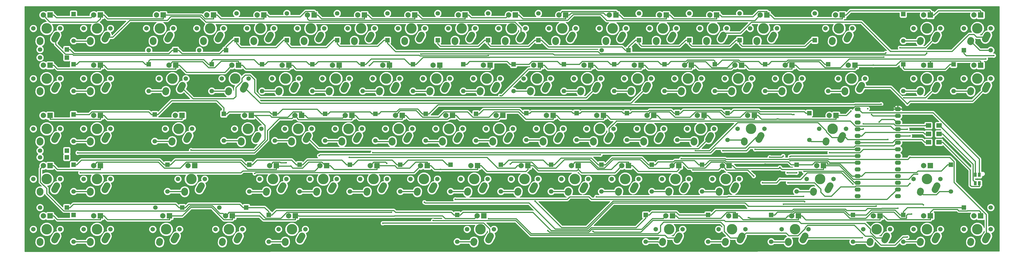
<source format=gtl>
G04 #@! TF.FileFunction,Copper,L1,Top,Signal*
%FSLAX46Y46*%
G04 Gerber Fmt 4.6, Leading zero omitted, Abs format (unit mm)*
G04 Created by KiCad (PCBNEW 4.0.2-stable) date Sunday, June 05, 2016 'PMt' 07:18:38 PM*
%MOMM*%
G01*
G04 APERTURE LIST*
%ADD10C,0.150000*%
%ADD11C,0.300000*%
%ADD12C,1.699260*%
%ADD13R,1.699260X1.699260*%
%ADD14C,5.300000*%
%ADD15O,2.300000X1.600000*%
%ADD16C,3.987810*%
%ADD17C,1.701810*%
%ADD18C,2.500000*%
%ADD19R,2.000000X2.000000*%
%ADD20C,2.000000*%
%ADD21R,2.000000X1.700000*%
%ADD22R,1.000000X1.600000*%
%ADD23C,0.609600*%
%ADD24C,0.381000*%
%ADD25C,0.254000*%
G04 APERTURE END LIST*
D10*
D11*
X118618000Y-64770000D03*
X157734000Y-47625000D03*
X74930000Y-77216000D03*
X128016000Y-75438000D03*
X144018000Y-75184000D03*
X159512000Y-75438000D03*
X390525000Y-85725000D03*
X74930000Y-85725000D03*
X74930000Y-66675000D03*
X74930000Y-104775000D03*
X172085000Y-85725000D03*
X191135000Y-85725000D03*
X210185000Y-85725000D03*
X229235000Y-85725000D03*
X248285000Y-85090000D03*
X267335000Y-85725000D03*
X286385000Y-85725000D03*
X145484791Y-104140000D03*
X361950000Y-28575000D03*
X362585000Y-47625000D03*
X358775000Y-47625000D03*
X334010000Y-47625000D03*
X309880000Y-47625000D03*
X279400000Y-28575000D03*
X260350000Y-28575000D03*
X107950000Y-28575000D03*
X127000000Y-28575000D03*
X146050000Y-28575000D03*
X165735000Y-28575000D03*
X184785000Y-28575000D03*
X222885000Y-28575000D03*
X203835000Y-28575000D03*
X252730000Y-47625000D03*
X271780000Y-47750000D03*
X295275000Y-66675000D03*
X276860000Y-66675000D03*
X257810000Y-66675000D03*
X238760000Y-66675000D03*
X219710000Y-66675000D03*
X200660000Y-66675000D03*
X181610000Y-66675000D03*
X162560000Y-66675000D03*
X139065000Y-47625000D03*
X48260000Y-66675000D03*
X48260000Y-85725000D03*
X48260000Y-104775000D03*
X121920000Y-104775000D03*
X105410000Y-66040000D03*
X143510000Y-66675000D03*
X153035000Y-85725000D03*
X133985000Y-85725000D03*
X114935000Y-85725000D03*
X100330000Y-47625000D03*
X76835000Y-47625000D03*
X48260000Y-47625000D03*
X217500000Y-50250000D03*
X212750000Y-47500000D03*
X331000000Y-47500000D03*
X379500000Y-47500000D03*
X283500000Y-107250000D03*
X238000000Y-109500000D03*
X212250000Y-106750000D03*
X184854791Y-104775000D03*
X218500000Y-96500000D03*
X226000000Y-95000000D03*
X384500000Y-84500000D03*
X394500000Y-75500000D03*
X394970000Y-93000000D03*
X394500000Y-25250000D03*
X369250000Y-74250000D03*
X369250000Y-63000000D03*
X369250000Y-59000000D03*
X376000000Y-74250000D03*
X377750000Y-59000000D03*
X394500000Y-59000000D03*
X266750000Y-36750000D03*
X291250000Y-36750000D03*
X351000000Y-36000000D03*
X298250000Y-28750000D03*
X318500000Y-28750000D03*
X238000000Y-109500000D03*
X290830000Y-47750000D03*
X303000000Y-84750000D03*
X326000000Y-89250000D03*
X292000000Y-96250000D03*
X307750000Y-109500000D03*
X336000000Y-109500000D03*
X318250000Y-76750000D03*
D12*
X95885000Y-36830000D03*
D13*
X106045000Y-36830000D03*
D12*
X395605000Y-96520000D03*
D13*
X385445000Y-96520000D03*
D14*
X95250000Y-102393750D03*
D15*
X360426000Y-59182000D03*
X360426000Y-61722000D03*
X360426000Y-64262000D03*
X360426000Y-66802000D03*
X360426000Y-69342000D03*
X360426000Y-71882000D03*
X360426000Y-74422000D03*
X360426000Y-76962000D03*
X360426000Y-79502000D03*
X360426000Y-82042000D03*
X360426000Y-84582000D03*
X360426000Y-87122000D03*
X360426000Y-89662000D03*
X360426000Y-92202000D03*
X345186000Y-92202000D03*
X345186000Y-89662000D03*
X345186000Y-87122000D03*
X345186000Y-84582000D03*
X345186000Y-82042000D03*
X345186000Y-79502000D03*
X345186000Y-76962000D03*
X345186000Y-74422000D03*
X345186000Y-71882000D03*
X345186000Y-69342000D03*
X345186000Y-66802000D03*
X345186000Y-64262000D03*
X345186000Y-61722000D03*
X345186000Y-59182000D03*
D16*
X330993750Y-85725000D03*
D17*
X336073750Y-85725000D03*
X325913750Y-85725000D03*
D18*
X333993297Y-89724954D02*
X334804203Y-88265046D01*
X328454026Y-90804328D02*
X328493474Y-90225672D01*
D19*
X332263750Y-80645000D03*
D20*
X329723750Y-80645000D03*
D16*
X390525000Y-104775000D03*
D17*
X395605000Y-104775000D03*
X385445000Y-104775000D03*
D18*
X393524547Y-108774954D02*
X394335453Y-107315046D01*
X387985276Y-109854328D02*
X388024724Y-109275672D01*
D19*
X391795000Y-99695000D03*
D20*
X389255000Y-99695000D03*
D16*
X371475000Y-104775000D03*
D17*
X376555000Y-104775000D03*
X366395000Y-104775000D03*
D18*
X374474547Y-108774954D02*
X375285453Y-107315046D01*
X368935276Y-109854328D02*
X368974724Y-109275672D01*
D19*
X372745000Y-99695000D03*
D20*
X370205000Y-99695000D03*
D16*
X352425000Y-104775000D03*
D17*
X357505000Y-104775000D03*
X347345000Y-104775000D03*
D18*
X355424547Y-108774954D02*
X356235453Y-107315046D01*
X349885276Y-109854328D02*
X349924724Y-109275672D01*
D19*
X353695000Y-99695000D03*
D20*
X351155000Y-99695000D03*
D16*
X321468750Y-104775000D03*
D17*
X326548750Y-104775000D03*
X316388750Y-104775000D03*
D18*
X324468297Y-108774954D02*
X325279203Y-107315046D01*
X318929026Y-109854328D02*
X318968474Y-109275672D01*
D19*
X322738750Y-99695000D03*
D20*
X320198750Y-99695000D03*
D16*
X297656250Y-104775000D03*
D17*
X302736250Y-104775000D03*
X292576250Y-104775000D03*
D18*
X300655797Y-108774954D02*
X301466703Y-107315046D01*
X295116526Y-109854328D02*
X295155974Y-109275672D01*
D19*
X298926250Y-99695000D03*
D20*
X296386250Y-99695000D03*
D16*
X273843750Y-104775000D03*
D17*
X278923750Y-104775000D03*
X268763750Y-104775000D03*
D18*
X276843297Y-108774954D02*
X277654203Y-107315046D01*
X271304026Y-109854328D02*
X271343474Y-109275672D01*
D19*
X275113750Y-99695000D03*
D20*
X272573750Y-99695000D03*
D16*
X202406250Y-104775000D03*
D17*
X207486250Y-104775000D03*
X197326250Y-104775000D03*
D18*
X205405797Y-108774954D02*
X206216703Y-107315046D01*
X199866526Y-109854328D02*
X199905974Y-109275672D01*
D19*
X203676250Y-99695000D03*
D20*
X201136250Y-99695000D03*
D16*
X130968750Y-104775000D03*
D17*
X136048750Y-104775000D03*
X125888750Y-104775000D03*
D18*
X133968297Y-108774954D02*
X134779203Y-107315046D01*
X128429026Y-109854328D02*
X128468474Y-109275672D01*
D19*
X132238750Y-99695000D03*
D20*
X129698750Y-99695000D03*
D16*
X107156250Y-104775000D03*
D17*
X112236250Y-104775000D03*
X102076250Y-104775000D03*
D18*
X110155797Y-108774954D02*
X110966703Y-107315046D01*
X104616526Y-109854328D02*
X104655974Y-109275672D01*
D19*
X108426250Y-99695000D03*
D20*
X105886250Y-99695000D03*
D16*
X83343750Y-104775000D03*
D17*
X88423750Y-104775000D03*
X78263750Y-104775000D03*
D18*
X86343297Y-108774954D02*
X87154203Y-107315046D01*
X80804026Y-109854328D02*
X80843474Y-109275672D01*
D19*
X84613750Y-99695000D03*
D20*
X82073750Y-99695000D03*
D16*
X57150000Y-104775000D03*
D17*
X62230000Y-104775000D03*
X52070000Y-104775000D03*
D18*
X60149547Y-108774954D02*
X60960453Y-107315046D01*
X54610276Y-109854328D02*
X54649724Y-109275672D01*
D19*
X58420000Y-99695000D03*
D20*
X55880000Y-99695000D03*
D16*
X38100000Y-104775000D03*
D17*
X43180000Y-104775000D03*
X33020000Y-104775000D03*
D18*
X41099547Y-108774954D02*
X41910453Y-107315046D01*
X35560276Y-109854328D02*
X35599724Y-109275672D01*
D19*
X39370000Y-99695000D03*
D20*
X36830000Y-99695000D03*
D16*
X371475000Y-85725000D03*
D17*
X376555000Y-85725000D03*
X366395000Y-85725000D03*
D18*
X374474547Y-89724954D02*
X375285453Y-88265046D01*
X368935276Y-90804328D02*
X368974724Y-90225672D01*
D19*
X372745000Y-80645000D03*
D20*
X370205000Y-80645000D03*
D16*
X295275000Y-85725000D03*
D17*
X300355000Y-85725000D03*
X290195000Y-85725000D03*
D18*
X298274547Y-89724954D02*
X299085453Y-88265046D01*
X292735276Y-90804328D02*
X292774724Y-90225672D01*
D19*
X296545000Y-80645000D03*
D20*
X294005000Y-80645000D03*
D16*
X276225000Y-85725000D03*
D17*
X281305000Y-85725000D03*
X271145000Y-85725000D03*
D18*
X279224547Y-89724954D02*
X280035453Y-88265046D01*
X273685276Y-90804328D02*
X273724724Y-90225672D01*
D19*
X277495000Y-80645000D03*
D20*
X274955000Y-80645000D03*
D16*
X257175000Y-85725000D03*
D17*
X262255000Y-85725000D03*
X252095000Y-85725000D03*
D18*
X260174547Y-89724954D02*
X260985453Y-88265046D01*
X254635276Y-90804328D02*
X254674724Y-90225672D01*
D19*
X258445000Y-80645000D03*
D20*
X255905000Y-80645000D03*
D16*
X238125000Y-85725000D03*
D17*
X243205000Y-85725000D03*
X233045000Y-85725000D03*
D18*
X241124547Y-89724954D02*
X241935453Y-88265046D01*
X235585276Y-90804328D02*
X235624724Y-90225672D01*
D19*
X239395000Y-80645000D03*
D20*
X236855000Y-80645000D03*
D16*
X219075000Y-85725000D03*
D17*
X224155000Y-85725000D03*
X213995000Y-85725000D03*
D18*
X222074547Y-89724954D02*
X222885453Y-88265046D01*
X216535276Y-90804328D02*
X216574724Y-90225672D01*
D19*
X220345000Y-80645000D03*
D20*
X217805000Y-80645000D03*
D16*
X200025000Y-85725000D03*
D17*
X205105000Y-85725000D03*
X194945000Y-85725000D03*
D18*
X203024547Y-89724954D02*
X203835453Y-88265046D01*
X197485276Y-90804328D02*
X197524724Y-90225672D01*
D19*
X201295000Y-80645000D03*
D20*
X198755000Y-80645000D03*
D16*
X180975000Y-85725000D03*
D17*
X186055000Y-85725000D03*
X175895000Y-85725000D03*
D18*
X183974547Y-89724954D02*
X184785453Y-88265046D01*
X178435276Y-90804328D02*
X178474724Y-90225672D01*
D19*
X182245000Y-80645000D03*
D20*
X179705000Y-80645000D03*
D16*
X161925000Y-85725000D03*
D17*
X167005000Y-85725000D03*
X156845000Y-85725000D03*
D18*
X164924547Y-89724954D02*
X165735453Y-88265046D01*
X159385276Y-90804328D02*
X159424724Y-90225672D01*
D19*
X163195000Y-80645000D03*
D20*
X160655000Y-80645000D03*
D16*
X142875000Y-85725000D03*
D17*
X147955000Y-85725000D03*
X137795000Y-85725000D03*
D18*
X145874547Y-89724954D02*
X146685453Y-88265046D01*
X140335276Y-90804328D02*
X140374724Y-90225672D01*
D19*
X144145000Y-80645000D03*
D20*
X141605000Y-80645000D03*
D16*
X123825000Y-85725000D03*
D17*
X128905000Y-85725000D03*
X118745000Y-85725000D03*
D18*
X126824547Y-89724954D02*
X127635453Y-88265046D01*
X121285276Y-90804328D02*
X121324724Y-90225672D01*
D19*
X125095000Y-80645000D03*
D20*
X122555000Y-80645000D03*
D16*
X92868750Y-85725000D03*
D17*
X97948750Y-85725000D03*
X87788750Y-85725000D03*
D18*
X95868297Y-89724954D02*
X96679203Y-88265046D01*
X90329026Y-90804328D02*
X90368474Y-90225672D01*
D19*
X94138750Y-80645000D03*
D20*
X91598750Y-80645000D03*
D16*
X57150000Y-85725000D03*
D17*
X62230000Y-85725000D03*
X52070000Y-85725000D03*
D18*
X60149547Y-89724954D02*
X60960453Y-88265046D01*
X54610276Y-90804328D02*
X54649724Y-90225672D01*
D19*
X58420000Y-80645000D03*
D20*
X55880000Y-80645000D03*
D16*
X38100000Y-85725000D03*
D17*
X43180000Y-85725000D03*
X33020000Y-85725000D03*
D18*
X41099547Y-89724954D02*
X41910453Y-88265046D01*
X35560276Y-90804328D02*
X35599724Y-90225672D01*
D19*
X39370000Y-80645000D03*
D20*
X36830000Y-80645000D03*
D16*
X335756250Y-66675000D03*
D17*
X340836250Y-66675000D03*
X330676250Y-66675000D03*
D18*
X338755797Y-70674954D02*
X339566703Y-69215046D01*
X333216526Y-71754328D02*
X333255974Y-71175672D01*
D19*
X337026250Y-61595000D03*
D20*
X334486250Y-61595000D03*
D16*
X304800000Y-66675000D03*
D17*
X309880000Y-66675000D03*
X299720000Y-66675000D03*
D18*
X307799547Y-70674954D02*
X308610453Y-69215046D01*
X302260276Y-71754328D02*
X302299724Y-71175672D01*
D19*
X306070000Y-61595000D03*
D20*
X303530000Y-61595000D03*
D16*
X285750000Y-66675000D03*
D17*
X290830000Y-66675000D03*
X280670000Y-66675000D03*
D18*
X288749547Y-70674954D02*
X289560453Y-69215046D01*
X283210276Y-71754328D02*
X283249724Y-71175672D01*
D19*
X287020000Y-61595000D03*
D20*
X284480000Y-61595000D03*
D16*
X266700000Y-66675000D03*
D17*
X271780000Y-66675000D03*
X261620000Y-66675000D03*
D18*
X269699547Y-70674954D02*
X270510453Y-69215046D01*
X264160276Y-71754328D02*
X264199724Y-71175672D01*
D19*
X267970000Y-61595000D03*
D20*
X265430000Y-61595000D03*
D16*
X247650000Y-66675000D03*
D17*
X252730000Y-66675000D03*
X242570000Y-66675000D03*
D18*
X250649547Y-70674954D02*
X251460453Y-69215046D01*
X245110276Y-71754328D02*
X245149724Y-71175672D01*
D19*
X248920000Y-61595000D03*
D20*
X246380000Y-61595000D03*
D16*
X228600000Y-66675000D03*
D17*
X233680000Y-66675000D03*
X223520000Y-66675000D03*
D18*
X231599547Y-70674954D02*
X232410453Y-69215046D01*
X226060276Y-71754328D02*
X226099724Y-71175672D01*
D19*
X229870000Y-61595000D03*
D20*
X227330000Y-61595000D03*
D16*
X209550000Y-66675000D03*
D17*
X214630000Y-66675000D03*
X204470000Y-66675000D03*
D18*
X212549547Y-70674954D02*
X213360453Y-69215046D01*
X207010276Y-71754328D02*
X207049724Y-71175672D01*
D19*
X210820000Y-61595000D03*
D20*
X208280000Y-61595000D03*
D16*
X190500000Y-66675000D03*
D17*
X195580000Y-66675000D03*
X185420000Y-66675000D03*
D18*
X193499547Y-70674954D02*
X194310453Y-69215046D01*
X187960276Y-71754328D02*
X187999724Y-71175672D01*
D19*
X191770000Y-61595000D03*
D20*
X189230000Y-61595000D03*
D16*
X171450000Y-66675000D03*
D17*
X176530000Y-66675000D03*
X166370000Y-66675000D03*
D18*
X174449547Y-70674954D02*
X175260453Y-69215046D01*
X168910276Y-71754328D02*
X168949724Y-71175672D01*
D19*
X172720000Y-61595000D03*
D20*
X170180000Y-61595000D03*
D16*
X152400000Y-66675000D03*
D17*
X157480000Y-66675000D03*
X147320000Y-66675000D03*
D18*
X155399547Y-70674954D02*
X156210453Y-69215046D01*
X149860276Y-71754328D02*
X149899724Y-71175672D01*
D19*
X153670000Y-61595000D03*
D20*
X151130000Y-61595000D03*
D16*
X133350000Y-66675000D03*
D17*
X138430000Y-66675000D03*
X128270000Y-66675000D03*
D18*
X136349547Y-70674954D02*
X137160453Y-69215046D01*
X130810276Y-71754328D02*
X130849724Y-71175672D01*
D19*
X134620000Y-61595000D03*
D20*
X132080000Y-61595000D03*
D16*
X114300000Y-66675000D03*
D17*
X119380000Y-66675000D03*
X109220000Y-66675000D03*
D18*
X117299547Y-70674954D02*
X118110453Y-69215046D01*
X111760276Y-71754328D02*
X111799724Y-71175672D01*
D19*
X115570000Y-61595000D03*
D20*
X113030000Y-61595000D03*
D16*
X88106250Y-66675000D03*
D17*
X93186250Y-66675000D03*
X83026250Y-66675000D03*
D18*
X91105797Y-70674954D02*
X91916703Y-69215046D01*
X85566526Y-71754328D02*
X85605974Y-71175672D01*
D19*
X89376250Y-61595000D03*
D20*
X86836250Y-61595000D03*
D16*
X57150000Y-66675000D03*
D17*
X62230000Y-66675000D03*
X52070000Y-66675000D03*
D18*
X60149547Y-70674954D02*
X60960453Y-69215046D01*
X54610276Y-71754328D02*
X54649724Y-71175672D01*
D19*
X58420000Y-61595000D03*
D20*
X55880000Y-61595000D03*
D16*
X38100000Y-66675000D03*
D17*
X43180000Y-66675000D03*
X33020000Y-66675000D03*
D18*
X41099547Y-70674954D02*
X41910453Y-69215046D01*
X35560276Y-71754328D02*
X35599724Y-71175672D01*
D19*
X39370000Y-61595000D03*
D20*
X36830000Y-61595000D03*
D16*
X390525000Y-47625000D03*
D17*
X395605000Y-47625000D03*
X385445000Y-47625000D03*
D18*
X393524547Y-51624954D02*
X394335453Y-50165046D01*
X387985276Y-52704328D02*
X388024724Y-52125672D01*
D19*
X391795000Y-42545000D03*
D20*
X389255000Y-42545000D03*
D16*
X371475000Y-47625000D03*
D17*
X376555000Y-47625000D03*
X366395000Y-47625000D03*
D18*
X374474547Y-51624954D02*
X375285453Y-50165046D01*
X368935276Y-52704328D02*
X368974724Y-52125672D01*
D19*
X372745000Y-42545000D03*
D20*
X370205000Y-42545000D03*
D16*
X342900000Y-47625000D03*
D17*
X347980000Y-47625000D03*
X337820000Y-47625000D03*
D18*
X345899547Y-51624954D02*
X346710453Y-50165046D01*
X340360276Y-52704328D02*
X340399724Y-52125672D01*
D19*
X344170000Y-42545000D03*
D20*
X341630000Y-42545000D03*
D16*
X319087500Y-47625000D03*
D17*
X324167500Y-47625000D03*
X314007500Y-47625000D03*
D18*
X322087047Y-51624954D02*
X322897953Y-50165046D01*
X316547776Y-52704328D02*
X316587224Y-52125672D01*
D19*
X320357500Y-42545000D03*
D20*
X317817500Y-42545000D03*
D16*
X300037500Y-47625000D03*
D17*
X305117500Y-47625000D03*
X294957500Y-47625000D03*
D18*
X303037047Y-51624954D02*
X303847953Y-50165046D01*
X297497776Y-52704328D02*
X297537224Y-52125672D01*
D19*
X301307500Y-42545000D03*
D20*
X298767500Y-42545000D03*
D16*
X280987500Y-47625000D03*
D17*
X286067500Y-47625000D03*
X275907500Y-47625000D03*
D18*
X283987047Y-51624954D02*
X284797953Y-50165046D01*
X278447776Y-52704328D02*
X278487224Y-52125672D01*
D19*
X282257500Y-42545000D03*
D20*
X279717500Y-42545000D03*
D16*
X261937500Y-47625000D03*
D17*
X267017500Y-47625000D03*
X256857500Y-47625000D03*
D18*
X264937047Y-51624954D02*
X265747953Y-50165046D01*
X259397776Y-52704328D02*
X259437224Y-52125672D01*
D19*
X263207500Y-42545000D03*
D20*
X260667500Y-42545000D03*
D16*
X242887500Y-47625000D03*
D17*
X247967500Y-47625000D03*
X237807500Y-47625000D03*
D18*
X245887047Y-51624954D02*
X246697953Y-50165046D01*
X240347776Y-52704328D02*
X240387224Y-52125672D01*
D19*
X244157500Y-42545000D03*
D20*
X241617500Y-42545000D03*
D16*
X223837500Y-47625000D03*
D17*
X228917500Y-47625000D03*
X218757500Y-47625000D03*
D18*
X226837047Y-51624954D02*
X227647953Y-50165046D01*
X221297776Y-52704328D02*
X221337224Y-52125672D01*
D19*
X225107500Y-42545000D03*
D20*
X222567500Y-42545000D03*
D16*
X204787500Y-47625000D03*
D17*
X209867500Y-47625000D03*
X199707500Y-47625000D03*
D18*
X207787047Y-51624954D02*
X208597953Y-50165046D01*
X202247776Y-52704328D02*
X202287224Y-52125672D01*
D19*
X206057500Y-42545000D03*
D20*
X203517500Y-42545000D03*
D16*
X185737500Y-47625000D03*
D17*
X190817500Y-47625000D03*
X180657500Y-47625000D03*
D18*
X188737047Y-51624954D02*
X189547953Y-50165046D01*
X183197776Y-52704328D02*
X183237224Y-52125672D01*
D19*
X187007500Y-42545000D03*
D20*
X184467500Y-42545000D03*
D16*
X166687500Y-47625000D03*
D17*
X171767500Y-47625000D03*
X161607500Y-47625000D03*
D18*
X169687047Y-51624954D02*
X170497953Y-50165046D01*
X164147776Y-52704328D02*
X164187224Y-52125672D01*
D19*
X167957500Y-42545000D03*
D20*
X165417500Y-42545000D03*
D16*
X147637500Y-47625000D03*
D17*
X152717500Y-47625000D03*
X142557500Y-47625000D03*
D18*
X150637047Y-51624954D02*
X151447953Y-50165046D01*
X145097776Y-52704328D02*
X145137224Y-52125672D01*
D19*
X148907500Y-42545000D03*
D20*
X146367500Y-42545000D03*
D16*
X128587500Y-47625000D03*
D17*
X133667500Y-47625000D03*
X123507500Y-47625000D03*
D18*
X131587047Y-51624954D02*
X132397953Y-50165046D01*
X126047776Y-52704328D02*
X126087224Y-52125672D01*
D19*
X129857500Y-42545000D03*
D20*
X127317500Y-42545000D03*
D16*
X109537500Y-47625000D03*
D17*
X114617500Y-47625000D03*
X104457500Y-47625000D03*
D18*
X112537047Y-51624954D02*
X113347953Y-50165046D01*
X106997776Y-52704328D02*
X107037224Y-52125672D01*
D19*
X110807500Y-42545000D03*
D20*
X108267500Y-42545000D03*
D16*
X85725000Y-47625000D03*
D17*
X90805000Y-47625000D03*
X80645000Y-47625000D03*
D18*
X88724547Y-51624954D02*
X89535453Y-50165046D01*
X83185276Y-52704328D02*
X83224724Y-52125672D01*
D19*
X86995000Y-42545000D03*
D20*
X84455000Y-42545000D03*
D16*
X57150000Y-47625000D03*
D17*
X62230000Y-47625000D03*
X52070000Y-47625000D03*
D18*
X60149547Y-51624954D02*
X60960453Y-50165046D01*
X54610276Y-52704328D02*
X54649724Y-52125672D01*
D19*
X58420000Y-42545000D03*
D20*
X55880000Y-42545000D03*
D16*
X38100000Y-47625000D03*
D17*
X43180000Y-47625000D03*
X33020000Y-47625000D03*
D18*
X41099547Y-51624954D02*
X41910453Y-50165046D01*
X35560276Y-52704328D02*
X35599724Y-52125672D01*
D19*
X39370000Y-42545000D03*
D20*
X36830000Y-42545000D03*
D16*
X390525000Y-28575000D03*
D17*
X395605000Y-28575000D03*
X385445000Y-28575000D03*
D18*
X393524547Y-32574954D02*
X394335453Y-31115046D01*
X387985276Y-33654328D02*
X388024724Y-33075672D01*
D19*
X391795000Y-23495000D03*
D20*
X389255000Y-23495000D03*
D16*
X371475000Y-28575000D03*
D17*
X376555000Y-28575000D03*
X366395000Y-28575000D03*
D18*
X374474547Y-32574954D02*
X375285453Y-31115046D01*
X368935276Y-33654328D02*
X368974724Y-33075672D01*
D19*
X372745000Y-23495000D03*
D20*
X370205000Y-23495000D03*
D16*
X338137500Y-28575000D03*
D17*
X343217500Y-28575000D03*
X333057500Y-28575000D03*
D18*
X341137047Y-32574954D02*
X341947953Y-31115046D01*
X335597776Y-33654328D02*
X335637224Y-33075672D01*
D19*
X339407500Y-23495000D03*
D20*
X336867500Y-23495000D03*
D16*
X309562500Y-28575000D03*
D17*
X314642500Y-28575000D03*
X304482500Y-28575000D03*
D18*
X312562047Y-32574954D02*
X313372953Y-31115046D01*
X307022776Y-33654328D02*
X307062224Y-33075672D01*
D19*
X310832500Y-23495000D03*
D20*
X308292500Y-23495000D03*
D16*
X290512500Y-28575000D03*
D17*
X295592500Y-28575000D03*
X285432500Y-28575000D03*
D18*
X293512047Y-32574954D02*
X294322953Y-31115046D01*
X287972776Y-33654328D02*
X288012224Y-33075672D01*
D19*
X291782500Y-23495000D03*
D20*
X289242500Y-23495000D03*
D16*
X271462500Y-28575000D03*
D17*
X276542500Y-28575000D03*
X266382500Y-28575000D03*
D18*
X274462047Y-32574954D02*
X275272953Y-31115046D01*
X268922776Y-33654328D02*
X268962224Y-33075672D01*
D19*
X272732500Y-23495000D03*
D20*
X270192500Y-23495000D03*
D16*
X252412500Y-28575000D03*
D17*
X257492500Y-28575000D03*
X247332500Y-28575000D03*
D18*
X255412047Y-32574954D02*
X256222953Y-31115046D01*
X249872776Y-33654328D02*
X249912224Y-33075672D01*
D19*
X253682500Y-23495000D03*
D20*
X251142500Y-23495000D03*
D16*
X233362500Y-28575000D03*
D17*
X238442500Y-28575000D03*
X228282500Y-28575000D03*
D18*
X236362047Y-32574954D02*
X237172953Y-31115046D01*
X230822776Y-33654328D02*
X230862224Y-33075672D01*
D19*
X234632500Y-23495000D03*
D20*
X232092500Y-23495000D03*
D16*
X214312500Y-28575000D03*
D17*
X219392500Y-28575000D03*
X209232500Y-28575000D03*
D18*
X217312047Y-32574954D02*
X218122953Y-31115046D01*
X211772776Y-33654328D02*
X211812224Y-33075672D01*
D19*
X215582500Y-23495000D03*
D20*
X213042500Y-23495000D03*
D16*
X195262500Y-28575000D03*
D17*
X200342500Y-28575000D03*
X190182500Y-28575000D03*
D18*
X198262047Y-32574954D02*
X199072953Y-31115046D01*
X192722776Y-33654328D02*
X192762224Y-33075672D01*
D19*
X196532500Y-23495000D03*
D20*
X193992500Y-23495000D03*
D16*
X176212500Y-28575000D03*
D17*
X181292500Y-28575000D03*
X171132500Y-28575000D03*
D18*
X179212047Y-32574954D02*
X180022953Y-31115046D01*
X173672776Y-33654328D02*
X173712224Y-33075672D01*
D19*
X177482500Y-23495000D03*
D20*
X174942500Y-23495000D03*
D16*
X157162500Y-28575000D03*
D17*
X162242500Y-28575000D03*
X152082500Y-28575000D03*
D18*
X160162047Y-32574954D02*
X160972953Y-31115046D01*
X154622776Y-33654328D02*
X154662224Y-33075672D01*
D19*
X158432500Y-23495000D03*
D20*
X155892500Y-23495000D03*
D16*
X138112500Y-28575000D03*
D17*
X143192500Y-28575000D03*
X133032500Y-28575000D03*
D18*
X141112047Y-32574954D02*
X141922953Y-31115046D01*
X135572776Y-33654328D02*
X135612224Y-33075672D01*
D19*
X139382500Y-23495000D03*
D20*
X136842500Y-23495000D03*
D16*
X119062500Y-28575000D03*
D17*
X124142500Y-28575000D03*
X113982500Y-28575000D03*
D18*
X122062047Y-32574954D02*
X122872953Y-31115046D01*
X116522776Y-33654328D02*
X116562224Y-33075672D01*
D19*
X120332500Y-23495000D03*
D20*
X117792500Y-23495000D03*
D16*
X100012500Y-28575000D03*
D17*
X105092500Y-28575000D03*
X94932500Y-28575000D03*
D18*
X103012047Y-32574954D02*
X103822953Y-31115046D01*
X97472776Y-33654328D02*
X97512224Y-33075672D01*
D19*
X101282500Y-23495000D03*
D20*
X98742500Y-23495000D03*
D16*
X80962500Y-28575000D03*
D17*
X86042500Y-28575000D03*
X75882500Y-28575000D03*
D18*
X83962047Y-32574954D02*
X84772953Y-31115046D01*
X78422776Y-33654328D02*
X78462224Y-33075672D01*
D19*
X82232500Y-23495000D03*
D20*
X79692500Y-23495000D03*
D16*
X57150000Y-28575000D03*
D17*
X62230000Y-28575000D03*
X52070000Y-28575000D03*
D18*
X60149547Y-32574954D02*
X60960453Y-31115046D01*
X54610276Y-33654328D02*
X54649724Y-33075672D01*
D19*
X58420000Y-23495000D03*
D20*
X55880000Y-23495000D03*
D16*
X38100000Y-28575000D03*
D17*
X43180000Y-28575000D03*
X33020000Y-28575000D03*
D18*
X41099547Y-32574954D02*
X41910453Y-31115046D01*
X35560276Y-33654328D02*
X35599724Y-33075672D01*
D19*
X39370000Y-23495000D03*
D20*
X36830000Y-23495000D03*
D12*
X35559480Y-36578540D03*
D13*
X45719480Y-36578540D03*
D12*
X48262540Y-33274520D03*
D13*
X48262540Y-23114520D03*
D12*
X76707480Y-36832540D03*
D13*
X86867480Y-36832540D03*
D12*
X109982000Y-22860000D03*
D13*
X109982000Y-33020000D03*
D12*
X129032000Y-22860000D03*
D13*
X129032000Y-33020000D03*
D12*
X148082000Y-22860000D03*
D13*
X148082000Y-33020000D03*
D12*
X167132000Y-22860000D03*
D13*
X167132000Y-33020000D03*
D12*
X186182000Y-22860000D03*
D13*
X186182000Y-33020000D03*
D12*
X205232000Y-22860000D03*
D13*
X205232000Y-33020000D03*
D12*
X224282000Y-22860000D03*
D13*
X224282000Y-33020000D03*
D12*
X248285000Y-36830000D03*
D13*
X258445000Y-36830000D03*
D12*
X262382000Y-22860000D03*
D13*
X262382000Y-33020000D03*
D12*
X281432000Y-22860000D03*
D13*
X281432000Y-33020000D03*
D12*
X300482000Y-22860000D03*
D13*
X300482000Y-33020000D03*
D12*
X328930000Y-22860000D03*
D13*
X328930000Y-33020000D03*
D12*
X362460540Y-33274520D03*
D13*
X362460540Y-23114520D03*
D12*
X395605000Y-36830000D03*
D13*
X385445000Y-36830000D03*
D12*
X35559480Y-39626540D03*
D13*
X45719480Y-39626540D03*
D12*
X48262540Y-52324520D03*
D13*
X48262540Y-42164520D03*
D12*
X76710540Y-52324520D03*
D13*
X76710540Y-42164520D03*
D12*
X100586540Y-52324520D03*
D13*
X100586540Y-42164520D03*
D12*
X119636540Y-52324520D03*
D13*
X119636540Y-42164520D03*
D12*
X138686540Y-52324520D03*
D13*
X138686540Y-42164520D03*
D12*
X157736540Y-52324520D03*
D13*
X157736540Y-42164520D03*
D12*
X176786540Y-52324520D03*
D13*
X176786540Y-42164520D03*
D12*
X195836540Y-52324520D03*
D13*
X195836540Y-42164520D03*
D12*
X214886540Y-52324520D03*
D13*
X214886540Y-42164520D03*
D12*
X233936540Y-52324520D03*
D13*
X233936540Y-42164520D03*
D12*
X252986540Y-52324520D03*
D13*
X252986540Y-42164520D03*
D12*
X272036540Y-52324520D03*
D13*
X272036540Y-42164520D03*
D12*
X291086540Y-52324520D03*
D13*
X291086540Y-42164520D03*
D12*
X310136540Y-52324520D03*
D13*
X310136540Y-42164520D03*
D12*
X334012540Y-52324520D03*
D13*
X334012540Y-42164520D03*
D12*
X362460540Y-52324520D03*
D13*
X362460540Y-42164520D03*
D12*
X381510540Y-52324520D03*
D13*
X381510540Y-42164520D03*
D12*
X35559480Y-74932540D03*
D13*
X45719480Y-74932540D03*
D12*
X48262540Y-71374520D03*
D13*
X48262540Y-61214520D03*
D12*
X78996540Y-71374520D03*
D13*
X78996540Y-61214520D03*
D12*
X105158540Y-71120520D03*
D13*
X105158540Y-60960520D03*
D12*
X124462540Y-71120520D03*
D13*
X124462540Y-60960520D03*
D12*
X143512540Y-71120520D03*
D13*
X143512540Y-60960520D03*
D12*
X162562540Y-71120520D03*
D13*
X162562540Y-60960520D03*
D12*
X181612540Y-71120520D03*
D13*
X181612540Y-60960520D03*
D12*
X200662540Y-71120520D03*
D13*
X200662540Y-60960520D03*
D12*
X219712540Y-70866520D03*
D13*
X219712540Y-60706520D03*
D12*
X238762540Y-70866520D03*
D13*
X238762540Y-60706520D03*
D12*
X257812540Y-70866520D03*
D13*
X257812540Y-60706520D03*
D12*
X276862540Y-70866520D03*
D13*
X276862540Y-60706520D03*
D12*
X295912540Y-70866520D03*
D13*
X295912540Y-60706520D03*
D12*
X326900540Y-70866520D03*
D13*
X326900540Y-60706520D03*
D12*
X35559480Y-77472540D03*
D13*
X45719480Y-77472540D03*
D12*
X48262540Y-90424520D03*
D13*
X48262540Y-80264520D03*
D12*
X83822540Y-90424520D03*
D13*
X83822540Y-80264520D03*
D12*
X114810540Y-90424520D03*
D13*
X114810540Y-80264520D03*
D12*
X133860540Y-90424520D03*
D13*
X133860540Y-80264520D03*
D12*
X152910540Y-90424520D03*
D13*
X152910540Y-80264520D03*
D12*
X171960540Y-90424520D03*
D13*
X171960540Y-80264520D03*
D12*
X191010540Y-90424520D03*
D13*
X191010540Y-80264520D03*
D12*
X210060540Y-90424520D03*
D13*
X210060540Y-80264520D03*
D12*
X229110540Y-90424520D03*
D13*
X229110540Y-80264520D03*
D12*
X248160540Y-90424520D03*
D13*
X248160540Y-80264520D03*
D12*
X267210540Y-90424520D03*
D13*
X267210540Y-80264520D03*
D12*
X286260540Y-90424520D03*
D13*
X286260540Y-80264520D03*
D12*
X322074540Y-90424520D03*
D13*
X322074540Y-80264520D03*
D12*
X380494540Y-90424520D03*
D13*
X380494540Y-80264520D03*
D12*
X35559480Y-96522540D03*
D13*
X45719480Y-96522540D03*
D12*
X48262540Y-109474520D03*
D13*
X48262540Y-99314520D03*
D12*
X79247480Y-96522540D03*
D13*
X89407480Y-96522540D03*
D12*
X103505000Y-96520000D03*
D13*
X113665000Y-96520000D03*
D12*
X122176540Y-109474520D03*
D13*
X122176540Y-99314520D03*
D12*
X193550540Y-109474520D03*
D13*
X193550540Y-99314520D03*
D12*
X264924540Y-109474520D03*
D13*
X264924540Y-99314520D03*
D12*
X288546540Y-109474520D03*
D13*
X288546540Y-99314520D03*
D12*
X312422540Y-109474520D03*
D13*
X312422540Y-99314520D03*
D12*
X343410540Y-109474520D03*
D13*
X343410540Y-99314520D03*
D12*
X362460540Y-109474520D03*
D13*
X362460540Y-99314520D03*
D14*
X381000000Y-30162500D03*
X381000000Y-103187500D03*
X242824000Y-30162500D03*
X237998000Y-98425000D03*
X90424000Y-30162500D03*
X101142800Y-65087500D03*
D21*
X376015000Y-71755000D03*
X372015000Y-71755000D03*
X376015000Y-68580000D03*
X372015000Y-68580000D03*
X376015000Y-65405000D03*
X372015000Y-65405000D03*
D22*
X391275000Y-84125000D03*
X389775000Y-84125000D03*
X391275000Y-87325000D03*
X389775000Y-87325000D03*
D11*
X246750000Y-97250000D03*
X252250000Y-97250000D03*
X48260000Y-28575000D03*
X73660000Y-28575000D03*
D23*
X349000000Y-59000000D03*
X355854000Y-37846000D03*
X396748000Y-38862000D03*
X355100272Y-39433490D03*
X354076000Y-57289780D03*
X324866000Y-82804000D03*
X192786000Y-93395710D03*
X360426000Y-96774000D03*
X80823750Y-109565000D03*
X294132000Y-74922000D03*
X361188000Y-35877500D03*
X184404000Y-101473000D03*
X362697922Y-54878078D03*
X356616000Y-70688290D03*
X283718000Y-74930000D03*
X364998000Y-69342000D03*
X364998000Y-77470000D03*
X278430066Y-77967698D03*
X205450692Y-100774490D03*
X363982000Y-57150000D03*
X360426000Y-79502000D03*
X363982000Y-107696000D03*
X363982000Y-66802000D03*
X165354000Y-102489000D03*
X357632000Y-37274490D03*
X161552000Y-75692000D03*
X334518000Y-75679210D03*
X350456490Y-61226800D03*
X325120000Y-94297490D03*
X223075284Y-94094289D03*
X205433919Y-38874721D03*
X346964000Y-107950000D03*
X245000000Y-105500000D03*
X353314000Y-64071490D03*
X315734711Y-81283898D03*
X367908719Y-83860133D03*
X213614000Y-80010000D03*
X364998000Y-87376000D03*
X318770000Y-87122000D03*
X179768500Y-38290510D03*
X371348000Y-37973000D03*
X187198000Y-82038701D03*
X130556000Y-80772000D03*
X318516000Y-83312000D03*
X322072000Y-83312000D03*
X227867209Y-105250000D03*
X305816000Y-84582000D03*
X282829000Y-82206361D03*
X128778000Y-79502000D03*
X92750000Y-74716000D03*
X393700000Y-40132000D03*
X152654000Y-77470000D03*
X352250282Y-95897711D03*
X181102000Y-94488000D03*
X303784000Y-96012000D03*
X351155000Y-42545000D03*
X116840000Y-83566000D03*
X246253000Y-92456000D03*
X324739000Y-92329000D03*
X296418000Y-92329000D03*
X247777000Y-76454000D03*
X141224000Y-76835000D03*
X50800000Y-83312000D03*
X314896510Y-62923267D03*
X342677578Y-59880510D03*
X168656000Y-98298000D03*
X49784000Y-75750000D03*
X317120000Y-95250000D03*
X370078000Y-95504000D03*
X209804000Y-54102000D03*
X321056000Y-61214000D03*
X303784000Y-100330000D03*
X365633000Y-98996490D03*
X166878000Y-79756000D03*
X160274000Y-42672000D03*
X311880000Y-77431000D03*
X316992000Y-76962000D03*
X312500000Y-91250000D03*
X320294000Y-58928000D03*
X306070000Y-89428000D03*
X318770000Y-88392000D03*
X319278000Y-80772000D03*
X310134000Y-80010000D03*
X319532000Y-78740000D03*
X319532000Y-77216000D03*
X306324000Y-74422000D03*
X315734721Y-85852000D03*
X343408000Y-87630000D03*
X309118000Y-87122000D03*
X347345000Y-64770000D03*
X347345000Y-66675000D03*
D24*
X35559480Y-33385520D02*
X35580000Y-33365000D01*
X106045000Y-36830000D02*
X106045000Y-35599370D01*
X106045000Y-35599370D02*
X108624370Y-33020000D01*
X108624370Y-33020000D02*
X108751370Y-33020000D01*
X108751370Y-33020000D02*
X109982000Y-33020000D01*
X86867480Y-36832540D02*
X88098110Y-36832540D01*
X88098110Y-36832540D02*
X89338901Y-38073331D01*
X89338901Y-38073331D02*
X103571039Y-38073331D01*
X103571039Y-38073331D02*
X104814370Y-36830000D01*
X104814370Y-36830000D02*
X106045000Y-36830000D01*
X167132000Y-34250630D02*
X170219370Y-37338000D01*
X167132000Y-33020000D02*
X167132000Y-34250630D01*
X170219370Y-37338000D02*
X246952869Y-37338000D01*
X246952869Y-37338000D02*
X247688200Y-38073331D01*
X355626669Y-38073331D02*
X355854000Y-37846000D01*
X247688200Y-38073331D02*
X355626669Y-38073331D01*
X129032000Y-33020000D02*
X129032000Y-34250630D01*
X129032000Y-34250630D02*
X130595370Y-35814000D01*
X130595370Y-35814000D02*
X144057370Y-35814000D01*
X144057370Y-35814000D02*
X146851370Y-33020000D01*
X146851370Y-33020000D02*
X148082000Y-33020000D01*
X109982000Y-33020000D02*
X109982000Y-34250630D01*
X109982000Y-34250630D02*
X111545370Y-35814000D01*
X111545370Y-35814000D02*
X125007370Y-35814000D01*
X125007370Y-35814000D02*
X127801370Y-33020000D01*
X127801370Y-33020000D02*
X129032000Y-33020000D01*
X148082000Y-33020000D02*
X148082000Y-34377630D01*
X148082000Y-34377630D02*
X149063014Y-35358644D01*
X149063014Y-35358644D02*
X163435726Y-35358644D01*
X165774370Y-33020000D02*
X167132000Y-33020000D01*
X163435726Y-35358644D02*
X165774370Y-33020000D01*
X45719480Y-36578540D02*
X46950110Y-36578540D01*
X46950110Y-36578540D02*
X48447441Y-38075871D01*
X48447441Y-38075871D02*
X84393519Y-38075871D01*
X84393519Y-38075871D02*
X85636850Y-36832540D01*
X85636850Y-36832540D02*
X86867480Y-36832540D01*
X54630000Y-33365000D02*
X48353020Y-33365000D01*
X48353020Y-33365000D02*
X48262540Y-33274520D01*
X255971039Y-35586669D02*
X257214370Y-36830000D01*
X228079299Y-35586669D02*
X255971039Y-35586669D01*
X225512630Y-33020000D02*
X228079299Y-35586669D01*
X257214370Y-36830000D02*
X258445000Y-36830000D01*
X224282000Y-33020000D02*
X225512630Y-33020000D01*
X258445000Y-36830000D02*
X258445000Y-35599370D01*
X258445000Y-35599370D02*
X261024370Y-33020000D01*
X261024370Y-33020000D02*
X261151370Y-33020000D01*
X261151370Y-33020000D02*
X262382000Y-33020000D01*
X300482000Y-33020000D02*
X300482000Y-34377630D01*
X300482000Y-34377630D02*
X301463014Y-35358644D01*
X301463014Y-35358644D02*
X325233726Y-35358644D01*
X325233726Y-35358644D02*
X327572370Y-33020000D01*
X327572370Y-33020000D02*
X328930000Y-33020000D01*
X281432000Y-33020000D02*
X281432000Y-34377630D01*
X299124370Y-33020000D02*
X300482000Y-33020000D01*
X281432000Y-34377630D02*
X282413014Y-35358644D01*
X282413014Y-35358644D02*
X296785726Y-35358644D01*
X296785726Y-35358644D02*
X299124370Y-33020000D01*
X262382000Y-33020000D02*
X262382000Y-34377630D01*
X262382000Y-34377630D02*
X263363014Y-35358644D01*
X263363014Y-35358644D02*
X277735726Y-35358644D01*
X277735726Y-35358644D02*
X280074370Y-33020000D01*
X280074370Y-33020000D02*
X281432000Y-33020000D01*
X205232000Y-33020000D02*
X205232000Y-34377630D01*
X205232000Y-34377630D02*
X206213014Y-35358644D01*
X220585726Y-35358644D02*
X222924370Y-33020000D01*
X206213014Y-35358644D02*
X220585726Y-35358644D01*
X222924370Y-33020000D02*
X224282000Y-33020000D01*
X186182000Y-33020000D02*
X186182000Y-34377630D01*
X187163014Y-35358644D02*
X201535726Y-35358644D01*
X186182000Y-34377630D02*
X187163014Y-35358644D01*
X201535726Y-35358644D02*
X203874370Y-33020000D01*
X203874370Y-33020000D02*
X205232000Y-33020000D01*
X362460540Y-33274520D02*
X368864520Y-33274520D01*
X368864520Y-33274520D02*
X368955000Y-33365000D01*
X396748000Y-38862000D02*
X386246370Y-38862000D01*
X386246370Y-38862000D02*
X385445000Y-38060630D01*
X385445000Y-38060630D02*
X385445000Y-36830000D01*
X362460540Y-42164520D02*
X362460540Y-43522150D01*
X362460540Y-43522150D02*
X362940591Y-44002201D01*
X362940591Y-44002201D02*
X378315229Y-44002201D01*
X378315229Y-44002201D02*
X380152910Y-42164520D01*
X380152910Y-42164520D02*
X381510540Y-42164520D01*
X387914520Y-109474520D02*
X388005000Y-109565000D01*
X388005000Y-33365000D02*
X391470000Y-36830000D01*
X391470000Y-36830000D02*
X395605000Y-36830000D01*
X387914520Y-33274520D02*
X388005000Y-33365000D01*
X205908934Y-39433490D02*
X354669220Y-39433490D01*
X178017170Y-42164520D02*
X180608467Y-39573223D01*
X180608467Y-39573223D02*
X205769201Y-39573223D01*
X205769201Y-39573223D02*
X205908934Y-39433490D01*
X354669220Y-39433490D02*
X355100272Y-39433490D01*
X176786540Y-42164520D02*
X178017170Y-42164520D01*
X160999690Y-40132000D02*
X173523390Y-40132000D01*
X173523390Y-40132000D02*
X175555910Y-42164520D01*
X175555910Y-42164520D02*
X176786540Y-42164520D01*
X157736540Y-42164520D02*
X158967170Y-42164520D01*
X158967170Y-42164520D02*
X160999690Y-40132000D01*
X101134430Y-40386000D02*
X116627390Y-40386000D01*
X116627390Y-40386000D02*
X118405910Y-42164520D01*
X118405910Y-42164520D02*
X119636540Y-42164520D01*
X100586540Y-42164520D02*
X100586540Y-40933890D01*
X100586540Y-40933890D02*
X101134430Y-40386000D01*
X97577390Y-40386000D02*
X99355910Y-42164520D01*
X99355910Y-42164520D02*
X100586540Y-42164520D01*
X77258430Y-40386000D02*
X97577390Y-40386000D01*
X76710540Y-42164520D02*
X76710540Y-40933890D01*
X76710540Y-40933890D02*
X77258430Y-40386000D01*
X138686540Y-42164520D02*
X139917170Y-42164520D01*
X139917170Y-42164520D02*
X140930391Y-41151299D01*
X140930391Y-41151299D02*
X155492689Y-41151299D01*
X155492689Y-41151299D02*
X156505910Y-42164520D01*
X156505910Y-42164520D02*
X157736540Y-42164520D01*
X119636540Y-42164520D02*
X120867170Y-42164520D01*
X120867170Y-42164520D02*
X121880391Y-41151299D01*
X121880391Y-41151299D02*
X136442689Y-41151299D01*
X136442689Y-41151299D02*
X137455910Y-42164520D01*
X137455910Y-42164520D02*
X138686540Y-42164520D01*
X48262540Y-42164520D02*
X49493170Y-42164520D01*
X49493170Y-42164520D02*
X50506391Y-41151299D01*
X75479910Y-42164520D02*
X76710540Y-42164520D01*
X50506391Y-41151299D02*
X74466689Y-41151299D01*
X74466689Y-41151299D02*
X75479910Y-42164520D01*
X48262540Y-52324520D02*
X54539520Y-52324520D01*
X54539520Y-52324520D02*
X54630000Y-52415000D01*
X76710540Y-52324520D02*
X83114520Y-52324520D01*
X83114520Y-52324520D02*
X83205000Y-52415000D01*
X100586540Y-52324520D02*
X106927020Y-52324520D01*
X106927020Y-52324520D02*
X107017500Y-52415000D01*
X119636540Y-52324520D02*
X125977020Y-52324520D01*
X125977020Y-52324520D02*
X126067500Y-52415000D01*
X138686540Y-52324520D02*
X145027020Y-52324520D01*
X145027020Y-52324520D02*
X145117500Y-52415000D01*
X157736540Y-52324520D02*
X164077020Y-52324520D01*
X164077020Y-52324520D02*
X164167500Y-52415000D01*
X183217500Y-52415000D02*
X176877020Y-52415000D01*
X176877020Y-52415000D02*
X176786540Y-52324520D01*
X195836540Y-52324520D02*
X202177020Y-52324520D01*
X202177020Y-52324520D02*
X202267500Y-52415000D01*
X308778910Y-42164520D02*
X308905910Y-42164520D01*
X307702189Y-41087799D02*
X308778910Y-42164520D01*
X292317170Y-42164520D02*
X293914602Y-40567088D01*
X293914602Y-40567088D02*
X300155787Y-40567088D01*
X300155787Y-40567088D02*
X300676497Y-41087799D01*
X280700551Y-40567088D02*
X290719738Y-40567088D01*
X290719738Y-40567088D02*
X291086540Y-40933890D01*
X300676497Y-41087799D02*
X307702189Y-41087799D01*
X272036540Y-42164520D02*
X273394170Y-42164520D01*
X308905910Y-42164520D02*
X310136540Y-42164520D01*
X280179840Y-41087799D02*
X280700551Y-40567088D01*
X291086540Y-42164520D02*
X292317170Y-42164520D01*
X291086540Y-40933890D02*
X291086540Y-42164520D01*
X273394170Y-42164520D02*
X274470891Y-41087799D01*
X274470891Y-41087799D02*
X280179840Y-41087799D01*
X312570891Y-41087799D02*
X318279840Y-41087799D01*
X332781910Y-42164520D02*
X334012540Y-42164520D01*
X311494170Y-42164520D02*
X312570891Y-41087799D01*
X318800551Y-40567088D02*
X331184478Y-40567088D01*
X318279840Y-41087799D02*
X318800551Y-40567088D01*
X310136540Y-42164520D02*
X311494170Y-42164520D01*
X331184478Y-40567088D02*
X332781910Y-42164520D01*
X252986540Y-42164520D02*
X254344170Y-42164520D01*
X254344170Y-42164520D02*
X255420891Y-41087799D01*
X255420891Y-41087799D02*
X269602189Y-41087799D01*
X269602189Y-41087799D02*
X270678910Y-42164520D01*
X270678910Y-42164520D02*
X272036540Y-42164520D01*
X233936540Y-42164520D02*
X239841322Y-42164520D01*
X239841322Y-42164520D02*
X240918043Y-41087799D01*
X240918043Y-41087799D02*
X250552189Y-41087799D01*
X250552189Y-41087799D02*
X251628910Y-42164520D01*
X251628910Y-42164520D02*
X252986540Y-42164520D01*
X195836540Y-42164520D02*
X197194170Y-42164520D01*
X197194170Y-42164520D02*
X198270891Y-41087799D01*
X198270891Y-41087799D02*
X212452189Y-41087799D01*
X212452189Y-41087799D02*
X213528910Y-42164520D01*
X213528910Y-42164520D02*
X214886540Y-42164520D01*
X214886540Y-42164520D02*
X220791322Y-42164520D01*
X220791322Y-42164520D02*
X221868043Y-41087799D01*
X221868043Y-41087799D02*
X231502189Y-41087799D01*
X231502189Y-41087799D02*
X232578910Y-42164520D01*
X232578910Y-42164520D02*
X233936540Y-42164520D01*
X214886540Y-52324520D02*
X221227020Y-52324520D01*
X221227020Y-52324520D02*
X221317500Y-52415000D01*
X233936540Y-52324520D02*
X240277020Y-52324520D01*
X240277020Y-52324520D02*
X240367500Y-52415000D01*
X252986540Y-52324520D02*
X259327020Y-52324520D01*
X259327020Y-52324520D02*
X259417500Y-52415000D01*
X272036540Y-52324520D02*
X278377020Y-52324520D01*
X278377020Y-52324520D02*
X278467500Y-52415000D01*
X291086540Y-52324520D02*
X297427020Y-52324520D01*
X297427020Y-52324520D02*
X297517500Y-52415000D01*
X310136540Y-52324520D02*
X316477020Y-52324520D01*
X316477020Y-52324520D02*
X316567500Y-52415000D01*
X340380000Y-52415000D02*
X334103020Y-52415000D01*
X334103020Y-52415000D02*
X334012540Y-52324520D01*
X362460540Y-52324520D02*
X368864520Y-52324520D01*
X368864520Y-52324520D02*
X368955000Y-52415000D01*
X381510540Y-52324520D02*
X387914520Y-52324520D01*
X387914520Y-52324520D02*
X388005000Y-52415000D01*
X35559480Y-71485520D02*
X35580000Y-71465000D01*
X102500000Y-56000000D02*
X85441690Y-56000000D01*
X85441690Y-56000000D02*
X80227170Y-61214520D01*
X80227170Y-61214520D02*
X78996540Y-61214520D01*
X105158540Y-58658540D02*
X102500000Y-56000000D01*
X105158540Y-60960520D02*
X105158540Y-58658540D01*
X353644948Y-57289780D02*
X354076000Y-57289780D01*
X344213861Y-57289780D02*
X353644948Y-57289780D01*
X344023431Y-57480210D02*
X344213861Y-57289780D01*
X186323480Y-57480210D02*
X344023431Y-57480210D01*
X182843170Y-60960520D02*
X186323480Y-57480210D01*
X181612540Y-60960520D02*
X182843170Y-60960520D01*
X162562540Y-60960520D02*
X163920170Y-60960520D01*
X164742891Y-60137799D02*
X170642340Y-60137799D01*
X170642340Y-60137799D02*
X171647161Y-59132978D01*
X171647161Y-59132978D02*
X178554368Y-59132978D01*
X180381910Y-60960520D02*
X181612540Y-60960520D01*
X178554368Y-59132978D02*
X180381910Y-60960520D01*
X163920170Y-60960520D02*
X164742891Y-60137799D01*
X127471690Y-59182000D02*
X140503390Y-59182000D01*
X140503390Y-59182000D02*
X142281910Y-60960520D01*
X142281910Y-60960520D02*
X143512540Y-60960520D01*
X125693170Y-60960520D02*
X127471690Y-59182000D01*
X143512540Y-60960520D02*
X144743170Y-60960520D01*
X144743170Y-60960520D02*
X145502391Y-60201299D01*
X145502391Y-60201299D02*
X160572689Y-60201299D01*
X160572689Y-60201299D02*
X161331910Y-60960520D01*
X161331910Y-60960520D02*
X162562540Y-60960520D01*
X124462540Y-60960520D02*
X125693170Y-60960520D01*
X105158540Y-60960520D02*
X106389170Y-60960520D01*
X106389170Y-60960520D02*
X107148391Y-60201299D01*
X107148391Y-60201299D02*
X122472689Y-60201299D01*
X123231910Y-60960520D02*
X124462540Y-60960520D01*
X122472689Y-60201299D02*
X123231910Y-60960520D01*
X48262540Y-61214520D02*
X54197802Y-61214520D01*
X54197802Y-61214520D02*
X55211023Y-60201299D01*
X55211023Y-60201299D02*
X76752689Y-60201299D01*
X76752689Y-60201299D02*
X77765910Y-61214520D01*
X77765910Y-61214520D02*
X78996540Y-61214520D01*
X48262540Y-71374520D02*
X54539520Y-71374520D01*
X54539520Y-71374520D02*
X54630000Y-71465000D01*
X78996540Y-71374520D02*
X85495770Y-71374520D01*
X85495770Y-71374520D02*
X85586250Y-71465000D01*
X105158540Y-71120520D02*
X111435520Y-71120520D01*
X111435520Y-71120520D02*
X111780000Y-71465000D01*
X124462540Y-71120520D02*
X130485520Y-71120520D01*
X130485520Y-71120520D02*
X130830000Y-71465000D01*
X143512540Y-71120520D02*
X149535520Y-71120520D01*
X149535520Y-71120520D02*
X149880000Y-71465000D01*
X168930000Y-71465000D02*
X162907020Y-71465000D01*
X162907020Y-71465000D02*
X162562540Y-71120520D01*
X187980000Y-71465000D02*
X181957020Y-71465000D01*
X181957020Y-71465000D02*
X181612540Y-71120520D01*
X200662540Y-71120520D02*
X206685520Y-71120520D01*
X206685520Y-71120520D02*
X207030000Y-71465000D01*
X343913958Y-87055759D02*
X339611382Y-82753183D01*
X325347869Y-82753183D02*
X325297052Y-82804000D01*
X339611382Y-82753183D02*
X325347869Y-82753183D01*
X345186000Y-87122000D02*
X345119759Y-87055759D01*
X345119759Y-87055759D02*
X343913958Y-87055759D01*
X325297052Y-82804000D02*
X324866000Y-82804000D01*
X217135179Y-59359789D02*
X218481910Y-60706520D01*
X203493901Y-59359789D02*
X217135179Y-59359789D01*
X218481910Y-60706520D02*
X219712540Y-60706520D01*
X200662540Y-60960520D02*
X201893170Y-60960520D01*
X201893170Y-60960520D02*
X203493901Y-59359789D01*
X308147659Y-60137799D02*
X324974189Y-60137799D01*
X325542910Y-60706520D02*
X325669910Y-60706520D01*
X265892340Y-60137799D02*
X266413051Y-59617088D01*
X324974189Y-60137799D02*
X325542910Y-60706520D01*
X278093170Y-60706520D02*
X279182602Y-59617088D01*
X325669910Y-60706520D02*
X326900540Y-60706520D01*
X298232602Y-59617088D02*
X307626949Y-59617088D01*
X295912540Y-60706520D02*
X297143170Y-60706520D01*
X257812540Y-60706520D02*
X259170170Y-60706520D01*
X297143170Y-60706520D02*
X298232602Y-59617088D01*
X293592478Y-59617088D02*
X294681910Y-60706520D01*
X274542478Y-59617088D02*
X275631910Y-60706520D01*
X294681910Y-60706520D02*
X295912540Y-60706520D01*
X279182602Y-59617088D02*
X293592478Y-59617088D01*
X276862540Y-60706520D02*
X278093170Y-60706520D01*
X266413051Y-59617088D02*
X274542478Y-59617088D01*
X259170170Y-60706520D02*
X259738891Y-60137799D01*
X259738891Y-60137799D02*
X265892340Y-60137799D01*
X275631910Y-60706520D02*
X276862540Y-60706520D01*
X307626949Y-59617088D02*
X308147659Y-60137799D01*
X238762540Y-60706520D02*
X240120170Y-60706520D01*
X255886189Y-60137799D02*
X256454910Y-60706520D01*
X240120170Y-60706520D02*
X240688891Y-60137799D01*
X240688891Y-60137799D02*
X255886189Y-60137799D01*
X256454910Y-60706520D02*
X257812540Y-60706520D01*
X219712540Y-60706520D02*
X221070170Y-60706520D01*
X221638891Y-60137799D02*
X236836189Y-60137799D01*
X221070170Y-60706520D02*
X221638891Y-60137799D01*
X236836189Y-60137799D02*
X237404910Y-60706520D01*
X237404910Y-60706520D02*
X238762540Y-60706520D01*
X219712540Y-70866520D02*
X225481520Y-70866520D01*
X225481520Y-70866520D02*
X226080000Y-71465000D01*
X238762540Y-70866520D02*
X244531520Y-70866520D01*
X244531520Y-70866520D02*
X245130000Y-71465000D01*
X257812540Y-70866520D02*
X263581520Y-70866520D01*
X263581520Y-70866520D02*
X264180000Y-71465000D01*
X276862540Y-70866520D02*
X282631520Y-70866520D01*
X282631520Y-70866520D02*
X283230000Y-71465000D01*
X295912540Y-70866520D02*
X301681520Y-70866520D01*
X301681520Y-70866520D02*
X302280000Y-71465000D01*
X333236250Y-71465000D02*
X327499020Y-71465000D01*
X327499020Y-71465000D02*
X326900540Y-70866520D01*
X360426000Y-89662000D02*
X360076000Y-89662000D01*
X360076000Y-89662000D02*
X356342290Y-93395710D01*
X356342290Y-93395710D02*
X244395710Y-93395710D01*
X244395710Y-93395710D02*
X243445144Y-92445144D01*
X243445144Y-92445144D02*
X236200566Y-92445144D01*
X236200566Y-92445144D02*
X235250000Y-93395710D01*
X235250000Y-93395710D02*
X192786000Y-93395710D01*
X174969690Y-78486000D02*
X188001390Y-78486000D01*
X188001390Y-78486000D02*
X189779910Y-80264520D01*
X189779910Y-80264520D02*
X191010540Y-80264520D01*
X171960540Y-80264520D02*
X173191170Y-80264520D01*
X173191170Y-80264520D02*
X174969690Y-78486000D01*
X155956000Y-78486000D02*
X168951390Y-78486000D01*
X168951390Y-78486000D02*
X170729910Y-80264520D01*
X170729910Y-80264520D02*
X171960540Y-80264520D01*
X154177480Y-80264520D02*
X155956000Y-78486000D01*
X152910540Y-80264520D02*
X154177480Y-80264520D01*
X136869690Y-78486000D02*
X149901390Y-78486000D01*
X149901390Y-78486000D02*
X151679910Y-80264520D01*
X151679910Y-80264520D02*
X152910540Y-80264520D01*
X135091170Y-80264520D02*
X136869690Y-78486000D01*
X117819690Y-78486000D02*
X130851390Y-78486000D01*
X130851390Y-78486000D02*
X132629910Y-80264520D01*
X132629910Y-80264520D02*
X133860540Y-80264520D01*
X116041170Y-80264520D02*
X117819690Y-78486000D01*
X86831690Y-78486000D02*
X111801390Y-78486000D01*
X111801390Y-78486000D02*
X113579910Y-80264520D01*
X113579910Y-80264520D02*
X114810540Y-80264520D01*
X85053170Y-80264520D02*
X86831690Y-78486000D01*
X51271690Y-78486000D02*
X80813390Y-78486000D01*
X80813390Y-78486000D02*
X82591910Y-80264520D01*
X82591910Y-80264520D02*
X83822540Y-80264520D01*
X49493170Y-80264520D02*
X51271690Y-78486000D01*
X133860540Y-80264520D02*
X135091170Y-80264520D01*
X114810540Y-80264520D02*
X116041170Y-80264520D01*
X83822540Y-80264520D02*
X85053170Y-80264520D01*
X48262540Y-80264520D02*
X49493170Y-80264520D01*
X48262540Y-90424520D02*
X54539520Y-90424520D01*
X54539520Y-90424520D02*
X54630000Y-90515000D01*
X83822540Y-90424520D02*
X90258270Y-90424520D01*
X90258270Y-90424520D02*
X90348750Y-90515000D01*
X121305000Y-90515000D02*
X114901020Y-90515000D01*
X114901020Y-90515000D02*
X114810540Y-90424520D01*
X140355000Y-90515000D02*
X133951020Y-90515000D01*
X133951020Y-90515000D02*
X133860540Y-90424520D01*
X159405000Y-90515000D02*
X153001020Y-90515000D01*
X153001020Y-90515000D02*
X152910540Y-90424520D01*
X171960540Y-90424520D02*
X178364520Y-90424520D01*
X178364520Y-90424520D02*
X178455000Y-90515000D01*
X191010540Y-90424520D02*
X197414520Y-90424520D01*
X197414520Y-90424520D02*
X197505000Y-90515000D01*
X210060540Y-90424520D02*
X216464520Y-90424520D01*
X216464520Y-90424520D02*
X216555000Y-90515000D01*
X286260540Y-80264520D02*
X287491170Y-80264520D01*
X333657451Y-79330039D02*
X333578711Y-79251299D01*
X289088602Y-78667088D02*
X294915965Y-78667088D01*
X294915965Y-78667088D02*
X295436675Y-79187799D01*
X328041552Y-80264520D02*
X322074540Y-80264520D01*
X343122196Y-84582000D02*
X338600987Y-80060790D01*
X333657451Y-80060790D02*
X333657451Y-79330039D01*
X330948789Y-79251299D02*
X330870049Y-79330039D01*
X345186000Y-84582000D02*
X343122196Y-84582000D01*
X329054773Y-79251299D02*
X328041552Y-80264520D01*
X330471467Y-79330039D02*
X330392727Y-79251299D01*
X330392727Y-79251299D02*
X329054773Y-79251299D01*
X338600987Y-80060790D02*
X333657451Y-80060790D01*
X287491170Y-80264520D02*
X289088602Y-78667088D01*
X295436675Y-79187799D02*
X318876483Y-79187799D01*
X330870049Y-79330039D02*
X330471467Y-79330039D01*
X318876483Y-79187799D02*
X319953204Y-80264520D01*
X319953204Y-80264520D02*
X320843910Y-80264520D01*
X320843910Y-80264520D02*
X322074540Y-80264520D01*
X333578711Y-79251299D02*
X330948789Y-79251299D01*
X379263910Y-80264520D02*
X380494540Y-80264520D01*
X376905518Y-82622912D02*
X379263910Y-80264520D01*
X368112156Y-82622912D02*
X376905518Y-82622912D01*
X367499358Y-83235710D02*
X368112156Y-82622912D01*
X346717000Y-84582000D02*
X348063290Y-83235710D01*
X345186000Y-84582000D02*
X346717000Y-84582000D01*
X348063290Y-83235710D02*
X367499358Y-83235710D01*
X275938051Y-78667088D02*
X283432478Y-78667088D01*
X267210540Y-80264520D02*
X268568170Y-80264520D01*
X283432478Y-78667088D02*
X285029910Y-80264520D01*
X268568170Y-80264520D02*
X269644891Y-79187799D01*
X269644891Y-79187799D02*
X275417341Y-79187799D01*
X275417341Y-79187799D02*
X275938051Y-78667088D01*
X285029910Y-80264520D02*
X286260540Y-80264520D01*
X252282786Y-77724000D02*
X263439390Y-77724000D01*
X263439390Y-77724000D02*
X265979910Y-80264520D01*
X265979910Y-80264520D02*
X267210540Y-80264520D01*
X248160540Y-80264520D02*
X249742266Y-80264520D01*
X249742266Y-80264520D02*
X252282786Y-77724000D01*
X232881690Y-77724000D02*
X244389390Y-77724000D01*
X244389390Y-77724000D02*
X246929910Y-80264520D01*
X246929910Y-80264520D02*
X248160540Y-80264520D01*
X230341170Y-80264520D02*
X232881690Y-77724000D01*
X213069690Y-78486000D02*
X226101390Y-78486000D01*
X226101390Y-78486000D02*
X227879910Y-80264520D01*
X227879910Y-80264520D02*
X229110540Y-80264520D01*
X210060540Y-80264520D02*
X211291170Y-80264520D01*
X211291170Y-80264520D02*
X213069690Y-78486000D01*
X229110540Y-80264520D02*
X230341170Y-80264520D01*
X229110540Y-90424520D02*
X235514520Y-90424520D01*
X235514520Y-90424520D02*
X235605000Y-90515000D01*
X248160540Y-90424520D02*
X254564520Y-90424520D01*
X254564520Y-90424520D02*
X254655000Y-90515000D01*
X267210540Y-90424520D02*
X273614520Y-90424520D01*
X273614520Y-90424520D02*
X273705000Y-90515000D01*
X292755000Y-90515000D02*
X286351020Y-90515000D01*
X286351020Y-90515000D02*
X286260540Y-90424520D01*
X328473750Y-90515000D02*
X322165020Y-90515000D01*
X322165020Y-90515000D02*
X322074540Y-90424520D01*
X380494540Y-90424520D02*
X376184929Y-90424520D01*
X376184929Y-90424520D02*
X375019917Y-91589532D01*
X375019917Y-91589532D02*
X370029532Y-91589532D01*
X370029532Y-91589532D02*
X368955000Y-90515000D01*
X193550540Y-99314520D02*
X194781170Y-99314520D01*
X194781170Y-99314520D02*
X195794391Y-98301299D01*
X229118701Y-105250000D02*
X243173803Y-105250000D01*
X261303900Y-104165790D02*
X264924540Y-100545150D01*
X195794391Y-98301299D02*
X222170000Y-98301299D01*
X222170000Y-98301299D02*
X229118701Y-105250000D01*
X243173803Y-105250000D02*
X244258013Y-104165790D01*
X244258013Y-104165790D02*
X261303900Y-104165790D01*
X264924540Y-100545150D02*
X264924540Y-99314520D01*
X191306689Y-98301299D02*
X192319910Y-99314520D01*
X169499282Y-97599498D02*
X170201083Y-98301299D01*
X125122192Y-97599498D02*
X169499282Y-97599498D01*
X122176540Y-99314520D02*
X123407170Y-99314520D01*
X123407170Y-99314520D02*
X125122192Y-97599498D01*
X192319910Y-99314520D02*
X193550540Y-99314520D01*
X170201083Y-98301299D02*
X191306689Y-98301299D01*
X113665000Y-96520000D02*
X120612650Y-96520000D01*
X120612650Y-96520000D02*
X122176540Y-98083890D01*
X122176540Y-98083890D02*
X122176540Y-99314520D01*
X89407480Y-96522540D02*
X90638110Y-96522540D01*
X90638110Y-96522540D02*
X91883981Y-95276669D01*
X91883981Y-95276669D02*
X111191039Y-95276669D01*
X111191039Y-95276669D02*
X112434370Y-96520000D01*
X112434370Y-96520000D02*
X113665000Y-96520000D01*
X354208713Y-96888287D02*
X354323000Y-96774000D01*
X354323000Y-96774000D02*
X360426000Y-96774000D01*
X341085765Y-97653588D02*
X340565056Y-97132877D01*
X291438101Y-97653589D02*
X289777170Y-99314520D01*
X354208713Y-96888287D02*
X348903678Y-96888287D01*
X320939813Y-97132877D02*
X320419102Y-97653588D01*
X289777170Y-99314520D02*
X288546540Y-99314520D01*
X348903678Y-96888287D02*
X348138377Y-97653588D01*
X348138377Y-97653588D02*
X341085765Y-97653588D01*
X340565056Y-97132877D02*
X320939813Y-97132877D01*
X320419102Y-97653588D02*
X291438101Y-97653589D01*
X288546540Y-99314520D02*
X277556232Y-99314520D01*
X277556232Y-99314520D02*
X276479511Y-98237799D01*
X276479511Y-98237799D02*
X267358891Y-98237799D01*
X267358891Y-98237799D02*
X266282170Y-99314520D01*
X266282170Y-99314520D02*
X264924540Y-99314520D01*
X45719480Y-96522540D02*
X46950110Y-96522540D01*
X46950110Y-96522540D02*
X48193441Y-95279209D01*
X48193441Y-95279209D02*
X86933519Y-95279209D01*
X86933519Y-95279209D02*
X88176850Y-96522540D01*
X88176850Y-96522540D02*
X89407480Y-96522540D01*
X48262540Y-109474520D02*
X54539520Y-109474520D01*
X54539520Y-109474520D02*
X54630000Y-109565000D01*
X104545770Y-109474520D02*
X104636250Y-109565000D01*
X122176540Y-109474520D02*
X128358270Y-109474520D01*
X128358270Y-109474520D02*
X128448750Y-109565000D01*
X193550540Y-109474520D02*
X199795770Y-109474520D01*
X199795770Y-109474520D02*
X199886250Y-109565000D01*
X269493480Y-109474520D02*
X269583960Y-109565000D01*
X269583960Y-109565000D02*
X271323750Y-109565000D01*
X264924540Y-109474520D02*
X269493480Y-109474520D01*
X288546540Y-109474520D02*
X295045770Y-109474520D01*
X295045770Y-109474520D02*
X295136250Y-109565000D01*
X318948750Y-109565000D02*
X312513020Y-109565000D01*
X312513020Y-109565000D02*
X312422540Y-109474520D01*
X362460540Y-99314520D02*
X362460540Y-98083890D01*
X362460540Y-98083890D02*
X364024430Y-96520000D01*
X364024430Y-96520000D02*
X384214370Y-96520000D01*
X384214370Y-96520000D02*
X385445000Y-96520000D01*
X359387888Y-97472498D02*
X350311718Y-97472498D01*
X361229910Y-99314520D02*
X359387888Y-97472498D01*
X348469696Y-99314520D02*
X344641170Y-99314520D01*
X362460540Y-99314520D02*
X361229910Y-99314520D01*
X350311718Y-97472498D02*
X348469696Y-99314520D01*
X344641170Y-99314520D02*
X343410540Y-99314520D01*
X313653170Y-99314520D02*
X312422540Y-99314520D01*
X340323068Y-97717088D02*
X321181801Y-97717088D01*
X321181801Y-97717088D02*
X320661090Y-98237799D01*
X313780170Y-99314520D02*
X313653170Y-99314520D01*
X320661090Y-98237799D02*
X314856891Y-98237799D01*
X341920500Y-99314520D02*
X340323068Y-97717088D01*
X314856891Y-98237799D02*
X313780170Y-99314520D01*
X343410540Y-99314520D02*
X341920500Y-99314520D01*
X349905000Y-109565000D02*
X343501020Y-109565000D01*
X343501020Y-109565000D02*
X343410540Y-109474520D01*
X362460540Y-109474520D02*
X368864520Y-109474520D01*
X368864520Y-109474520D02*
X368955000Y-109565000D01*
X294563052Y-74922000D02*
X294132000Y-74922000D01*
X303030000Y-74922000D02*
X294563052Y-74922000D01*
X343819383Y-73597877D02*
X304354123Y-73597877D01*
X358882290Y-73075710D02*
X344341550Y-73075710D01*
X360076000Y-71882000D02*
X358882290Y-73075710D01*
X360426000Y-71882000D02*
X360076000Y-71882000D01*
X304354123Y-73597877D02*
X303030000Y-74922000D01*
X344341550Y-73075710D02*
X343819383Y-73597877D01*
X361188000Y-35877500D02*
X370847500Y-35877500D01*
X140978000Y-74168000D02*
X284932000Y-74168000D01*
X284932000Y-74168000D02*
X289155000Y-69945000D01*
X136755000Y-69945000D02*
X140978000Y-74168000D01*
X370847500Y-35877500D02*
X374880000Y-31845000D01*
X277248750Y-108045000D02*
X273263233Y-108045000D01*
X273263233Y-108045000D02*
X272268879Y-107050646D01*
X221350646Y-107050646D02*
X215773000Y-101473000D01*
X272268879Y-107050646D02*
X221350646Y-107050646D01*
X215773000Y-101473000D02*
X184404000Y-101473000D01*
X363128974Y-54878078D02*
X362697922Y-54878078D01*
X370896922Y-54878078D02*
X363128974Y-54878078D01*
X374880000Y-50895000D02*
X370896922Y-54878078D01*
X356616000Y-70688290D02*
X341434425Y-70688290D01*
X341434425Y-70688290D02*
X340691135Y-69945000D01*
X340691135Y-69945000D02*
X339161250Y-69945000D01*
X299720000Y-64287394D02*
X330130662Y-64287394D01*
X283718000Y-74930000D02*
X289077394Y-74930000D01*
X289077394Y-74930000D02*
X299720000Y-64287394D01*
X330130662Y-64287394D02*
X333368644Y-67525376D01*
X333368644Y-67525376D02*
X333368644Y-67821052D01*
X335492592Y-69945000D02*
X337631365Y-69945000D01*
X333368644Y-67821052D02*
X335492592Y-69945000D01*
X337631365Y-69945000D02*
X339161250Y-69945000D01*
X319014216Y-78224000D02*
X319196718Y-78041498D01*
X278430066Y-77967698D02*
X295042774Y-77967698D01*
X364693201Y-77774799D02*
X364998000Y-77470000D01*
X364248712Y-78219288D02*
X364693201Y-77774799D01*
X334199098Y-78219288D02*
X364248712Y-78219288D01*
X295299076Y-78224000D02*
X319014216Y-78224000D01*
X334021308Y-78041498D02*
X334199098Y-78219288D01*
X319196718Y-78041498D02*
X334021308Y-78041498D01*
X295042774Y-77967698D02*
X295299076Y-78224000D01*
X393930000Y-108045000D02*
X393930000Y-99121338D01*
X393930000Y-99121338D02*
X381737871Y-86929209D01*
X381737871Y-86929209D02*
X381737871Y-79099929D01*
X381737871Y-79099929D02*
X380107942Y-77470000D01*
X380107942Y-77470000D02*
X365429052Y-77470000D01*
X365429052Y-77470000D02*
X364998000Y-77470000D01*
X364371000Y-69342000D02*
X364998000Y-69342000D01*
X362983782Y-69342000D02*
X364371000Y-69342000D01*
X360426000Y-69342000D02*
X362983782Y-69342000D01*
X360426000Y-69342000D02*
X360776000Y-69342000D01*
X265342500Y-50895000D02*
X259341500Y-56896000D01*
X259341500Y-56896000D02*
X118943500Y-56896000D01*
X118943500Y-56896000D02*
X113932484Y-51884984D01*
X113932484Y-51884984D02*
X112942500Y-50895000D01*
X205450692Y-100774490D02*
X215900688Y-100774490D01*
X215900688Y-100774490D02*
X221592634Y-106466436D01*
X221592634Y-106466436D02*
X269533564Y-106466436D01*
X294640000Y-103378000D02*
X294640000Y-105609267D01*
X269533564Y-106466436D02*
X270500000Y-105500000D01*
X297075733Y-108045000D02*
X301061250Y-108045000D01*
X270500000Y-105500000D02*
X270500000Y-103294501D01*
X270500000Y-103294501D02*
X271750000Y-102044501D01*
X271750000Y-102044501D02*
X293306501Y-102044501D01*
X293306501Y-102044501D02*
X294640000Y-103378000D01*
X294640000Y-105609267D02*
X297075733Y-108045000D01*
X346305000Y-50895000D02*
X357727000Y-50895000D01*
X357727000Y-50895000D02*
X362966000Y-56134000D01*
X301061250Y-108045000D02*
X302934250Y-106172000D01*
X302934250Y-106172000D02*
X318135000Y-106172000D01*
X354034146Y-110744000D02*
X359350929Y-110744000D01*
X318135000Y-106172000D02*
X319125606Y-107162606D01*
X319125606Y-107162606D02*
X322614802Y-107162606D01*
X362398929Y-107696000D02*
X363982000Y-107696000D01*
X322614802Y-107162606D02*
X325304144Y-104473264D01*
X325304144Y-104473264D02*
X325304144Y-104177588D01*
X326268808Y-103212924D02*
X343940906Y-103212924D01*
X325304144Y-104177588D02*
X326268808Y-103212924D01*
X343940906Y-103212924D02*
X348074482Y-107346500D01*
X350636644Y-107346500D02*
X354034146Y-110744000D01*
X348074482Y-107346500D02*
X350636644Y-107346500D01*
X359350929Y-110744000D02*
X362398929Y-107696000D01*
X365252000Y-56134000D02*
X388691000Y-56134000D01*
X363982000Y-57150000D02*
X364998000Y-56134000D01*
X364998000Y-56134000D02*
X365252000Y-56134000D01*
X363982000Y-57150000D02*
X362966000Y-56134000D01*
X388691000Y-56134000D02*
X393930000Y-50895000D01*
X108834000Y-55250000D02*
X109728000Y-54356000D01*
X89130000Y-50895000D02*
X93485000Y-55250000D01*
X93485000Y-55250000D02*
X108834000Y-55250000D01*
X253746000Y-63703184D02*
X342436444Y-63703184D01*
X251055000Y-69945000D02*
X251055000Y-66507982D01*
X251055000Y-66507982D02*
X253746000Y-63816982D01*
X253746000Y-63816982D02*
X253746000Y-63703184D01*
X344341550Y-65608290D02*
X342487260Y-63754000D01*
X342436444Y-63703184D02*
X342487260Y-63754000D01*
X112014000Y-47498000D02*
X113284000Y-46228000D01*
X109728000Y-54356000D02*
X109728000Y-50968158D01*
X109728000Y-50968158D02*
X112014000Y-48682158D01*
X112014000Y-48682158D02*
X112014000Y-47498000D01*
X113284000Y-46228000D02*
X115062518Y-46228000D01*
X115062518Y-46228000D02*
X116840000Y-48005482D01*
X116840000Y-52821144D02*
X118882856Y-54864000D01*
X116840000Y-48005482D02*
X116840000Y-52821144D01*
X118882856Y-54864000D02*
X242323500Y-54864000D01*
X242323500Y-54864000D02*
X246292500Y-50895000D01*
X357701290Y-65608290D02*
X344341550Y-65608290D01*
X360426000Y-66802000D02*
X358895000Y-66802000D01*
X358895000Y-66802000D02*
X357701290Y-65608290D01*
X363982000Y-66802000D02*
X360426000Y-66802000D01*
X357632000Y-37274490D02*
X380975510Y-37274490D01*
X380975510Y-37274490D02*
X387416342Y-30833658D01*
X387416342Y-30833658D02*
X389250000Y-30833658D01*
X389250000Y-30833658D02*
X390261342Y-31845000D01*
X390261342Y-31845000D02*
X393930000Y-31845000D01*
X289496501Y-75692000D02*
X161983052Y-75692000D01*
X291274501Y-73914000D02*
X289496501Y-75692000D01*
X306675115Y-69945000D02*
X302706115Y-73914000D01*
X161983052Y-75692000D02*
X161552000Y-75692000D01*
X302706115Y-73914000D02*
X291274501Y-73914000D01*
X308205000Y-69945000D02*
X306675115Y-69945000D01*
X293917500Y-31845000D02*
X295421690Y-30340810D01*
X305028088Y-26187394D02*
X346544904Y-26187394D01*
X295421690Y-30340810D02*
X300874672Y-30340810D01*
X300874672Y-30340810D02*
X305028088Y-26187394D01*
X346544904Y-26187394D02*
X357327201Y-36969691D01*
X357327201Y-36969691D02*
X357632000Y-37274490D01*
X205811250Y-108045000D02*
X205811250Y-104646342D01*
X165455606Y-102387394D02*
X165354000Y-102489000D01*
X205811250Y-104646342D02*
X203552302Y-102387394D01*
X203552302Y-102387394D02*
X165455606Y-102387394D01*
X347313963Y-74422000D02*
X360426000Y-74422000D01*
X346056753Y-75679210D02*
X334518000Y-75679210D01*
X347313963Y-74422000D02*
X346056753Y-75679210D01*
X223075284Y-94094289D02*
X233062575Y-104081580D01*
X233062575Y-104081580D02*
X242592223Y-104081580D01*
X242592223Y-104081580D02*
X252579514Y-94094289D01*
X252579514Y-94094289D02*
X324916799Y-94094289D01*
X324916799Y-94094289D02*
X325120000Y-94297490D01*
X350951690Y-61722000D02*
X350761289Y-61531599D01*
X360426000Y-61722000D02*
X350951690Y-61722000D01*
X350761289Y-61531599D02*
X350456490Y-61226800D01*
X47928582Y-38383209D02*
X48216883Y-38671510D01*
X45241209Y-38383209D02*
X47928582Y-38383209D01*
X179115716Y-38671510D02*
X179433218Y-38989012D01*
X205002867Y-38874721D02*
X205433919Y-38874721D01*
X179433218Y-38989012D02*
X204888576Y-38989012D01*
X41505000Y-34647000D02*
X45241209Y-38383209D01*
X48216883Y-38671510D02*
X179115716Y-38671510D01*
X41505000Y-31845000D02*
X41505000Y-34647000D01*
X204888576Y-38989012D02*
X205002867Y-38874721D01*
X346964000Y-107950000D02*
X324968750Y-107950000D01*
X324968750Y-107950000D02*
X324873750Y-108045000D01*
X263117774Y-105882226D02*
X245382226Y-105882226D01*
X245382226Y-105882226D02*
X245000000Y-105500000D01*
X268000000Y-101346000D02*
X294640000Y-101346000D01*
X267654000Y-101346000D02*
X263117774Y-105882226D01*
X268000000Y-101346000D02*
X267654000Y-101346000D01*
X60555000Y-31845000D02*
X63127911Y-31845000D01*
X97500000Y-25250000D02*
X97535102Y-25250000D01*
X63127911Y-31845000D02*
X69500000Y-25472911D01*
X83722911Y-25472911D02*
X85111612Y-24084210D01*
X69500000Y-25472911D02*
X83722911Y-25472911D01*
X85111612Y-24084210D02*
X96334210Y-24084210D01*
X98447102Y-26162000D02*
X215433158Y-26162000D01*
X96334210Y-24084210D02*
X97500000Y-25250000D01*
X97535102Y-25250000D02*
X98447102Y-26162000D01*
X215433158Y-26162000D02*
X217717500Y-28446342D01*
X217717500Y-28446342D02*
X217717500Y-29835822D01*
X217717500Y-29835822D02*
X217717500Y-31845000D01*
X350037394Y-104673394D02*
X350037394Y-105921052D01*
X347916502Y-102552502D02*
X350037394Y-104673394D01*
X323019400Y-101803184D02*
X323768718Y-102552502D01*
X323768718Y-102552502D02*
X347916502Y-102552502D01*
X352161342Y-108045000D02*
X354300115Y-108045000D01*
X295097184Y-101803184D02*
X323019400Y-101803184D01*
X294640000Y-101346000D02*
X295097184Y-101803184D01*
X350037394Y-105921052D02*
X352161342Y-108045000D01*
X354300115Y-108045000D02*
X355830000Y-108045000D01*
X358895000Y-63081000D02*
X354304490Y-63081000D01*
X353618799Y-63766691D02*
X353314000Y-64071490D01*
X360076000Y-64262000D02*
X358895000Y-63081000D01*
X354304490Y-63081000D02*
X353618799Y-63766691D01*
X360426000Y-64262000D02*
X360076000Y-64262000D01*
X84613750Y-99695000D02*
X89397067Y-99695000D01*
X89397067Y-99695000D02*
X92646978Y-96445089D01*
X100573661Y-96445089D02*
X105217273Y-101088701D01*
X92646978Y-96445089D02*
X100573661Y-96445089D01*
X108413549Y-101088701D02*
X108426250Y-101076000D01*
X105217273Y-101088701D02*
X108413549Y-101088701D01*
X108426250Y-101076000D02*
X108426250Y-99695000D01*
X296545000Y-80645000D02*
X297926000Y-80645000D01*
X316489514Y-82038701D02*
X316039510Y-81588697D01*
X297926000Y-80645000D02*
X299008878Y-81727878D01*
X299008878Y-81727878D02*
X315333283Y-81727878D01*
X315734711Y-81326450D02*
X315734711Y-81283898D01*
X315333283Y-81727878D02*
X315658510Y-81402651D01*
X316039510Y-81588697D02*
X315734711Y-81283898D01*
X332263750Y-80645000D02*
X332263750Y-82026000D01*
X332263750Y-82026000D02*
X332251049Y-82038701D01*
X332251049Y-82038701D02*
X316489514Y-82038701D01*
X315658510Y-81402651D02*
X315734711Y-81326450D01*
X132226049Y-101088701D02*
X132238750Y-101076000D01*
X132238750Y-101076000D02*
X132238750Y-99695000D01*
X118727216Y-99695000D02*
X120174278Y-101142062D01*
X127829498Y-101088701D02*
X132226049Y-101088701D01*
X169816784Y-99695000D02*
X187974218Y-99695000D01*
X127776137Y-101142062D02*
X127829498Y-101088701D01*
X108426250Y-99695000D02*
X118727216Y-99695000D01*
X169753282Y-99758502D02*
X169816784Y-99695000D01*
X120174278Y-101142062D02*
X127776137Y-101142062D01*
X133683252Y-99758502D02*
X169753282Y-99758502D01*
X132238750Y-99695000D02*
X133619750Y-99695000D01*
X187974218Y-99695000D02*
X188974217Y-100694999D01*
X133619750Y-99695000D02*
X133683252Y-99758502D01*
X188974217Y-100694999D02*
X200136251Y-100694999D01*
X200136251Y-100694999D02*
X201136250Y-99695000D01*
X332263750Y-80645000D02*
X338359000Y-80645000D01*
X364502272Y-85775710D02*
X366417849Y-83860133D01*
X366417849Y-83860133D02*
X367477667Y-83860133D01*
X343489709Y-85775710D02*
X364502272Y-85775710D01*
X367477667Y-83860133D02*
X367908719Y-83860133D01*
X338359000Y-80645000D02*
X343489709Y-85775710D01*
X276180039Y-79251299D02*
X275954999Y-79476339D01*
X296067678Y-80645000D02*
X294673977Y-79251299D01*
X296545000Y-80645000D02*
X296067678Y-80645000D01*
X294673977Y-79251299D02*
X289681683Y-79251299D01*
X289681683Y-79251299D02*
X287425131Y-81507851D01*
X287425131Y-81507851D02*
X281066513Y-81507851D01*
X281066513Y-81507851D02*
X278809961Y-79251299D01*
X278809961Y-79251299D02*
X276180039Y-79251299D01*
X275954999Y-79476339D02*
X275954999Y-79645001D01*
X275954999Y-79645001D02*
X274955000Y-80645000D01*
X252524772Y-78308210D02*
X262846308Y-78308210D01*
X262846308Y-78308210D02*
X266183097Y-81644999D01*
X266183097Y-81644999D02*
X273955001Y-81644999D01*
X273955001Y-81644999D02*
X274955000Y-80645000D01*
X249325131Y-81507851D02*
X252524772Y-78308210D01*
X234111790Y-78308210D02*
X243796308Y-78308210D01*
X243796308Y-78308210D02*
X246995949Y-81507851D01*
X246995949Y-81507851D02*
X249325131Y-81507851D01*
X230124000Y-81507851D02*
X224066047Y-81507851D01*
X230124000Y-81507851D02*
X230912149Y-81507851D01*
X230912149Y-81507851D02*
X234111790Y-78308210D01*
X214372701Y-79251299D02*
X213614000Y-80010000D01*
X224066047Y-81507851D02*
X221809495Y-79251299D01*
X221809495Y-79251299D02*
X214372701Y-79251299D01*
X58420000Y-99695000D02*
X59801000Y-99695000D01*
X59801000Y-99695000D02*
X61194701Y-101088701D01*
X61194701Y-101088701D02*
X84601049Y-101088701D01*
X84601049Y-101088701D02*
X84613750Y-101076000D01*
X84613750Y-101076000D02*
X84613750Y-99695000D01*
X39370000Y-99695000D02*
X40751000Y-99695000D01*
X40751000Y-99695000D02*
X42144701Y-101088701D01*
X42144701Y-101088701D02*
X58407299Y-101088701D01*
X58407299Y-101088701D02*
X58420000Y-101076000D01*
X58420000Y-101076000D02*
X58420000Y-99695000D01*
X318770000Y-87122000D02*
X328857092Y-87122000D01*
X338750867Y-88654843D02*
X344163939Y-88654843D01*
X344503072Y-88315710D02*
X364058290Y-88315710D01*
X364058290Y-88315710D02*
X364693201Y-87680799D01*
X328857092Y-87122000D02*
X331216000Y-89480908D01*
X331216000Y-90678000D02*
X332740000Y-92202000D01*
X335203710Y-92202000D02*
X338750867Y-88654843D01*
X332740000Y-92202000D02*
X335203710Y-92202000D01*
X344163939Y-88654843D02*
X344503072Y-88315710D01*
X364693201Y-87680799D02*
X364998000Y-87376000D01*
X331216000Y-89480908D02*
X331216000Y-90678000D01*
X371348000Y-37973000D02*
X370663458Y-38657542D01*
X180199552Y-38290510D02*
X179768500Y-38290510D01*
X370663458Y-38657542D02*
X230323973Y-38657542D01*
X230323973Y-38657542D02*
X229842642Y-38176211D01*
X180313851Y-38176211D02*
X180199552Y-38290510D01*
X229842642Y-38176211D02*
X180313851Y-38176211D01*
X240681000Y-83312000D02*
X253238000Y-83312000D01*
X253238000Y-83312000D02*
X255905000Y-80645000D01*
X239395000Y-82026000D02*
X240681000Y-83312000D01*
X224282000Y-82550000D02*
X238871000Y-82550000D01*
X238871000Y-82550000D02*
X239395000Y-82026000D01*
X239395000Y-82026000D02*
X239395000Y-80645000D01*
X222377000Y-80645000D02*
X224282000Y-82550000D01*
X220345000Y-80645000D02*
X222377000Y-80645000D01*
X204835000Y-82804000D02*
X219567000Y-82804000D01*
X219567000Y-82804000D02*
X220345000Y-82026000D01*
X220345000Y-82026000D02*
X220345000Y-80645000D01*
X202676000Y-80645000D02*
X204835000Y-82804000D01*
X185019701Y-82038701D02*
X187198000Y-82038701D01*
X187198000Y-82038701D02*
X201282299Y-82038701D01*
X201295000Y-80645000D02*
X202676000Y-80645000D01*
X182245000Y-80645000D02*
X183626000Y-80645000D01*
X183626000Y-80645000D02*
X185019701Y-82038701D01*
X201282299Y-82038701D02*
X201295000Y-82026000D01*
X201295000Y-82026000D02*
X201295000Y-80645000D01*
X163195000Y-80645000D02*
X169933098Y-80645000D01*
X169933098Y-80645000D02*
X170795949Y-81507851D01*
X182232299Y-79251299D02*
X182245000Y-79264000D01*
X170795949Y-81507851D02*
X175540149Y-81507851D01*
X175540149Y-81507851D02*
X177796701Y-79251299D01*
X177796701Y-79251299D02*
X182232299Y-79251299D01*
X182245000Y-79264000D02*
X182245000Y-80645000D01*
X144145000Y-80645000D02*
X145526000Y-80645000D01*
X145526000Y-80645000D02*
X146919701Y-82038701D01*
X163195000Y-82026000D02*
X163195000Y-80645000D01*
X146919701Y-82038701D02*
X163182299Y-82038701D01*
X163182299Y-82038701D02*
X163195000Y-82026000D01*
X144145000Y-80645000D02*
X143667678Y-80645000D01*
X143667678Y-80645000D02*
X142273977Y-79251299D01*
X142273977Y-79251299D02*
X137281683Y-79251299D01*
X137281683Y-79251299D02*
X135025131Y-81507851D01*
X135025131Y-81507851D02*
X131291851Y-81507851D01*
X131291851Y-81507851D02*
X130860799Y-81076799D01*
X130860799Y-81076799D02*
X130556000Y-80772000D01*
X55880000Y-80645000D02*
X56879999Y-79645001D01*
X56879999Y-79476339D02*
X57105039Y-79251299D01*
X57105039Y-79251299D02*
X80401397Y-79251299D01*
X56879999Y-79645001D02*
X56879999Y-79476339D01*
X80401397Y-79251299D02*
X82657949Y-81507851D01*
X82657949Y-81507851D02*
X88673221Y-81507851D01*
X88673221Y-81507851D02*
X90929773Y-79251299D01*
X90929773Y-79251299D02*
X111389397Y-79251299D01*
X111389397Y-79251299D02*
X114176799Y-82038701D01*
X114176799Y-82038701D02*
X125082299Y-82038701D01*
X125082299Y-82038701D02*
X125095000Y-82026000D01*
X125095000Y-82026000D02*
X125095000Y-80645000D01*
X130556000Y-80772000D02*
X125222000Y-80772000D01*
X125222000Y-80772000D02*
X125095000Y-80645000D01*
X372745000Y-99695000D02*
X372745000Y-98314000D01*
X372745000Y-98314000D02*
X373809000Y-97250000D01*
X373809000Y-97250000D02*
X383000000Y-97250000D01*
X383000000Y-97250000D02*
X383513331Y-97763331D01*
X383513331Y-97763331D02*
X386736669Y-97763331D01*
X386736669Y-97763331D02*
X386750000Y-97750000D01*
X386750000Y-97750000D02*
X391231000Y-97750000D01*
X391231000Y-97750000D02*
X391795000Y-98314000D01*
X391795000Y-98314000D02*
X391795000Y-99695000D01*
X298926250Y-99695000D02*
X300307250Y-99695000D01*
X300307250Y-99695000D02*
X301754312Y-101142062D01*
X301754312Y-101142062D02*
X322672688Y-101142062D01*
X322672688Y-101142062D02*
X322738750Y-101076000D01*
X322738750Y-101076000D02*
X322738750Y-99695000D01*
X322072000Y-83312000D02*
X318516000Y-83312000D01*
X365192498Y-101088701D02*
X365139137Y-101142062D01*
X372745000Y-101076000D02*
X372732299Y-101088701D01*
X356523062Y-101142062D02*
X355076000Y-99695000D01*
X372732299Y-101088701D02*
X365192498Y-101088701D01*
X355076000Y-99695000D02*
X353695000Y-99695000D01*
X372745000Y-99695000D02*
X372745000Y-101076000D01*
X365139137Y-101142062D02*
X356523062Y-101142062D01*
X325580252Y-101155502D02*
X324119750Y-99695000D01*
X353615498Y-101155502D02*
X325580252Y-101155502D01*
X353695000Y-101076000D02*
X353615498Y-101155502D01*
X353695000Y-99695000D02*
X353695000Y-101076000D01*
X324119750Y-99695000D02*
X322738750Y-99695000D01*
X275113750Y-99695000D02*
X276494750Y-99695000D01*
X276494750Y-99695000D02*
X277383750Y-100584000D01*
X277383750Y-100584000D02*
X293434572Y-100584000D01*
X293434572Y-100584000D02*
X295717273Y-98301299D01*
X295717273Y-98301299D02*
X298913549Y-98301299D01*
X298913549Y-98301299D02*
X298926250Y-98314000D01*
X298926250Y-98314000D02*
X298926250Y-99695000D01*
X227867209Y-105250000D02*
X228499435Y-105882226D01*
X228499435Y-105882226D02*
X243367774Y-105882226D01*
X271573751Y-100694999D02*
X272573750Y-99695000D01*
X243367774Y-105882226D02*
X244500000Y-104750000D01*
X244500000Y-104750000D02*
X263423804Y-104750000D01*
X263423804Y-104750000D02*
X267478805Y-100694999D01*
X267478805Y-100694999D02*
X271573751Y-100694999D01*
X98000000Y-24888701D02*
X101269799Y-24888701D01*
X83618500Y-23500000D02*
X96684822Y-23500000D01*
X96684822Y-23500000D02*
X98000000Y-24815178D01*
X98000000Y-24815178D02*
X98000000Y-24888701D01*
X83613500Y-23495000D02*
X83618500Y-23500000D01*
X295503426Y-82312088D02*
X303546088Y-82312088D01*
X303546088Y-82312088D02*
X305816000Y-84582000D01*
X294005000Y-80645000D02*
X295004999Y-81644999D01*
X295004999Y-81644999D02*
X295004999Y-81813661D01*
X295004999Y-81813661D02*
X295503426Y-82312088D01*
X305714394Y-84480394D02*
X305816000Y-84582000D01*
X294005000Y-80645000D02*
X292443639Y-82206361D01*
X283260052Y-82206361D02*
X282829000Y-82206361D01*
X292443639Y-82206361D02*
X283260052Y-82206361D01*
X120332500Y-23495000D02*
X121713500Y-23495000D01*
X121713500Y-23495000D02*
X122321831Y-24103331D01*
X139382500Y-22114000D02*
X139382500Y-23495000D01*
X122321831Y-24103331D02*
X134171491Y-24103331D01*
X134171491Y-24103331D02*
X136173523Y-22101299D01*
X136173523Y-22101299D02*
X139369799Y-22101299D01*
X139369799Y-22101299D02*
X139382500Y-22114000D01*
X128778000Y-79502000D02*
X126660662Y-79502000D01*
X126409961Y-79251299D02*
X123780039Y-79251299D01*
X126660662Y-79502000D02*
X126409961Y-79251299D01*
X123780039Y-79251299D02*
X123554999Y-79476339D01*
X123554999Y-79476339D02*
X123554999Y-79645001D01*
X123554999Y-79645001D02*
X122555000Y-80645000D01*
X39328338Y-26162000D02*
X57134000Y-26162000D01*
X57134000Y-26162000D02*
X58420000Y-24876000D01*
X58420000Y-24876000D02*
X58420000Y-23495000D01*
X37829999Y-24663661D02*
X39328338Y-26162000D01*
X196532500Y-23495000D02*
X197913500Y-23495000D01*
X212042501Y-24494999D02*
X213042500Y-23495000D01*
X197913500Y-23495000D02*
X198913499Y-24494999D01*
X198913499Y-24494999D02*
X212042501Y-24494999D01*
X177482500Y-23495000D02*
X178863500Y-23495000D01*
X178863500Y-23495000D02*
X180257201Y-24888701D01*
X180257201Y-24888701D02*
X196519799Y-24888701D01*
X196519799Y-24888701D02*
X196532500Y-24876000D01*
X196532500Y-24876000D02*
X196532500Y-23495000D01*
X158432500Y-23495000D02*
X159813500Y-23495000D01*
X159813500Y-23495000D02*
X161207201Y-24888701D01*
X177482500Y-24876000D02*
X177482500Y-23495000D01*
X161207201Y-24888701D02*
X177469799Y-24888701D01*
X177469799Y-24888701D02*
X177482500Y-24876000D01*
X139382500Y-23495000D02*
X140763500Y-23495000D01*
X140763500Y-23495000D02*
X142157201Y-24888701D01*
X142157201Y-24888701D02*
X158419799Y-24888701D01*
X158419799Y-24888701D02*
X158432500Y-24876000D01*
X158432500Y-24876000D02*
X158432500Y-23495000D01*
X101282500Y-23495000D02*
X102663500Y-23495000D01*
X102663500Y-23495000D02*
X104057201Y-24888701D01*
X120319799Y-24888701D02*
X120332500Y-24876000D01*
X104057201Y-24888701D02*
X120319799Y-24888701D01*
X120332500Y-24876000D02*
X120332500Y-23495000D01*
X82232500Y-23495000D02*
X83613500Y-23495000D01*
X101269799Y-24888701D02*
X101282500Y-24876000D01*
X101282500Y-24876000D02*
X101282500Y-23495000D01*
X58420000Y-23495000D02*
X59801000Y-23495000D01*
X59801000Y-23495000D02*
X61194701Y-24888701D01*
X82219799Y-24888701D02*
X82232500Y-24876000D01*
X61194701Y-24888701D02*
X82219799Y-24888701D01*
X82232500Y-24876000D02*
X82232500Y-23495000D01*
X36830000Y-23495000D02*
X37829999Y-24494999D01*
X37829999Y-24494999D02*
X37829999Y-24663661D01*
X92784000Y-74750000D02*
X92750000Y-74716000D01*
X116750000Y-74750000D02*
X92784000Y-74750000D01*
X120750000Y-70750000D02*
X116750000Y-74750000D01*
X115570000Y-61595000D02*
X116951000Y-61595000D01*
X116951000Y-61595000D02*
X120750000Y-65394000D01*
X120750000Y-65394000D02*
X120750000Y-70750000D01*
X136842500Y-23495000D02*
X136842500Y-24909213D01*
X307292501Y-24494999D02*
X308292500Y-23495000D01*
X136842500Y-24909213D02*
X137406198Y-25472911D01*
X137406198Y-25472911D02*
X235277089Y-25472911D01*
X235277089Y-25472911D02*
X237480281Y-23269719D01*
X237480281Y-23269719D02*
X247967297Y-23269719D01*
X247967297Y-23269719D02*
X250250000Y-25552422D01*
X250250000Y-25552422D02*
X306235078Y-25552422D01*
X306235078Y-25552422D02*
X307292501Y-24494999D01*
X338704471Y-43407851D02*
X341980322Y-40132000D01*
X318817499Y-41376339D02*
X319042539Y-41151299D01*
X317817500Y-42545000D02*
X318817499Y-41545001D01*
X330591397Y-41151299D02*
X332847949Y-43407851D01*
X332847949Y-43407851D02*
X338704471Y-43407851D01*
X318817499Y-41545001D02*
X318817499Y-41376339D01*
X319042539Y-41151299D02*
X330591397Y-41151299D01*
X341980322Y-40132000D02*
X393700000Y-40132000D01*
X204858098Y-77470000D02*
X208895949Y-81507851D01*
X208895949Y-81507851D02*
X215527936Y-81507851D01*
X215527936Y-81507851D02*
X216390787Y-80645000D01*
X216390787Y-80645000D02*
X217805000Y-80645000D01*
X152654000Y-77470000D02*
X204858098Y-77470000D01*
X115570000Y-61595000D02*
X122689098Y-61595000D01*
X129408471Y-62203851D02*
X131411023Y-60201299D01*
X122689098Y-61595000D02*
X123297949Y-62203851D01*
X123297949Y-62203851D02*
X129408471Y-62203851D01*
X134620000Y-60214000D02*
X134620000Y-61595000D01*
X131411023Y-60201299D02*
X134607299Y-60201299D01*
X134607299Y-60201299D02*
X134620000Y-60214000D01*
X134620000Y-61595000D02*
X136001000Y-61595000D01*
X136001000Y-61595000D02*
X137000999Y-62594999D01*
X137000999Y-62594999D02*
X150130001Y-62594999D01*
X150130001Y-62594999D02*
X151130000Y-61595000D01*
X58420000Y-61595000D02*
X59801000Y-61595000D01*
X59801000Y-61595000D02*
X61194701Y-62988701D01*
X61194701Y-62988701D02*
X89363549Y-62988701D01*
X89363549Y-62988701D02*
X89376250Y-62976000D01*
X89376250Y-62976000D02*
X89376250Y-61595000D01*
X39370000Y-80645000D02*
X40751000Y-80645000D01*
X40751000Y-80645000D02*
X42144701Y-82038701D01*
X42144701Y-82038701D02*
X58407299Y-82038701D01*
X58407299Y-82038701D02*
X58420000Y-82026000D01*
X58420000Y-82026000D02*
X58420000Y-80645000D01*
X39370000Y-61595000D02*
X39370000Y-62976000D01*
X39370000Y-62976000D02*
X39382701Y-62988701D01*
X39382701Y-62988701D02*
X58407299Y-62988701D01*
X58407299Y-62988701D02*
X58420000Y-62976000D01*
X58420000Y-62976000D02*
X58420000Y-61595000D01*
X181102000Y-94488000D02*
X181406799Y-94792799D01*
X252707201Y-94792799D02*
X302564799Y-94792799D01*
X181406799Y-94792799D02*
X220792799Y-94792799D01*
X220792799Y-94792799D02*
X230665790Y-104665790D01*
X242834210Y-104665790D02*
X252707201Y-94792799D01*
X230665790Y-104665790D02*
X242834210Y-104665790D01*
X302564799Y-94792799D02*
X303479201Y-95707201D01*
X303479201Y-95707201D02*
X303784000Y-96012000D01*
X352135993Y-96012000D02*
X352250282Y-95897711D01*
X303784000Y-96012000D02*
X352135993Y-96012000D01*
X299913799Y-41151299D02*
X301307500Y-42545000D01*
X279717500Y-42545000D02*
X280717499Y-41545001D01*
X295841971Y-43407851D02*
X298098523Y-41151299D01*
X287665397Y-41151299D02*
X289921949Y-43407851D01*
X289921949Y-43407851D02*
X295841971Y-43407851D01*
X280717499Y-41376339D02*
X280942539Y-41151299D01*
X280717499Y-41545001D02*
X280717499Y-41376339D01*
X280942539Y-41151299D02*
X287665397Y-41151299D01*
X298098523Y-41151299D02*
X299913799Y-41151299D01*
X178816000Y-81534000D02*
X177142879Y-83207121D01*
X178816000Y-81534000D02*
X179705000Y-80645000D01*
X372502189Y-40921189D02*
X372745000Y-41164000D01*
X361432595Y-40921189D02*
X372502189Y-40921189D01*
X338999820Y-43938701D02*
X344157299Y-43938701D01*
X344157299Y-43938701D02*
X344170000Y-43926000D01*
X351155000Y-42545000D02*
X359808784Y-42545000D01*
X359808784Y-42545000D02*
X361432595Y-40921189D01*
X321738500Y-42545000D02*
X323185562Y-43992062D01*
X338946459Y-43992062D02*
X338999820Y-43938701D01*
X323185562Y-43992062D02*
X338946459Y-43992062D01*
X320357500Y-42545000D02*
X321738500Y-42545000D01*
X344170000Y-43926000D02*
X344170000Y-42545000D01*
X344170000Y-42545000D02*
X351155000Y-42545000D01*
X372745000Y-42545000D02*
X372745000Y-41164000D01*
X372745000Y-41164000D02*
X372987811Y-40921189D01*
X372987811Y-40921189D02*
X391552189Y-40921189D01*
X391552189Y-40921189D02*
X391795000Y-41164000D01*
X391795000Y-41164000D02*
X391795000Y-42545000D01*
X301307500Y-42545000D02*
X302688500Y-42545000D01*
X302688500Y-42545000D02*
X304082201Y-43938701D01*
X304082201Y-43938701D02*
X320344799Y-43938701D01*
X320344799Y-43938701D02*
X320357500Y-43926000D01*
X320357500Y-43926000D02*
X320357500Y-42545000D01*
X177142879Y-83207121D02*
X117198879Y-83207121D01*
X117198879Y-83207121D02*
X116840000Y-83566000D01*
X91043000Y-45212000D02*
X105600500Y-45212000D01*
X105600500Y-45212000D02*
X108267500Y-42545000D01*
X88376000Y-42545000D02*
X91043000Y-45212000D01*
X86995000Y-42545000D02*
X88376000Y-42545000D01*
X58420000Y-42545000D02*
X59801000Y-42545000D01*
X86982299Y-43938701D02*
X86995000Y-43926000D01*
X59801000Y-42545000D02*
X61194701Y-43938701D01*
X61194701Y-43938701D02*
X86982299Y-43938701D01*
X86995000Y-43926000D02*
X86995000Y-42545000D01*
X39370000Y-42545000D02*
X40751000Y-42545000D01*
X40751000Y-42545000D02*
X42144701Y-43938701D01*
X42144701Y-43938701D02*
X58407299Y-43938701D01*
X58407299Y-43938701D02*
X58420000Y-43926000D01*
X58420000Y-43926000D02*
X58420000Y-42545000D01*
X232092500Y-23495000D02*
X233092499Y-22495001D01*
X233317539Y-22101299D02*
X253669799Y-22101299D01*
X233092499Y-22495001D02*
X233092499Y-22326339D01*
X253682500Y-22114000D02*
X253682500Y-23495000D01*
X233092499Y-22326339D02*
X233317539Y-22101299D01*
X253669799Y-22101299D02*
X253682500Y-22114000D01*
X296418000Y-92329000D02*
X295986948Y-92329000D01*
X295986948Y-92329000D02*
X295859948Y-92456000D01*
X295859948Y-92456000D02*
X246253000Y-92456000D01*
X296418000Y-92329000D02*
X324739000Y-92329000D01*
X291782500Y-23495000D02*
X293163500Y-23495000D01*
X305621491Y-24103331D02*
X307623523Y-22101299D01*
X293163500Y-23495000D02*
X293771831Y-24103331D01*
X293771831Y-24103331D02*
X305621491Y-24103331D01*
X307623523Y-22101299D02*
X310819799Y-22101299D01*
X310819799Y-22101299D02*
X310832500Y-22114000D01*
X310832500Y-22114000D02*
X310832500Y-23495000D01*
X141224000Y-76835000D02*
X141605000Y-76454000D01*
X141605000Y-76454000D02*
X247777000Y-76454000D01*
X253682500Y-23495000D02*
X255063500Y-23495000D01*
X255063500Y-23495000D02*
X256457201Y-24888701D01*
X272719799Y-24888701D02*
X272732500Y-24876000D01*
X256457201Y-24888701D02*
X272719799Y-24888701D01*
X272732500Y-24876000D02*
X272732500Y-23495000D01*
X272732500Y-23495000D02*
X274113500Y-23495000D01*
X275507201Y-24888701D02*
X291769799Y-24888701D01*
X274113500Y-23495000D02*
X275507201Y-24888701D01*
X291769799Y-24888701D02*
X291782500Y-24876000D01*
X291782500Y-24876000D02*
X291782500Y-23495000D01*
X310832500Y-23495000D02*
X312213500Y-23495000D01*
X339407500Y-24876000D02*
X339407500Y-23495000D01*
X312213500Y-23495000D02*
X313607201Y-24888701D01*
X313607201Y-24888701D02*
X339394799Y-24888701D01*
X339394799Y-24888701D02*
X339407500Y-24876000D01*
X339407500Y-23495000D02*
X340788500Y-23495000D01*
X340788500Y-23495000D02*
X342412311Y-21871189D01*
X342412311Y-21871189D02*
X372502189Y-21871189D01*
X372502189Y-21871189D02*
X372745000Y-22114000D01*
X372745000Y-22114000D02*
X372745000Y-23495000D01*
X372745000Y-23495000D02*
X374126000Y-23495000D01*
X374126000Y-23495000D02*
X375749811Y-21871189D01*
X375749811Y-21871189D02*
X391552189Y-21871189D01*
X391552189Y-21871189D02*
X391795000Y-22114000D01*
X391795000Y-22114000D02*
X391795000Y-23495000D01*
X112340911Y-82622911D02*
X111651822Y-83312000D01*
X111651822Y-83312000D02*
X50800000Y-83312000D01*
X141605000Y-80645000D02*
X139627089Y-82622911D01*
X139627089Y-82622911D02*
X112340911Y-82622911D01*
X39370000Y-23495000D02*
X40751000Y-23495000D01*
X40751000Y-23495000D02*
X41750999Y-24494999D01*
X41750999Y-24494999D02*
X54880001Y-24494999D01*
X54880001Y-24494999D02*
X55880000Y-23495000D01*
X90500000Y-97765871D02*
X44554889Y-97765871D01*
X100860879Y-95860879D02*
X92404992Y-95860879D01*
X92404992Y-95860879D02*
X90500000Y-97765871D01*
X105886250Y-99695000D02*
X104886251Y-98695001D01*
X38100000Y-91310982D02*
X38100000Y-89258658D01*
X104886251Y-98695001D02*
X103695001Y-98695001D01*
X103695001Y-98695001D02*
X100860879Y-95860879D01*
X44554889Y-97765871D02*
X38100000Y-91310982D01*
X38100000Y-89258658D02*
X35712394Y-86871052D01*
X35712394Y-86871052D02*
X35712394Y-81762606D01*
X35712394Y-81762606D02*
X35830001Y-81644999D01*
X35830001Y-81644999D02*
X36830000Y-80645000D01*
X314400024Y-62988701D02*
X314465458Y-62923267D01*
X314465458Y-62923267D02*
X314896510Y-62923267D01*
X306070000Y-61595000D02*
X307451000Y-61595000D01*
X315327562Y-62923267D02*
X314896510Y-62923267D01*
X315392996Y-62988701D02*
X315327562Y-62923267D01*
X337013549Y-62988701D02*
X315392996Y-62988701D01*
X308844701Y-62988701D02*
X314400024Y-62988701D01*
X337026250Y-61595000D02*
X337026250Y-62976000D01*
X337026250Y-62976000D02*
X337013549Y-62988701D01*
X307451000Y-61595000D02*
X308844701Y-62988701D01*
X340963088Y-61595000D02*
X342372779Y-60185309D01*
X342372779Y-60185309D02*
X342677578Y-59880510D01*
X337026250Y-61595000D02*
X340963088Y-61595000D01*
X126773221Y-100557851D02*
X129033072Y-98298000D01*
X121011949Y-100557851D02*
X126773221Y-100557851D01*
X106886249Y-98695001D02*
X106886249Y-98526339D01*
X129033072Y-98298000D02*
X168656000Y-98298000D01*
X105886250Y-99695000D02*
X106886249Y-98695001D01*
X106886249Y-98526339D02*
X107111289Y-98301299D01*
X107111289Y-98301299D02*
X118755397Y-98301299D01*
X118755397Y-98301299D02*
X121011949Y-100557851D01*
X186558471Y-62203851D02*
X188561023Y-60201299D01*
X205608471Y-62203851D02*
X207611023Y-60201299D01*
X229857299Y-62988701D02*
X229870000Y-62976000D01*
X216799397Y-60201299D02*
X219586799Y-62988701D01*
X170180000Y-61595000D02*
X171326299Y-60448701D01*
X171326299Y-60448701D02*
X171326299Y-60280039D01*
X171326299Y-60280039D02*
X171889149Y-59717189D01*
X171889149Y-59717189D02*
X177961287Y-59717189D01*
X188561023Y-60201299D02*
X197495397Y-60201299D01*
X177961287Y-59717189D02*
X180447949Y-62203851D01*
X180447949Y-62203851D02*
X186558471Y-62203851D01*
X197495397Y-60201299D02*
X199497949Y-62203851D01*
X199497949Y-62203851D02*
X205608471Y-62203851D01*
X207611023Y-60201299D02*
X216799397Y-60201299D01*
X229870000Y-62976000D02*
X229870000Y-61595000D01*
X219586799Y-62988701D02*
X229857299Y-62988701D01*
X236855000Y-80645000D02*
X237854999Y-79645001D01*
X237854999Y-79645001D02*
X237854999Y-79476339D01*
X237854999Y-79476339D02*
X238080039Y-79251299D01*
X251917939Y-82092061D02*
X254758701Y-79251299D01*
X254758701Y-79251299D02*
X258432299Y-79251299D01*
X238080039Y-79251299D02*
X243913201Y-79251299D01*
X243913201Y-79251299D02*
X246753962Y-82092061D01*
X258445000Y-79264000D02*
X258445000Y-80645000D01*
X246753962Y-82092061D02*
X251917939Y-82092061D01*
X258432299Y-79251299D02*
X258445000Y-79264000D01*
X262128000Y-82804000D02*
X276717000Y-82804000D01*
X276717000Y-82804000D02*
X277495000Y-82026000D01*
X277495000Y-82026000D02*
X277495000Y-80645000D01*
X259969000Y-80645000D02*
X262128000Y-82804000D01*
X258445000Y-80645000D02*
X259969000Y-80645000D01*
X287020000Y-61595000D02*
X288401000Y-61595000D01*
X288401000Y-61595000D02*
X289794701Y-62988701D01*
X289794701Y-62988701D02*
X306057299Y-62988701D01*
X306057299Y-62988701D02*
X306070000Y-62976000D01*
X306070000Y-62976000D02*
X306070000Y-61595000D01*
X267970000Y-61595000D02*
X269351000Y-61595000D01*
X269351000Y-61595000D02*
X270744701Y-62988701D01*
X287007299Y-62988701D02*
X287020000Y-62976000D01*
X270744701Y-62988701D02*
X287007299Y-62988701D01*
X287020000Y-62976000D02*
X287020000Y-61595000D01*
X248920000Y-61595000D02*
X250301000Y-61595000D01*
X250301000Y-61595000D02*
X251694701Y-62988701D01*
X251694701Y-62988701D02*
X266576299Y-62988701D01*
X266576299Y-62988701D02*
X267970000Y-61595000D01*
X229870000Y-61595000D02*
X231251000Y-61595000D01*
X231251000Y-61595000D02*
X232644701Y-62988701D01*
X232644701Y-62988701D02*
X248907299Y-62988701D01*
X248907299Y-62988701D02*
X248920000Y-62976000D01*
X248920000Y-62976000D02*
X248920000Y-61595000D01*
X49784000Y-75750000D02*
X116750000Y-75750000D01*
X116750000Y-75750000D02*
X121666000Y-70834000D01*
X121666000Y-70834000D02*
X121666000Y-67310000D01*
X121666000Y-67310000D02*
X126187939Y-62788061D01*
X126187939Y-62788061D02*
X130886939Y-62788061D01*
X130886939Y-62788061D02*
X132080000Y-61595000D01*
X370078000Y-95504000D02*
X369773201Y-95199201D01*
X369773201Y-95199201D02*
X317170799Y-95199201D01*
X317170799Y-95199201D02*
X317120000Y-95250000D01*
X282257500Y-42545000D02*
X283638500Y-42545000D01*
X297767501Y-43544999D02*
X298767500Y-42545000D01*
X297320438Y-43992062D02*
X297767501Y-43544999D01*
X283638500Y-42545000D02*
X285085562Y-43992062D01*
X285085562Y-43992062D02*
X297320438Y-43992062D01*
X153670000Y-61595000D02*
X155051000Y-61595000D01*
X155051000Y-61595000D02*
X156444701Y-62988701D01*
X156444701Y-62988701D02*
X172707299Y-62988701D01*
X172707299Y-62988701D02*
X172720000Y-62976000D01*
X172720000Y-62976000D02*
X172720000Y-61595000D01*
X132080000Y-61595000D02*
X133079999Y-62594999D01*
X133079999Y-62594999D02*
X133079999Y-62763661D01*
X133079999Y-62763661D02*
X133495547Y-63179209D01*
X133495547Y-63179209D02*
X153466791Y-63179209D01*
X153466791Y-63179209D02*
X153670000Y-62976000D01*
X153670000Y-62976000D02*
X153670000Y-61595000D01*
X209804000Y-54102000D02*
X210438482Y-54102000D01*
X210438482Y-54102000D02*
X220601781Y-43938701D01*
X220601781Y-43938701D02*
X225094799Y-43938701D01*
X225094799Y-43938701D02*
X225107500Y-43926000D01*
X225107500Y-43926000D02*
X225107500Y-42545000D01*
X263207500Y-42545000D02*
X264588500Y-42545000D01*
X264588500Y-42545000D02*
X265982201Y-43938701D01*
X282257500Y-43926000D02*
X282257500Y-42545000D01*
X265982201Y-43938701D02*
X282244799Y-43938701D01*
X282244799Y-43938701D02*
X282257500Y-43926000D01*
X244157500Y-42545000D02*
X245538500Y-42545000D01*
X245538500Y-42545000D02*
X246932201Y-43938701D01*
X263194799Y-43938701D02*
X263207500Y-43926000D01*
X246932201Y-43938701D02*
X263194799Y-43938701D01*
X263207500Y-43926000D02*
X263207500Y-42545000D01*
X225107500Y-42545000D02*
X226488500Y-42545000D01*
X226488500Y-42545000D02*
X227882201Y-43938701D01*
X244144799Y-43938701D02*
X244157500Y-43926000D01*
X227882201Y-43938701D02*
X244144799Y-43938701D01*
X244157500Y-43926000D02*
X244157500Y-42545000D01*
X191770000Y-61595000D02*
X193151000Y-61595000D01*
X193151000Y-61595000D02*
X194544701Y-62988701D01*
X194544701Y-62988701D02*
X209045299Y-62988701D01*
X209045299Y-62988701D02*
X210439000Y-61595000D01*
X210439000Y-61595000D02*
X210820000Y-61595000D01*
X172720000Y-61595000D02*
X174101000Y-61595000D01*
X174101000Y-61595000D02*
X175494701Y-62988701D01*
X175494701Y-62988701D02*
X189898977Y-62988701D01*
X190403678Y-62484000D02*
X190881000Y-62484000D01*
X189898977Y-62988701D02*
X190403678Y-62484000D01*
X190881000Y-62484000D02*
X191770000Y-61595000D01*
X251142500Y-23495000D02*
X249728287Y-23495000D01*
X249728287Y-23495000D02*
X248918796Y-22685509D01*
X248918796Y-22685509D02*
X236822991Y-22685509D01*
X236822991Y-22685509D02*
X236013500Y-23495000D01*
X236013500Y-23495000D02*
X234632500Y-23495000D01*
X265430000Y-61595000D02*
X266429999Y-60595001D01*
X283811023Y-60201299D02*
X292999397Y-60201299D01*
X266429999Y-60595001D02*
X266429999Y-60426339D01*
X266429999Y-60426339D02*
X266655039Y-60201299D01*
X266655039Y-60201299D02*
X273949397Y-60201299D01*
X320167000Y-61087000D02*
X320294000Y-61214000D01*
X320294000Y-61214000D02*
X321056000Y-61214000D01*
X273949397Y-60201299D02*
X276012075Y-62263977D01*
X302861023Y-60201299D02*
X307384961Y-60201299D01*
X276012075Y-62263977D02*
X281748345Y-62263977D01*
X281748345Y-62263977D02*
X283811023Y-60201299D01*
X292999397Y-60201299D02*
X295062075Y-62263977D01*
X308270662Y-61087000D02*
X320167000Y-61087000D01*
X295062075Y-62263977D02*
X300798345Y-62263977D01*
X307384961Y-60201299D02*
X308270662Y-61087000D01*
X300798345Y-62263977D02*
X302861023Y-60201299D01*
X303784000Y-100330000D02*
X304215052Y-100330000D01*
X317921686Y-100557851D02*
X318784537Y-99695000D01*
X304215052Y-100330000D02*
X304442903Y-100557851D01*
X304442903Y-100557851D02*
X317921686Y-100557851D01*
X318784537Y-99695000D02*
X320198750Y-99695000D01*
X320198750Y-99695000D02*
X320198750Y-99526338D01*
X350600324Y-98186998D02*
X358925096Y-98186998D01*
X364160393Y-98996490D02*
X365633000Y-98996490D01*
X358925096Y-98186998D02*
X361295949Y-100557851D01*
X320198750Y-99526338D02*
X321423789Y-98301299D01*
X348229471Y-100557851D02*
X350600324Y-98186998D01*
X339989397Y-98301299D02*
X342245949Y-100557851D01*
X361295949Y-100557851D02*
X363703871Y-100557851D01*
X363703871Y-100557851D02*
X363703871Y-99453012D01*
X363703871Y-99453012D02*
X364160393Y-98996490D01*
X342245949Y-100557851D02*
X348229471Y-100557851D01*
X321423789Y-98301299D02*
X339989397Y-98301299D01*
X166878000Y-79756000D02*
X166373299Y-79251299D01*
X161654999Y-79476339D02*
X161654999Y-79645001D01*
X166373299Y-79251299D02*
X161880039Y-79251299D01*
X161880039Y-79251299D02*
X161654999Y-79476339D01*
X161654999Y-79645001D02*
X160655000Y-80645000D01*
X167957500Y-42545000D02*
X167957500Y-41164000D01*
X167957500Y-41164000D02*
X167944799Y-41151299D01*
X167944799Y-41151299D02*
X161794701Y-41151299D01*
X161794701Y-41151299D02*
X160274000Y-42672000D01*
X215582500Y-23495000D02*
X216963500Y-23495000D01*
X216963500Y-23495000D02*
X218357201Y-24888701D01*
X218357201Y-24888701D02*
X234619799Y-24888701D01*
X234619799Y-24888701D02*
X234632500Y-24876000D01*
X234632500Y-24876000D02*
X234632500Y-23495000D01*
X187007500Y-42545000D02*
X187007500Y-43926000D01*
X187007500Y-43926000D02*
X187020201Y-43938701D01*
X187020201Y-43938701D02*
X206044799Y-43938701D01*
X206044799Y-43938701D02*
X206057500Y-43926000D01*
X206057500Y-43926000D02*
X206057500Y-42545000D01*
X167957500Y-42545000D02*
X167957500Y-43926000D01*
X167957500Y-43926000D02*
X167970201Y-43938701D01*
X167970201Y-43938701D02*
X186994799Y-43938701D01*
X186994799Y-43938701D02*
X187007500Y-43926000D01*
X148907500Y-42545000D02*
X148907500Y-43926000D01*
X148907500Y-43926000D02*
X148920201Y-43938701D01*
X148920201Y-43938701D02*
X167944799Y-43938701D01*
X167944799Y-43938701D02*
X167957500Y-43926000D01*
X129857500Y-42545000D02*
X131238500Y-42545000D01*
X131238500Y-42545000D02*
X132632201Y-43938701D01*
X132632201Y-43938701D02*
X148894799Y-43938701D01*
X148894799Y-43938701D02*
X148907500Y-43926000D01*
X110807500Y-42545000D02*
X112188500Y-42545000D01*
X112188500Y-42545000D02*
X113582201Y-43938701D01*
X113582201Y-43938701D02*
X129844799Y-43938701D01*
X129844799Y-43938701D02*
X129857500Y-43926000D01*
X129857500Y-43926000D02*
X129857500Y-42545000D01*
X110807500Y-42545000D02*
X110807500Y-41164000D01*
X101751131Y-43407851D02*
X99421949Y-43407851D01*
X110807500Y-41164000D02*
X110613710Y-40970210D01*
X110613710Y-40970210D02*
X104188772Y-40970210D01*
X104188772Y-40970210D02*
X101751131Y-43407851D01*
X99421949Y-43407851D02*
X97165397Y-41151299D01*
X97165397Y-41151299D02*
X85680039Y-41151299D01*
X85680039Y-41151299D02*
X85454999Y-41376339D01*
X85454999Y-41376339D02*
X85454999Y-41545001D01*
X85454999Y-41545001D02*
X84455000Y-42545000D01*
X316992000Y-76962000D02*
X316523000Y-77431000D01*
X316523000Y-77431000D02*
X311880000Y-77431000D01*
X306070000Y-89428000D02*
X310678000Y-89428000D01*
X310678000Y-89428000D02*
X312500000Y-91250000D01*
X306070000Y-89428000D02*
X317734000Y-89428000D01*
X317734000Y-89428000D02*
X318770000Y-88392000D01*
X358882290Y-57988290D02*
X360076000Y-59182000D01*
X344341550Y-57988290D02*
X358882290Y-57988290D01*
X320294000Y-58928000D02*
X343401840Y-58928000D01*
X343401840Y-58928000D02*
X344341550Y-57988290D01*
X360076000Y-59182000D02*
X360426000Y-59182000D01*
X310134000Y-80010000D02*
X318516000Y-80010000D01*
X318973201Y-80467201D02*
X319278000Y-80772000D01*
X318516000Y-80010000D02*
X318973201Y-80467201D01*
X345186000Y-79502000D02*
X338868396Y-79502000D01*
X334630190Y-79476579D02*
X333820699Y-78667088D01*
X319604912Y-78667088D02*
X319532000Y-78740000D01*
X338868396Y-79502000D02*
X338842975Y-79476579D01*
X338842975Y-79476579D02*
X334630190Y-79476579D01*
X333820699Y-78667088D02*
X319604912Y-78667088D01*
X345186000Y-76962000D02*
X319786000Y-76962000D01*
X319786000Y-76962000D02*
X319532000Y-77216000D01*
X306324000Y-74422000D02*
X312420000Y-74422000D01*
X312420000Y-74422000D02*
X345186000Y-74422000D01*
X345186000Y-74422000D02*
X345770210Y-73837790D01*
X346882290Y-60528290D02*
X373728952Y-60528290D01*
X345186000Y-59182000D02*
X345536000Y-59182000D01*
X345536000Y-59182000D02*
X346882290Y-60528290D01*
X373728952Y-60528290D02*
X391275000Y-78074338D01*
X391275000Y-78074338D02*
X391275000Y-82944000D01*
X391275000Y-82944000D02*
X391275000Y-84125000D01*
X323596000Y-85852000D02*
X316165773Y-85852000D01*
X326110606Y-83337394D02*
X323596000Y-85852000D01*
X315429922Y-86156799D02*
X315734721Y-85852000D01*
X316165773Y-85852000D02*
X315734721Y-85852000D01*
X309118000Y-87122000D02*
X314464721Y-87122000D01*
X339115394Y-83337394D02*
X326110606Y-83337394D01*
X343408000Y-87630000D02*
X339115394Y-83337394D01*
X314464721Y-87122000D02*
X315429922Y-86156799D01*
X376015000Y-71755000D02*
X377396000Y-71755000D01*
X377396000Y-71755000D02*
X387826499Y-82185499D01*
X387826499Y-82185499D02*
X387826499Y-88060281D01*
X387826499Y-88060281D02*
X388284919Y-88518701D01*
X388284919Y-88518701D02*
X391262299Y-88518701D01*
X391262299Y-88518701D02*
X391275000Y-88506000D01*
X391275000Y-88506000D02*
X391275000Y-87325000D01*
X369567290Y-70688290D02*
X370634000Y-71755000D01*
X345186000Y-71882000D02*
X358387840Y-71882000D01*
X358387840Y-71882000D02*
X359581550Y-70688290D01*
X359581550Y-70688290D02*
X369567290Y-70688290D01*
X370634000Y-71755000D02*
X372015000Y-71755000D01*
X376015000Y-68580000D02*
X377396000Y-68580000D01*
X377396000Y-68580000D02*
X388881299Y-80065299D01*
X388881299Y-80065299D02*
X388881299Y-86131299D01*
X388881299Y-86131299D02*
X389775000Y-87025000D01*
X389775000Y-87025000D02*
X389775000Y-87325000D01*
X345186000Y-69342000D02*
X346717000Y-69342000D01*
X346717000Y-69342000D02*
X348063290Y-67995710D01*
X348063290Y-67995710D02*
X370049710Y-67995710D01*
X370634000Y-68580000D02*
X372015000Y-68580000D01*
X370049710Y-67995710D02*
X370634000Y-68580000D01*
X376015000Y-65405000D02*
X376165000Y-65405000D01*
X376165000Y-65405000D02*
X389775000Y-79015000D01*
X389775000Y-79015000D02*
X389775000Y-82944000D01*
X389775000Y-82944000D02*
X389775000Y-84125000D01*
X347345000Y-64770000D02*
X358895840Y-64770000D01*
X358895840Y-64770000D02*
X359581550Y-65455710D01*
X359581550Y-65455710D02*
X370583290Y-65455710D01*
X370583290Y-65455710D02*
X370634000Y-65405000D01*
X370634000Y-65405000D02*
X372015000Y-65405000D01*
X345186000Y-66802000D02*
X347218000Y-66802000D01*
X347218000Y-66802000D02*
X347345000Y-66675000D01*
D25*
G36*
X398832000Y-113082243D02*
X29793000Y-113208757D01*
X29793000Y-109768630D01*
X33676742Y-109768630D01*
X33770833Y-110498077D01*
X34136909Y-111135992D01*
X34719238Y-111585257D01*
X35429166Y-111777476D01*
X36158613Y-111683385D01*
X36796528Y-111317309D01*
X37245793Y-110734980D01*
X37438012Y-110025052D01*
X37483258Y-109361369D01*
X37389167Y-108631922D01*
X37374588Y-108606516D01*
X39200976Y-108606516D01*
X39261242Y-109339533D01*
X39597433Y-109993691D01*
X40158368Y-110469398D01*
X40858650Y-110694234D01*
X41591667Y-110633968D01*
X42245825Y-110297777D01*
X42694653Y-109768536D01*
X46777652Y-109768536D01*
X47003198Y-110314397D01*
X47420466Y-110732394D01*
X47965933Y-110958892D01*
X48556556Y-110959408D01*
X49102417Y-110733862D01*
X49520414Y-110316594D01*
X49527296Y-110300020D01*
X52795286Y-110300020D01*
X52820833Y-110498077D01*
X53186909Y-111135992D01*
X53769238Y-111585257D01*
X54479166Y-111777476D01*
X55208613Y-111683385D01*
X55846528Y-111317309D01*
X56295793Y-110734980D01*
X56488012Y-110025052D01*
X56533258Y-109361369D01*
X56439167Y-108631922D01*
X56424588Y-108606516D01*
X58250976Y-108606516D01*
X58311242Y-109339533D01*
X58647433Y-109993691D01*
X59208368Y-110469398D01*
X59908650Y-110694234D01*
X60641667Y-110633968D01*
X61295825Y-110297777D01*
X61744573Y-109768630D01*
X78920492Y-109768630D01*
X79014583Y-110498077D01*
X79380659Y-111135992D01*
X79962988Y-111585257D01*
X80672916Y-111777476D01*
X81402363Y-111683385D01*
X82040278Y-111317309D01*
X82489543Y-110734980D01*
X82681762Y-110025052D01*
X82727008Y-109361369D01*
X82632917Y-108631922D01*
X82618338Y-108606516D01*
X84444726Y-108606516D01*
X84504992Y-109339533D01*
X84841183Y-109993691D01*
X85402118Y-110469398D01*
X86102400Y-110694234D01*
X86835417Y-110633968D01*
X87489575Y-110297777D01*
X87938323Y-109768630D01*
X102732992Y-109768630D01*
X102827083Y-110498077D01*
X103193159Y-111135992D01*
X103775488Y-111585257D01*
X104485416Y-111777476D01*
X105214863Y-111683385D01*
X105852778Y-111317309D01*
X106302043Y-110734980D01*
X106494262Y-110025052D01*
X106539508Y-109361369D01*
X106445417Y-108631922D01*
X106430838Y-108606516D01*
X108257226Y-108606516D01*
X108317492Y-109339533D01*
X108653683Y-109993691D01*
X109214618Y-110469398D01*
X109914900Y-110694234D01*
X110647917Y-110633968D01*
X111302075Y-110297777D01*
X111750903Y-109768536D01*
X120691652Y-109768536D01*
X120917198Y-110314397D01*
X121334466Y-110732394D01*
X121879933Y-110958892D01*
X122470556Y-110959408D01*
X123016417Y-110733862D01*
X123434414Y-110316594D01*
X123441296Y-110300020D01*
X126614036Y-110300020D01*
X126639583Y-110498077D01*
X127005659Y-111135992D01*
X127587988Y-111585257D01*
X128297916Y-111777476D01*
X129027363Y-111683385D01*
X129665278Y-111317309D01*
X130114543Y-110734980D01*
X130306762Y-110025052D01*
X130352008Y-109361369D01*
X130257917Y-108631922D01*
X130243338Y-108606516D01*
X132069726Y-108606516D01*
X132129992Y-109339533D01*
X132466183Y-109993691D01*
X133027118Y-110469398D01*
X133727400Y-110694234D01*
X134460417Y-110633968D01*
X135114575Y-110297777D01*
X135563403Y-109768536D01*
X192065652Y-109768536D01*
X192291198Y-110314397D01*
X192708466Y-110732394D01*
X193253933Y-110958892D01*
X193844556Y-110959408D01*
X194390417Y-110733862D01*
X194808414Y-110316594D01*
X194815296Y-110300020D01*
X198051536Y-110300020D01*
X198077083Y-110498077D01*
X198443159Y-111135992D01*
X199025488Y-111585257D01*
X199735416Y-111777476D01*
X200464863Y-111683385D01*
X201102778Y-111317309D01*
X201552043Y-110734980D01*
X201744262Y-110025052D01*
X201789508Y-109361369D01*
X201695417Y-108631922D01*
X201329341Y-107994008D01*
X200747012Y-107544743D01*
X200037084Y-107352524D01*
X199307637Y-107446614D01*
X198669722Y-107812691D01*
X198220457Y-108395020D01*
X198151684Y-108649020D01*
X194815822Y-108649020D01*
X194809882Y-108634643D01*
X194392614Y-108216646D01*
X193847147Y-107990148D01*
X193256524Y-107989632D01*
X192710663Y-108215178D01*
X192292666Y-108632446D01*
X192066168Y-109177913D01*
X192065652Y-109768536D01*
X135563403Y-109768536D01*
X135590282Y-109736842D01*
X136452938Y-108183766D01*
X136677774Y-107483484D01*
X136617508Y-106750467D01*
X136362008Y-106253317D01*
X136889348Y-106035424D01*
X137307705Y-105617797D01*
X137534397Y-105071862D01*
X137534399Y-105069268D01*
X195840087Y-105069268D01*
X196065826Y-105615598D01*
X196483453Y-106033955D01*
X197029388Y-106260647D01*
X197620518Y-106261163D01*
X198166848Y-106035424D01*
X198585205Y-105617797D01*
X198811897Y-105071862D01*
X198812413Y-104480732D01*
X198586674Y-103934402D01*
X198169047Y-103516045D01*
X197623112Y-103289353D01*
X197031982Y-103288837D01*
X196485652Y-103514576D01*
X196067295Y-103932203D01*
X195840603Y-104478138D01*
X195840087Y-105069268D01*
X137534399Y-105069268D01*
X137534913Y-104480732D01*
X137309174Y-103934402D01*
X136891547Y-103516045D01*
X136345612Y-103289353D01*
X135754482Y-103288837D01*
X135208152Y-103514576D01*
X134789795Y-103932203D01*
X134563103Y-104478138D01*
X134562587Y-105069268D01*
X134708092Y-105421418D01*
X134287082Y-105456032D01*
X133632925Y-105792223D01*
X133157217Y-106353158D01*
X132294562Y-107906234D01*
X132069726Y-108606516D01*
X130243338Y-108606516D01*
X129891841Y-107994008D01*
X129309512Y-107544743D01*
X128599584Y-107352524D01*
X127870137Y-107446614D01*
X127232222Y-107812691D01*
X126782957Y-108395020D01*
X126714184Y-108649020D01*
X123441822Y-108649020D01*
X123435882Y-108634643D01*
X123018614Y-108216646D01*
X122473147Y-107990148D01*
X121882524Y-107989632D01*
X121336663Y-108215178D01*
X120918666Y-108632446D01*
X120692168Y-109177913D01*
X120691652Y-109768536D01*
X111750903Y-109768536D01*
X111777782Y-109736842D01*
X112640438Y-108183766D01*
X112865274Y-107483484D01*
X112805008Y-106750467D01*
X112549508Y-106253317D01*
X113076848Y-106035424D01*
X113495205Y-105617797D01*
X113721897Y-105071862D01*
X113721899Y-105069268D01*
X124402587Y-105069268D01*
X124628326Y-105615598D01*
X125045953Y-106033955D01*
X125591888Y-106260647D01*
X126183018Y-106261163D01*
X126729348Y-106035424D01*
X127147705Y-105617797D01*
X127281481Y-105295627D01*
X128339390Y-105295627D01*
X128738774Y-106262209D01*
X129477651Y-107002377D01*
X130443534Y-107403447D01*
X131489377Y-107404360D01*
X132455959Y-107004976D01*
X133196127Y-106266099D01*
X133597197Y-105300216D01*
X133598110Y-104254373D01*
X133198726Y-103287791D01*
X132459849Y-102547623D01*
X131493966Y-102146553D01*
X130448123Y-102145640D01*
X129481541Y-102545024D01*
X128741373Y-103283901D01*
X128340303Y-104249784D01*
X128339390Y-105295627D01*
X127281481Y-105295627D01*
X127374397Y-105071862D01*
X127374913Y-104480732D01*
X127149174Y-103934402D01*
X126731547Y-103516045D01*
X126185612Y-103289353D01*
X125594482Y-103288837D01*
X125048152Y-103514576D01*
X124629795Y-103932203D01*
X124403103Y-104478138D01*
X124402587Y-105069268D01*
X113721899Y-105069268D01*
X113722413Y-104480732D01*
X113496674Y-103934402D01*
X113079047Y-103516045D01*
X112533112Y-103289353D01*
X111941982Y-103288837D01*
X111395652Y-103514576D01*
X110977295Y-103932203D01*
X110750603Y-104478138D01*
X110750087Y-105069268D01*
X110895592Y-105421418D01*
X110474582Y-105456032D01*
X109820425Y-105792223D01*
X109344717Y-106353158D01*
X108482062Y-107906234D01*
X108257226Y-108606516D01*
X106430838Y-108606516D01*
X106079341Y-107994008D01*
X105497012Y-107544743D01*
X104787084Y-107352524D01*
X104057637Y-107446614D01*
X103419722Y-107812691D01*
X102970457Y-108395020D01*
X102778238Y-109104948D01*
X102732992Y-109768630D01*
X87938323Y-109768630D01*
X87965282Y-109736842D01*
X88827938Y-108183766D01*
X89052774Y-107483484D01*
X88992508Y-106750467D01*
X88737008Y-106253317D01*
X89264348Y-106035424D01*
X89682705Y-105617797D01*
X89909397Y-105071862D01*
X89909399Y-105069268D01*
X100590087Y-105069268D01*
X100815826Y-105615598D01*
X101233453Y-106033955D01*
X101779388Y-106260647D01*
X102370518Y-106261163D01*
X102916848Y-106035424D01*
X103335205Y-105617797D01*
X103468981Y-105295627D01*
X104526890Y-105295627D01*
X104926274Y-106262209D01*
X105665151Y-107002377D01*
X106631034Y-107403447D01*
X107676877Y-107404360D01*
X108643459Y-107004976D01*
X109383627Y-106266099D01*
X109784697Y-105300216D01*
X109785610Y-104254373D01*
X109386226Y-103287791D01*
X108647349Y-102547623D01*
X107681466Y-102146553D01*
X106635623Y-102145640D01*
X105669041Y-102545024D01*
X104928873Y-103283901D01*
X104527803Y-104249784D01*
X104526890Y-105295627D01*
X103468981Y-105295627D01*
X103561897Y-105071862D01*
X103562413Y-104480732D01*
X103336674Y-103934402D01*
X102919047Y-103516045D01*
X102373112Y-103289353D01*
X101781982Y-103288837D01*
X101235652Y-103514576D01*
X100817295Y-103932203D01*
X100590603Y-104478138D01*
X100590087Y-105069268D01*
X89909399Y-105069268D01*
X89909913Y-104480732D01*
X89684174Y-103934402D01*
X89266547Y-103516045D01*
X88720612Y-103289353D01*
X88129482Y-103288837D01*
X87583152Y-103514576D01*
X87164795Y-103932203D01*
X86938103Y-104478138D01*
X86937587Y-105069268D01*
X87083092Y-105421418D01*
X86662082Y-105456032D01*
X86007925Y-105792223D01*
X85532217Y-106353158D01*
X84669562Y-107906234D01*
X84444726Y-108606516D01*
X82618338Y-108606516D01*
X82266841Y-107994008D01*
X81684512Y-107544743D01*
X80974584Y-107352524D01*
X80245137Y-107446614D01*
X79607222Y-107812691D01*
X79157957Y-108395020D01*
X78965738Y-109104948D01*
X78920492Y-109768630D01*
X61744573Y-109768630D01*
X61771532Y-109736842D01*
X62634188Y-108183766D01*
X62859024Y-107483484D01*
X62798758Y-106750467D01*
X62543258Y-106253317D01*
X63070598Y-106035424D01*
X63488955Y-105617797D01*
X63715647Y-105071862D01*
X63715649Y-105069268D01*
X76777587Y-105069268D01*
X77003326Y-105615598D01*
X77420953Y-106033955D01*
X77966888Y-106260647D01*
X78558018Y-106261163D01*
X79104348Y-106035424D01*
X79522705Y-105617797D01*
X79656481Y-105295627D01*
X80714390Y-105295627D01*
X81113774Y-106262209D01*
X81852651Y-107002377D01*
X82818534Y-107403447D01*
X83864377Y-107404360D01*
X84830959Y-107004976D01*
X85571127Y-106266099D01*
X85972197Y-105300216D01*
X85973110Y-104254373D01*
X85573726Y-103287791D01*
X84834849Y-102547623D01*
X83868966Y-102146553D01*
X82823123Y-102145640D01*
X81856541Y-102545024D01*
X81116373Y-103283901D01*
X80715303Y-104249784D01*
X80714390Y-105295627D01*
X79656481Y-105295627D01*
X79749397Y-105071862D01*
X79749913Y-104480732D01*
X79524174Y-103934402D01*
X79106547Y-103516045D01*
X78560612Y-103289353D01*
X77969482Y-103288837D01*
X77423152Y-103514576D01*
X77004795Y-103932203D01*
X76778103Y-104478138D01*
X76777587Y-105069268D01*
X63715649Y-105069268D01*
X63716163Y-104480732D01*
X63490424Y-103934402D01*
X63072797Y-103516045D01*
X62526862Y-103289353D01*
X61935732Y-103288837D01*
X61389402Y-103514576D01*
X60971045Y-103932203D01*
X60744353Y-104478138D01*
X60743837Y-105069268D01*
X60889342Y-105421418D01*
X60468332Y-105456032D01*
X59814175Y-105792223D01*
X59338467Y-106353158D01*
X58475812Y-107906234D01*
X58250976Y-108606516D01*
X56424588Y-108606516D01*
X56073091Y-107994008D01*
X55490762Y-107544743D01*
X54780834Y-107352524D01*
X54051387Y-107446614D01*
X53413472Y-107812691D01*
X52964207Y-108395020D01*
X52895434Y-108649020D01*
X49527822Y-108649020D01*
X49521882Y-108634643D01*
X49104614Y-108216646D01*
X48559147Y-107990148D01*
X47968524Y-107989632D01*
X47422663Y-108215178D01*
X47004666Y-108632446D01*
X46778168Y-109177913D01*
X46777652Y-109768536D01*
X42694653Y-109768536D01*
X42721532Y-109736842D01*
X43584188Y-108183766D01*
X43809024Y-107483484D01*
X43748758Y-106750467D01*
X43493258Y-106253317D01*
X44020598Y-106035424D01*
X44438955Y-105617797D01*
X44665647Y-105071862D01*
X44665649Y-105069268D01*
X50583837Y-105069268D01*
X50809576Y-105615598D01*
X51227203Y-106033955D01*
X51773138Y-106260647D01*
X52364268Y-106261163D01*
X52910598Y-106035424D01*
X53328955Y-105617797D01*
X53462731Y-105295627D01*
X54520640Y-105295627D01*
X54920024Y-106262209D01*
X55658901Y-107002377D01*
X56624784Y-107403447D01*
X57670627Y-107404360D01*
X58637209Y-107004976D01*
X59377377Y-106266099D01*
X59778447Y-105300216D01*
X59779360Y-104254373D01*
X59379976Y-103287791D01*
X58641099Y-102547623D01*
X57675216Y-102146553D01*
X56629373Y-102145640D01*
X55662791Y-102545024D01*
X54922623Y-103283901D01*
X54521553Y-104249784D01*
X54520640Y-105295627D01*
X53462731Y-105295627D01*
X53555647Y-105071862D01*
X53556163Y-104480732D01*
X53330424Y-103934402D01*
X52912797Y-103516045D01*
X52366862Y-103289353D01*
X51775732Y-103288837D01*
X51229402Y-103514576D01*
X50811045Y-103932203D01*
X50584353Y-104478138D01*
X50583837Y-105069268D01*
X44665649Y-105069268D01*
X44666163Y-104480732D01*
X44440424Y-103934402D01*
X44022797Y-103516045D01*
X43476862Y-103289353D01*
X42885732Y-103288837D01*
X42339402Y-103514576D01*
X41921045Y-103932203D01*
X41694353Y-104478138D01*
X41693837Y-105069268D01*
X41839342Y-105421418D01*
X41418332Y-105456032D01*
X40764175Y-105792223D01*
X40288467Y-106353158D01*
X39425812Y-107906234D01*
X39200976Y-108606516D01*
X37374588Y-108606516D01*
X37023091Y-107994008D01*
X36440762Y-107544743D01*
X35730834Y-107352524D01*
X35001387Y-107446614D01*
X34363472Y-107812691D01*
X33914207Y-108395020D01*
X33721988Y-109104948D01*
X33676742Y-109768630D01*
X29793000Y-109768630D01*
X29793000Y-105069268D01*
X31533837Y-105069268D01*
X31759576Y-105615598D01*
X32177203Y-106033955D01*
X32723138Y-106260647D01*
X33314268Y-106261163D01*
X33860598Y-106035424D01*
X34278955Y-105617797D01*
X34412731Y-105295627D01*
X35470640Y-105295627D01*
X35870024Y-106262209D01*
X36608901Y-107002377D01*
X37574784Y-107403447D01*
X38620627Y-107404360D01*
X39587209Y-107004976D01*
X40327377Y-106266099D01*
X40728447Y-105300216D01*
X40729360Y-104254373D01*
X40329976Y-103287791D01*
X39591099Y-102547623D01*
X38625216Y-102146553D01*
X37579373Y-102145640D01*
X36612791Y-102545024D01*
X35872623Y-103283901D01*
X35471553Y-104249784D01*
X35470640Y-105295627D01*
X34412731Y-105295627D01*
X34505647Y-105071862D01*
X34506163Y-104480732D01*
X34280424Y-103934402D01*
X33862797Y-103516045D01*
X33316862Y-103289353D01*
X32725732Y-103288837D01*
X32179402Y-103514576D01*
X31761045Y-103932203D01*
X31534353Y-104478138D01*
X31533837Y-105069268D01*
X29793000Y-105069268D01*
X29793000Y-96816556D01*
X34074592Y-96816556D01*
X34300138Y-97362417D01*
X34717406Y-97780414D01*
X35262873Y-98006912D01*
X35853496Y-98007428D01*
X36399357Y-97781882D01*
X36817354Y-97364614D01*
X37043852Y-96819147D01*
X37044368Y-96228524D01*
X36818822Y-95682663D01*
X36401554Y-95264666D01*
X35856087Y-95038168D01*
X35265464Y-95037652D01*
X34719603Y-95263198D01*
X34301606Y-95680466D01*
X34075108Y-96225933D01*
X34074592Y-96816556D01*
X29793000Y-96816556D01*
X29793000Y-90718630D01*
X33676742Y-90718630D01*
X33770833Y-91448077D01*
X34136909Y-92085992D01*
X34719238Y-92535257D01*
X35429166Y-92727476D01*
X36158613Y-92633385D01*
X36796528Y-92267309D01*
X37245793Y-91684980D01*
X37305228Y-91465466D01*
X37337337Y-91626888D01*
X37516283Y-91894699D01*
X43971170Y-98349585D01*
X43971172Y-98349588D01*
X44200626Y-98502904D01*
X44238984Y-98528534D01*
X44554889Y-98591372D01*
X44554894Y-98591371D01*
X46765470Y-98591371D01*
X46765470Y-100164150D01*
X46784108Y-100263201D01*
X42486635Y-100263201D01*
X41334717Y-99111283D01*
X41066906Y-98932337D01*
X41017440Y-98922498D01*
X41017440Y-98695000D01*
X40973162Y-98459683D01*
X40834090Y-98243559D01*
X40621890Y-98098569D01*
X40370000Y-98047560D01*
X38370000Y-98047560D01*
X38134683Y-98091838D01*
X37918559Y-98230910D01*
X37821090Y-98373561D01*
X37757363Y-98309722D01*
X37156648Y-98060284D01*
X36506205Y-98059716D01*
X35905057Y-98308106D01*
X35444722Y-98767637D01*
X35195284Y-99368352D01*
X35194716Y-100018795D01*
X35443106Y-100619943D01*
X35902637Y-101080278D01*
X36503352Y-101329716D01*
X37153795Y-101330284D01*
X37754943Y-101081894D01*
X37821574Y-101015379D01*
X37905910Y-101146441D01*
X38118110Y-101291431D01*
X38370000Y-101342440D01*
X40370000Y-101342440D01*
X40605317Y-101298162D01*
X40821441Y-101159090D01*
X40913266Y-101024700D01*
X41560984Y-101672418D01*
X41828795Y-101851364D01*
X42144701Y-101914202D01*
X42144706Y-101914201D01*
X58407299Y-101914201D01*
X58723205Y-101851364D01*
X58991016Y-101672418D01*
X59003717Y-101659717D01*
X59182663Y-101391906D01*
X59192502Y-101342440D01*
X59420000Y-101342440D01*
X59655317Y-101298162D01*
X59871441Y-101159090D01*
X59963266Y-101024700D01*
X60610984Y-101672418D01*
X60878795Y-101851364D01*
X61194701Y-101914202D01*
X61194706Y-101914201D01*
X84601049Y-101914201D01*
X84916955Y-101851364D01*
X85184766Y-101672418D01*
X85197467Y-101659717D01*
X85376413Y-101391906D01*
X85386252Y-101342440D01*
X85613750Y-101342440D01*
X85849067Y-101298162D01*
X86065191Y-101159090D01*
X86210181Y-100946890D01*
X86261190Y-100695000D01*
X86261190Y-100520500D01*
X89397067Y-100520500D01*
X89712973Y-100457663D01*
X89980784Y-100278717D01*
X92988911Y-97270589D01*
X100231727Y-97270589D01*
X104633556Y-101672418D01*
X104901367Y-101851364D01*
X105217273Y-101914201D01*
X108413549Y-101914201D01*
X108729455Y-101851364D01*
X108997266Y-101672418D01*
X109009967Y-101659717D01*
X109188913Y-101391906D01*
X109198752Y-101342440D01*
X109426250Y-101342440D01*
X109661567Y-101298162D01*
X109877691Y-101159090D01*
X110022681Y-100946890D01*
X110073690Y-100695000D01*
X110073690Y-100520500D01*
X118385282Y-100520500D01*
X119590559Y-101725776D01*
X119590561Y-101725779D01*
X119707144Y-101803677D01*
X119858373Y-101904725D01*
X120174278Y-101967563D01*
X120174283Y-101967562D01*
X127776137Y-101967562D01*
X128044403Y-101914201D01*
X132226049Y-101914201D01*
X132541955Y-101851364D01*
X132809766Y-101672418D01*
X132822467Y-101659717D01*
X133001413Y-101391906D01*
X133011252Y-101342440D01*
X133238750Y-101342440D01*
X133474067Y-101298162D01*
X133690191Y-101159090D01*
X133835181Y-100946890D01*
X133886190Y-100695000D01*
X133886190Y-100584002D01*
X169753282Y-100584002D01*
X170069188Y-100521165D01*
X170070183Y-100520500D01*
X187632284Y-100520500D01*
X187759284Y-100647500D01*
X184866629Y-100647500D01*
X184591758Y-100533363D01*
X184217882Y-100533037D01*
X183872341Y-100675812D01*
X183607741Y-100939951D01*
X183464363Y-101285242D01*
X183464122Y-101561894D01*
X165571936Y-101561894D01*
X165541758Y-101549363D01*
X165167882Y-101549037D01*
X164822341Y-101691812D01*
X164557741Y-101955951D01*
X164414363Y-102301242D01*
X164414037Y-102675118D01*
X164556812Y-103020659D01*
X164820951Y-103285259D01*
X165166242Y-103428637D01*
X165540118Y-103428963D01*
X165885659Y-103286188D01*
X165959081Y-103212894D01*
X200250004Y-103212894D01*
X200178873Y-103283901D01*
X199777803Y-104249784D01*
X199776890Y-105295627D01*
X200176274Y-106262209D01*
X200915151Y-107002377D01*
X201881034Y-107403447D01*
X202926877Y-107404360D01*
X203893459Y-107004976D01*
X204633627Y-106266099D01*
X204985750Y-105418093D01*
X204985750Y-105892068D01*
X204594717Y-106353158D01*
X203732062Y-107906234D01*
X203507226Y-108606516D01*
X203567492Y-109339533D01*
X203903683Y-109993691D01*
X204464618Y-110469398D01*
X205164900Y-110694234D01*
X205897917Y-110633968D01*
X206552075Y-110297777D01*
X207027782Y-109736842D01*
X207890438Y-108183766D01*
X208115274Y-107483484D01*
X208055008Y-106750467D01*
X207799508Y-106253317D01*
X208326848Y-106035424D01*
X208745205Y-105617797D01*
X208971897Y-105071862D01*
X208972413Y-104480732D01*
X208746674Y-103934402D01*
X208329047Y-103516045D01*
X207783112Y-103289353D01*
X207191982Y-103288837D01*
X206645652Y-103514576D01*
X206245936Y-103913594D01*
X204630842Y-102298500D01*
X215431066Y-102298500D01*
X220766927Y-107634360D01*
X220766929Y-107634363D01*
X220958314Y-107762242D01*
X221034741Y-107813309D01*
X221350646Y-107876147D01*
X221350651Y-107876146D01*
X270058267Y-107876146D01*
X269657957Y-108395020D01*
X269584293Y-108667084D01*
X269493480Y-108649020D01*
X266189822Y-108649020D01*
X266183882Y-108634643D01*
X265766614Y-108216646D01*
X265221147Y-107990148D01*
X264630524Y-107989632D01*
X264084663Y-108215178D01*
X263666666Y-108632446D01*
X263440168Y-109177913D01*
X263439652Y-109768536D01*
X263665198Y-110314397D01*
X264082466Y-110732394D01*
X264627933Y-110958892D01*
X265218556Y-110959408D01*
X265764417Y-110733862D01*
X266182414Y-110316594D01*
X266189296Y-110300020D01*
X269226683Y-110300020D01*
X269268054Y-110327663D01*
X269498514Y-110373504D01*
X269514583Y-110498077D01*
X269880659Y-111135992D01*
X270462988Y-111585257D01*
X271172916Y-111777476D01*
X271902363Y-111683385D01*
X272540278Y-111317309D01*
X272989543Y-110734980D01*
X273181762Y-110025052D01*
X273227008Y-109361369D01*
X273161070Y-108850179D01*
X273263233Y-108870501D01*
X273263238Y-108870500D01*
X274966430Y-108870500D01*
X275004992Y-109339533D01*
X275341183Y-109993691D01*
X275902118Y-110469398D01*
X276602400Y-110694234D01*
X277335417Y-110633968D01*
X277989575Y-110297777D01*
X278465282Y-109736842D01*
X279327938Y-108183766D01*
X279552774Y-107483484D01*
X279492508Y-106750467D01*
X279237008Y-106253317D01*
X279764348Y-106035424D01*
X280182705Y-105617797D01*
X280409397Y-105071862D01*
X280409913Y-104480732D01*
X280184174Y-103934402D01*
X279766547Y-103516045D01*
X279220612Y-103289353D01*
X278629482Y-103288837D01*
X278083152Y-103514576D01*
X277664795Y-103932203D01*
X277438103Y-104478138D01*
X277437587Y-105069268D01*
X277583092Y-105421418D01*
X277162082Y-105456032D01*
X276507925Y-105792223D01*
X276032217Y-106353158D01*
X275551008Y-107219500D01*
X274811772Y-107219500D01*
X275330959Y-107004976D01*
X276071127Y-106266099D01*
X276472197Y-105300216D01*
X276473110Y-104254373D01*
X276073726Y-103287791D01*
X275656665Y-102870001D01*
X292964567Y-102870001D01*
X293814500Y-103719933D01*
X293814500Y-103912189D01*
X293419047Y-103516045D01*
X292873112Y-103289353D01*
X292281982Y-103288837D01*
X291735652Y-103514576D01*
X291317295Y-103932203D01*
X291090603Y-104478138D01*
X291090087Y-105069268D01*
X291315826Y-105615598D01*
X291733453Y-106033955D01*
X292279388Y-106260647D01*
X292870518Y-106261163D01*
X293416848Y-106035424D01*
X293819346Y-105633629D01*
X293877337Y-105925173D01*
X294056283Y-106192984D01*
X295223965Y-107360666D01*
X294557637Y-107446614D01*
X293919722Y-107812691D01*
X293470457Y-108395020D01*
X293401684Y-108649020D01*
X289811822Y-108649020D01*
X289805882Y-108634643D01*
X289388614Y-108216646D01*
X288843147Y-107990148D01*
X288252524Y-107989632D01*
X287706663Y-108215178D01*
X287288666Y-108632446D01*
X287062168Y-109177913D01*
X287061652Y-109768536D01*
X287287198Y-110314397D01*
X287704466Y-110732394D01*
X288249933Y-110958892D01*
X288840556Y-110959408D01*
X289386417Y-110733862D01*
X289804414Y-110316594D01*
X289811296Y-110300020D01*
X293301536Y-110300020D01*
X293327083Y-110498077D01*
X293693159Y-111135992D01*
X294275488Y-111585257D01*
X294985416Y-111777476D01*
X295714863Y-111683385D01*
X296352778Y-111317309D01*
X296802043Y-110734980D01*
X296994262Y-110025052D01*
X297039508Y-109361369D01*
X296973570Y-108850179D01*
X297075733Y-108870501D01*
X297075738Y-108870500D01*
X298778930Y-108870500D01*
X298817492Y-109339533D01*
X299153683Y-109993691D01*
X299714618Y-110469398D01*
X300414900Y-110694234D01*
X301147917Y-110633968D01*
X301802075Y-110297777D01*
X302277782Y-109736842D01*
X303140438Y-108183766D01*
X303365274Y-107483484D01*
X303325318Y-106997500D01*
X317793066Y-106997500D01*
X318288836Y-107493270D01*
X317732222Y-107812691D01*
X317282957Y-108395020D01*
X317189686Y-108739500D01*
X313725208Y-108739500D01*
X313681882Y-108634643D01*
X313264614Y-108216646D01*
X312719147Y-107990148D01*
X312128524Y-107989632D01*
X311582663Y-108215178D01*
X311164666Y-108632446D01*
X310938168Y-109177913D01*
X310937652Y-109768536D01*
X311163198Y-110314397D01*
X311580466Y-110732394D01*
X312125933Y-110958892D01*
X312716556Y-110959408D01*
X313262417Y-110733862D01*
X313606379Y-110390500D01*
X317125707Y-110390500D01*
X317139583Y-110498077D01*
X317505659Y-111135992D01*
X318087988Y-111585257D01*
X318797916Y-111777476D01*
X319527363Y-111683385D01*
X320165278Y-111317309D01*
X320614543Y-110734980D01*
X320806762Y-110025052D01*
X320852008Y-109361369D01*
X320757917Y-108631922D01*
X320391841Y-107994008D01*
X320384191Y-107988106D01*
X322614802Y-107988106D01*
X322778746Y-107955496D01*
X322569726Y-108606516D01*
X322629992Y-109339533D01*
X322966183Y-109993691D01*
X323527118Y-110469398D01*
X324227400Y-110694234D01*
X324960417Y-110633968D01*
X325614575Y-110297777D01*
X326090282Y-109736842D01*
X326624259Y-108775500D01*
X342093265Y-108775500D01*
X341926168Y-109177913D01*
X341925652Y-109768536D01*
X342151198Y-110314397D01*
X342568466Y-110732394D01*
X343113933Y-110958892D01*
X343704556Y-110959408D01*
X344250417Y-110733862D01*
X344594379Y-110390500D01*
X348081957Y-110390500D01*
X348095833Y-110498077D01*
X348461909Y-111135992D01*
X349044238Y-111585257D01*
X349754166Y-111777476D01*
X350483613Y-111683385D01*
X351121528Y-111317309D01*
X351570793Y-110734980D01*
X351763012Y-110025052D01*
X351787568Y-109664856D01*
X353450427Y-111327714D01*
X353450429Y-111327717D01*
X353718241Y-111506663D01*
X354034146Y-111569501D01*
X354034151Y-111569500D01*
X359350929Y-111569500D01*
X359666835Y-111506663D01*
X359934646Y-111327717D01*
X361127157Y-110135206D01*
X361201198Y-110314397D01*
X361618466Y-110732394D01*
X362163933Y-110958892D01*
X362754556Y-110959408D01*
X363300417Y-110733862D01*
X363718414Y-110316594D01*
X363725296Y-110300020D01*
X367120286Y-110300020D01*
X367145833Y-110498077D01*
X367511909Y-111135992D01*
X368094238Y-111585257D01*
X368804166Y-111777476D01*
X369533613Y-111683385D01*
X370171528Y-111317309D01*
X370620793Y-110734980D01*
X370813012Y-110025052D01*
X370858258Y-109361369D01*
X370764167Y-108631922D01*
X370749588Y-108606516D01*
X372575976Y-108606516D01*
X372636242Y-109339533D01*
X372972433Y-109993691D01*
X373533368Y-110469398D01*
X374233650Y-110694234D01*
X374966667Y-110633968D01*
X375620825Y-110297777D01*
X376069573Y-109768630D01*
X386101742Y-109768630D01*
X386195833Y-110498077D01*
X386561909Y-111135992D01*
X387144238Y-111585257D01*
X387854166Y-111777476D01*
X388583613Y-111683385D01*
X389221528Y-111317309D01*
X389670793Y-110734980D01*
X389863012Y-110025052D01*
X389908258Y-109361369D01*
X389814167Y-108631922D01*
X389448091Y-107994008D01*
X388865762Y-107544743D01*
X388155834Y-107352524D01*
X387426387Y-107446614D01*
X386788472Y-107812691D01*
X386339207Y-108395020D01*
X386146988Y-109104948D01*
X386101742Y-109768630D01*
X376069573Y-109768630D01*
X376096532Y-109736842D01*
X376959188Y-108183766D01*
X377184024Y-107483484D01*
X377123758Y-106750467D01*
X376868258Y-106253317D01*
X377395598Y-106035424D01*
X377813955Y-105617797D01*
X378040647Y-105071862D01*
X378040649Y-105069268D01*
X383958837Y-105069268D01*
X384184576Y-105615598D01*
X384602203Y-106033955D01*
X385148138Y-106260647D01*
X385739268Y-106261163D01*
X386285598Y-106035424D01*
X386703955Y-105617797D01*
X386930647Y-105071862D01*
X386931163Y-104480732D01*
X386705424Y-103934402D01*
X386287797Y-103516045D01*
X385741862Y-103289353D01*
X385150732Y-103288837D01*
X384604402Y-103514576D01*
X384186045Y-103932203D01*
X383959353Y-104478138D01*
X383958837Y-105069268D01*
X378040649Y-105069268D01*
X378041163Y-104480732D01*
X377815424Y-103934402D01*
X377397797Y-103516045D01*
X376851862Y-103289353D01*
X376260732Y-103288837D01*
X375714402Y-103514576D01*
X375296045Y-103932203D01*
X375069353Y-104478138D01*
X375068837Y-105069268D01*
X375214342Y-105421418D01*
X374793332Y-105456032D01*
X374139175Y-105792223D01*
X373663467Y-106353158D01*
X372800812Y-107906234D01*
X372575976Y-108606516D01*
X370749588Y-108606516D01*
X370398091Y-107994008D01*
X369815762Y-107544743D01*
X369105834Y-107352524D01*
X368376387Y-107446614D01*
X367738472Y-107812691D01*
X367289207Y-108395020D01*
X367220434Y-108649020D01*
X363725822Y-108649020D01*
X363719882Y-108634643D01*
X363668931Y-108583603D01*
X363794242Y-108635637D01*
X364168118Y-108635963D01*
X364513659Y-108493188D01*
X364778259Y-108229049D01*
X364921637Y-107883758D01*
X364921963Y-107509882D01*
X364779188Y-107164341D01*
X364515049Y-106899741D01*
X364169758Y-106756363D01*
X363795882Y-106756037D01*
X363518861Y-106870500D01*
X362398934Y-106870500D01*
X362398929Y-106870499D01*
X362083023Y-106933337D01*
X361815212Y-107112283D01*
X359008995Y-109918500D01*
X356892475Y-109918500D01*
X357046532Y-109736842D01*
X357909188Y-108183766D01*
X358134024Y-107483484D01*
X358073758Y-106750467D01*
X357818258Y-106253317D01*
X358345598Y-106035424D01*
X358763955Y-105617797D01*
X358990647Y-105071862D01*
X358990649Y-105069268D01*
X364908837Y-105069268D01*
X365134576Y-105615598D01*
X365552203Y-106033955D01*
X366098138Y-106260647D01*
X366689268Y-106261163D01*
X367235598Y-106035424D01*
X367653955Y-105617797D01*
X367787731Y-105295627D01*
X368845640Y-105295627D01*
X369245024Y-106262209D01*
X369983901Y-107002377D01*
X370949784Y-107403447D01*
X371995627Y-107404360D01*
X372962209Y-107004976D01*
X373702377Y-106266099D01*
X374103447Y-105300216D01*
X374104360Y-104254373D01*
X373704976Y-103287791D01*
X372966099Y-102547623D01*
X372000216Y-102146553D01*
X370954373Y-102145640D01*
X369987791Y-102545024D01*
X369247623Y-103283901D01*
X368846553Y-104249784D01*
X368845640Y-105295627D01*
X367787731Y-105295627D01*
X367880647Y-105071862D01*
X367881163Y-104480732D01*
X367655424Y-103934402D01*
X367237797Y-103516045D01*
X366691862Y-103289353D01*
X366100732Y-103288837D01*
X365554402Y-103514576D01*
X365136045Y-103932203D01*
X364909353Y-104478138D01*
X364908837Y-105069268D01*
X358990649Y-105069268D01*
X358991163Y-104480732D01*
X358765424Y-103934402D01*
X358347797Y-103516045D01*
X357801862Y-103289353D01*
X357210732Y-103288837D01*
X356664402Y-103514576D01*
X356246045Y-103932203D01*
X356019353Y-104478138D01*
X356018837Y-105069268D01*
X356164342Y-105421418D01*
X355743332Y-105456032D01*
X355089175Y-105792223D01*
X354613467Y-106353158D01*
X354132258Y-107219500D01*
X353393022Y-107219500D01*
X353912209Y-107004976D01*
X354652377Y-106266099D01*
X355053447Y-105300216D01*
X355054360Y-104254373D01*
X354654976Y-103287791D01*
X353916099Y-102547623D01*
X352950216Y-102146553D01*
X351904373Y-102145640D01*
X350937791Y-102545024D01*
X350197623Y-103283901D01*
X350085458Y-103554025D01*
X348512436Y-101981002D01*
X353615498Y-101981002D01*
X353931404Y-101918165D01*
X354199215Y-101739219D01*
X354278717Y-101659717D01*
X354457663Y-101391905D01*
X354467502Y-101342440D01*
X354695000Y-101342440D01*
X354930317Y-101298162D01*
X355146441Y-101159090D01*
X355238266Y-101024700D01*
X355939343Y-101725776D01*
X355939345Y-101725779D01*
X356055928Y-101803677D01*
X356207157Y-101904725D01*
X356523062Y-101967563D01*
X356523067Y-101967562D01*
X365139137Y-101967562D01*
X365407403Y-101914201D01*
X372732299Y-101914201D01*
X373048205Y-101851364D01*
X373316016Y-101672418D01*
X373328717Y-101659717D01*
X373507663Y-101391906D01*
X373517502Y-101342440D01*
X373745000Y-101342440D01*
X373980317Y-101298162D01*
X374196441Y-101159090D01*
X374341431Y-100946890D01*
X374392440Y-100695000D01*
X374392440Y-98695000D01*
X374348162Y-98459683D01*
X374209090Y-98243559D01*
X374074699Y-98151734D01*
X374150933Y-98075500D01*
X382658066Y-98075500D01*
X382929612Y-98347045D01*
X382929614Y-98347048D01*
X383162868Y-98502903D01*
X383197426Y-98525994D01*
X383513331Y-98588832D01*
X383513336Y-98588831D01*
X386736669Y-98588831D01*
X386803689Y-98575500D01*
X388062195Y-98575500D01*
X387869722Y-98767637D01*
X387620284Y-99368352D01*
X387619716Y-100018795D01*
X387868106Y-100619943D01*
X388327637Y-101080278D01*
X388928352Y-101329716D01*
X389578795Y-101330284D01*
X390179943Y-101081894D01*
X390246574Y-101015379D01*
X390330910Y-101146441D01*
X390543110Y-101291431D01*
X390795000Y-101342440D01*
X392795000Y-101342440D01*
X393030317Y-101298162D01*
X393104500Y-101250427D01*
X393104500Y-104133703D01*
X392754976Y-103287791D01*
X392016099Y-102547623D01*
X391050216Y-102146553D01*
X390004373Y-102145640D01*
X389037791Y-102545024D01*
X388297623Y-103283901D01*
X387896553Y-104249784D01*
X387895640Y-105295627D01*
X388295024Y-106262209D01*
X389033901Y-107002377D01*
X389999784Y-107403447D01*
X391045627Y-107404360D01*
X392012209Y-107004976D01*
X392752377Y-106266099D01*
X393104500Y-105418093D01*
X393104500Y-105892068D01*
X392713467Y-106353158D01*
X391850812Y-107906234D01*
X391625976Y-108606516D01*
X391686242Y-109339533D01*
X392022433Y-109993691D01*
X392583368Y-110469398D01*
X393283650Y-110694234D01*
X394016667Y-110633968D01*
X394670825Y-110297777D01*
X395146532Y-109736842D01*
X396009188Y-108183766D01*
X396234024Y-107483484D01*
X396173758Y-106750467D01*
X395918258Y-106253317D01*
X396445598Y-106035424D01*
X396863955Y-105617797D01*
X397090647Y-105071862D01*
X397091163Y-104480732D01*
X396865424Y-103934402D01*
X396447797Y-103516045D01*
X395901862Y-103289353D01*
X395310732Y-103288837D01*
X394764402Y-103514576D01*
X394755500Y-103523462D01*
X394755500Y-99121338D01*
X394733534Y-99010906D01*
X394692663Y-98805432D01*
X394513717Y-98537621D01*
X392790112Y-96814016D01*
X394120112Y-96814016D01*
X394345658Y-97359877D01*
X394762926Y-97777874D01*
X395308393Y-98004372D01*
X395899016Y-98004888D01*
X396444877Y-97779342D01*
X396862874Y-97362074D01*
X397089372Y-96816607D01*
X397089888Y-96225984D01*
X396864342Y-95680123D01*
X396447074Y-95262126D01*
X395901607Y-95035628D01*
X395310984Y-95035112D01*
X394765123Y-95260658D01*
X394347126Y-95677926D01*
X394120628Y-96223393D01*
X394120112Y-96814016D01*
X392790112Y-96814016D01*
X382563371Y-86587275D01*
X382563371Y-79099934D01*
X382563372Y-79099929D01*
X382500534Y-78784024D01*
X382464713Y-78730414D01*
X382321588Y-78516212D01*
X382321585Y-78516210D01*
X380691659Y-76886283D01*
X380423848Y-76707337D01*
X380107942Y-76644500D01*
X365460629Y-76644500D01*
X365185758Y-76530363D01*
X364811882Y-76530037D01*
X364466341Y-76672812D01*
X364201741Y-76936951D01*
X364086794Y-77213773D01*
X363906779Y-77393788D01*
X362160082Y-77393788D01*
X362245970Y-76962000D01*
X362136737Y-76412849D01*
X361825668Y-75947302D01*
X361443582Y-75692000D01*
X361825668Y-75436698D01*
X362136737Y-74971151D01*
X362245970Y-74422000D01*
X362136737Y-73872849D01*
X361825668Y-73407302D01*
X361443582Y-73152000D01*
X361825668Y-72896698D01*
X362136737Y-72431151D01*
X362245970Y-71882000D01*
X362172728Y-71513790D01*
X369225356Y-71513790D01*
X370050281Y-72338714D01*
X370050283Y-72338717D01*
X370240352Y-72465717D01*
X370318095Y-72517663D01*
X370367560Y-72527502D01*
X370367560Y-72605000D01*
X370411838Y-72840317D01*
X370550910Y-73056441D01*
X370763110Y-73201431D01*
X371015000Y-73252440D01*
X373015000Y-73252440D01*
X373250317Y-73208162D01*
X373466441Y-73069090D01*
X373611431Y-72856890D01*
X373662440Y-72605000D01*
X373662440Y-70905000D01*
X373618162Y-70669683D01*
X373479090Y-70453559D01*
X373266890Y-70308569D01*
X373015000Y-70257560D01*
X371015000Y-70257560D01*
X370779683Y-70301838D01*
X370563559Y-70440910D01*
X370532622Y-70486188D01*
X370151007Y-70104573D01*
X369883196Y-69925627D01*
X369567290Y-69862790D01*
X365799349Y-69862790D01*
X365937637Y-69529758D01*
X365937963Y-69155882D01*
X365799679Y-68821210D01*
X369707776Y-68821210D01*
X370050283Y-69163717D01*
X370318095Y-69342663D01*
X370367560Y-69352502D01*
X370367560Y-69430000D01*
X370411838Y-69665317D01*
X370550910Y-69881441D01*
X370763110Y-70026431D01*
X371015000Y-70077440D01*
X373015000Y-70077440D01*
X373250317Y-70033162D01*
X373466441Y-69894090D01*
X373611431Y-69681890D01*
X373662440Y-69430000D01*
X373662440Y-67730000D01*
X373618162Y-67494683D01*
X373479090Y-67278559D01*
X373266890Y-67133569D01*
X373015000Y-67082560D01*
X371015000Y-67082560D01*
X370779683Y-67126838D01*
X370563559Y-67265910D01*
X370516931Y-67334153D01*
X370365616Y-67233047D01*
X370049710Y-67170210D01*
X364846706Y-67170210D01*
X364921637Y-66989758D01*
X364921963Y-66615882D01*
X364783679Y-66281210D01*
X370372492Y-66281210D01*
X370411838Y-66490317D01*
X370550910Y-66706441D01*
X370763110Y-66851431D01*
X371015000Y-66902440D01*
X373015000Y-66902440D01*
X373250317Y-66858162D01*
X373466441Y-66719090D01*
X373611431Y-66506890D01*
X373662440Y-66255000D01*
X373662440Y-64555000D01*
X373618162Y-64319683D01*
X373479090Y-64103559D01*
X373266890Y-63958569D01*
X373015000Y-63907560D01*
X371015000Y-63907560D01*
X370779683Y-63951838D01*
X370563559Y-64090910D01*
X370418569Y-64303110D01*
X370367560Y-64555000D01*
X370367560Y-64630210D01*
X362172728Y-64630210D01*
X362245970Y-64262000D01*
X362136737Y-63712849D01*
X361825668Y-63247302D01*
X361443582Y-62992000D01*
X361825668Y-62736698D01*
X362136737Y-62271151D01*
X362245970Y-61722000D01*
X362172728Y-61353790D01*
X373387018Y-61353790D01*
X375940788Y-63907560D01*
X375015000Y-63907560D01*
X374779683Y-63951838D01*
X374563559Y-64090910D01*
X374418569Y-64303110D01*
X374367560Y-64555000D01*
X374367560Y-66255000D01*
X374411838Y-66490317D01*
X374550910Y-66706441D01*
X374763110Y-66851431D01*
X375015000Y-66902440D01*
X376495006Y-66902440D01*
X376675126Y-67082560D01*
X375015000Y-67082560D01*
X374779683Y-67126838D01*
X374563559Y-67265910D01*
X374418569Y-67478110D01*
X374367560Y-67730000D01*
X374367560Y-69430000D01*
X374411838Y-69665317D01*
X374550910Y-69881441D01*
X374763110Y-70026431D01*
X375015000Y-70077440D01*
X377015000Y-70077440D01*
X377250317Y-70033162D01*
X377466441Y-69894090D01*
X377497378Y-69848812D01*
X388055799Y-80407232D01*
X388055799Y-81247365D01*
X377979717Y-71171283D01*
X377711906Y-70992337D01*
X377662440Y-70982498D01*
X377662440Y-70905000D01*
X377618162Y-70669683D01*
X377479090Y-70453559D01*
X377266890Y-70308569D01*
X377015000Y-70257560D01*
X375015000Y-70257560D01*
X374779683Y-70301838D01*
X374563559Y-70440910D01*
X374418569Y-70653110D01*
X374367560Y-70905000D01*
X374367560Y-72605000D01*
X374411838Y-72840317D01*
X374550910Y-73056441D01*
X374763110Y-73201431D01*
X375015000Y-73252440D01*
X377015000Y-73252440D01*
X377250317Y-73208162D01*
X377466441Y-73069090D01*
X377497378Y-73023812D01*
X387000999Y-82527433D01*
X387000999Y-88060281D01*
X387063836Y-88376187D01*
X387242782Y-88643998D01*
X387701200Y-89102415D01*
X387701202Y-89102418D01*
X387904952Y-89238559D01*
X387969014Y-89281364D01*
X388284919Y-89344202D01*
X388284924Y-89344201D01*
X391262299Y-89344201D01*
X391578205Y-89281364D01*
X391846016Y-89102418D01*
X391858717Y-89089717D01*
X392037663Y-88821906D01*
X392063061Y-88694222D01*
X392226441Y-88589090D01*
X392371431Y-88376890D01*
X392422440Y-88125000D01*
X392422440Y-86525000D01*
X392378162Y-86289683D01*
X392239090Y-86073559D01*
X392026890Y-85928569D01*
X391775000Y-85877560D01*
X390775000Y-85877560D01*
X390539683Y-85921838D01*
X390528021Y-85929342D01*
X390526890Y-85928569D01*
X390275000Y-85877560D01*
X389794994Y-85877560D01*
X389706799Y-85789365D01*
X389706799Y-85572440D01*
X390275000Y-85572440D01*
X390510317Y-85528162D01*
X390521979Y-85520658D01*
X390523110Y-85521431D01*
X390775000Y-85572440D01*
X391775000Y-85572440D01*
X392010317Y-85528162D01*
X392226441Y-85389090D01*
X392371431Y-85176890D01*
X392422440Y-84925000D01*
X392422440Y-84664711D01*
X392711118Y-84664963D01*
X393056659Y-84522188D01*
X393321259Y-84258049D01*
X393464637Y-83912758D01*
X393464963Y-83538882D01*
X393322188Y-83193341D01*
X393058049Y-82928741D01*
X392712758Y-82785363D01*
X392338882Y-82785037D01*
X392195962Y-82844091D01*
X392100500Y-82778865D01*
X392100500Y-78074338D01*
X392074338Y-77942812D01*
X392037663Y-77758432D01*
X391858717Y-77490621D01*
X374312669Y-59944573D01*
X374044858Y-59765627D01*
X373728952Y-59702790D01*
X362101672Y-59702790D01*
X362150367Y-59613819D01*
X362167904Y-59531039D01*
X362045915Y-59309000D01*
X360553000Y-59309000D01*
X360553000Y-59329000D01*
X360299000Y-59329000D01*
X360299000Y-59309000D01*
X358806085Y-59309000D01*
X358684096Y-59531039D01*
X358701633Y-59613819D01*
X358750328Y-59702790D01*
X349626222Y-59702790D01*
X349796259Y-59533049D01*
X349939637Y-59187758D01*
X349939946Y-58832961D01*
X358684096Y-58832961D01*
X358806085Y-59055000D01*
X360299000Y-59055000D01*
X360299000Y-57747000D01*
X360553000Y-57747000D01*
X360553000Y-59055000D01*
X362045915Y-59055000D01*
X362167904Y-58832961D01*
X362150367Y-58750181D01*
X361880500Y-58257104D01*
X361442483Y-57904834D01*
X360903000Y-57747000D01*
X360553000Y-57747000D01*
X360299000Y-57747000D01*
X359949000Y-57747000D01*
X359409517Y-57904834D01*
X358971500Y-58257104D01*
X358701633Y-58750181D01*
X358684096Y-58832961D01*
X349939946Y-58832961D01*
X349939963Y-58813882D01*
X349797188Y-58468341D01*
X349533049Y-58203741D01*
X349320012Y-58115280D01*
X353613371Y-58115280D01*
X353888242Y-58229417D01*
X354262118Y-58229743D01*
X354607659Y-58086968D01*
X354872259Y-57822829D01*
X355015637Y-57477538D01*
X355015963Y-57103662D01*
X354873188Y-56758121D01*
X354609049Y-56493521D01*
X354263758Y-56350143D01*
X353889882Y-56349817D01*
X353612861Y-56464280D01*
X344213866Y-56464280D01*
X344213861Y-56464279D01*
X343897956Y-56527117D01*
X343706999Y-56654710D01*
X260750224Y-56654710D01*
X264063743Y-53341190D01*
X264696150Y-53544234D01*
X265429167Y-53483968D01*
X266083325Y-53147777D01*
X266532153Y-52618536D01*
X270551652Y-52618536D01*
X270777198Y-53164397D01*
X271194466Y-53582394D01*
X271739933Y-53808892D01*
X272330556Y-53809408D01*
X272876417Y-53583862D01*
X273294414Y-53166594D01*
X273301296Y-53150020D01*
X276632786Y-53150020D01*
X276658333Y-53348077D01*
X277024409Y-53985992D01*
X277606738Y-54435257D01*
X278316666Y-54627476D01*
X279046113Y-54533385D01*
X279684028Y-54167309D01*
X280133293Y-53584980D01*
X280325512Y-52875052D01*
X280370758Y-52211369D01*
X280276667Y-51481922D01*
X280262088Y-51456516D01*
X282088476Y-51456516D01*
X282148742Y-52189533D01*
X282484933Y-52843691D01*
X283045868Y-53319398D01*
X283746150Y-53544234D01*
X284479167Y-53483968D01*
X285133325Y-53147777D01*
X285582153Y-52618536D01*
X289601652Y-52618536D01*
X289827198Y-53164397D01*
X290244466Y-53582394D01*
X290789933Y-53808892D01*
X291380556Y-53809408D01*
X291926417Y-53583862D01*
X292344414Y-53166594D01*
X292351296Y-53150020D01*
X295682786Y-53150020D01*
X295708333Y-53348077D01*
X296074409Y-53985992D01*
X296656738Y-54435257D01*
X297366666Y-54627476D01*
X298096113Y-54533385D01*
X298734028Y-54167309D01*
X299183293Y-53584980D01*
X299375512Y-52875052D01*
X299420758Y-52211369D01*
X299326667Y-51481922D01*
X299312088Y-51456516D01*
X301138476Y-51456516D01*
X301198742Y-52189533D01*
X301534933Y-52843691D01*
X302095868Y-53319398D01*
X302796150Y-53544234D01*
X303529167Y-53483968D01*
X304183325Y-53147777D01*
X304632153Y-52618536D01*
X308651652Y-52618536D01*
X308877198Y-53164397D01*
X309294466Y-53582394D01*
X309839933Y-53808892D01*
X310430556Y-53809408D01*
X310976417Y-53583862D01*
X311394414Y-53166594D01*
X311401296Y-53150020D01*
X314732786Y-53150020D01*
X314758333Y-53348077D01*
X315124409Y-53985992D01*
X315706738Y-54435257D01*
X316416666Y-54627476D01*
X317146113Y-54533385D01*
X317784028Y-54167309D01*
X318233293Y-53584980D01*
X318425512Y-52875052D01*
X318470758Y-52211369D01*
X318376667Y-51481922D01*
X318362088Y-51456516D01*
X320188476Y-51456516D01*
X320248742Y-52189533D01*
X320584933Y-52843691D01*
X321145868Y-53319398D01*
X321846150Y-53544234D01*
X322579167Y-53483968D01*
X323233325Y-53147777D01*
X323682153Y-52618536D01*
X332527652Y-52618536D01*
X332753198Y-53164397D01*
X333170466Y-53582394D01*
X333715933Y-53808892D01*
X334306556Y-53809408D01*
X334852417Y-53583862D01*
X335196379Y-53240500D01*
X338556957Y-53240500D01*
X338570833Y-53348077D01*
X338936909Y-53985992D01*
X339519238Y-54435257D01*
X340229166Y-54627476D01*
X340958613Y-54533385D01*
X341596528Y-54167309D01*
X342045793Y-53584980D01*
X342238012Y-52875052D01*
X342283258Y-52211369D01*
X342189167Y-51481922D01*
X342174588Y-51456516D01*
X344000976Y-51456516D01*
X344061242Y-52189533D01*
X344397433Y-52843691D01*
X344958368Y-53319398D01*
X345658650Y-53544234D01*
X346391667Y-53483968D01*
X347045825Y-53147777D01*
X347521532Y-52586842D01*
X348002742Y-51720500D01*
X357385066Y-51720500D01*
X363071155Y-57406589D01*
X363184812Y-57681659D01*
X363448951Y-57946259D01*
X363794242Y-58089637D01*
X364168118Y-58089963D01*
X364513659Y-57947188D01*
X364778259Y-57683049D01*
X364893205Y-57406229D01*
X365339934Y-56959500D01*
X388691000Y-56959500D01*
X389006906Y-56896663D01*
X389274717Y-56717717D01*
X392651244Y-53341190D01*
X393283650Y-53544234D01*
X394016667Y-53483968D01*
X394670825Y-53147777D01*
X395146532Y-52586842D01*
X396009188Y-51033766D01*
X396234024Y-50333484D01*
X396173758Y-49600467D01*
X395918258Y-49103317D01*
X396445598Y-48885424D01*
X396863955Y-48467797D01*
X397090647Y-47921862D01*
X397091163Y-47330732D01*
X396865424Y-46784402D01*
X396447797Y-46366045D01*
X395901862Y-46139353D01*
X395310732Y-46138837D01*
X394764402Y-46364576D01*
X394346045Y-46782203D01*
X394119353Y-47328138D01*
X394118837Y-47919268D01*
X394264342Y-48271418D01*
X393843332Y-48306032D01*
X393189175Y-48642223D01*
X392713467Y-49203158D01*
X391850812Y-50756234D01*
X391625976Y-51456516D01*
X391669665Y-51987901D01*
X388349066Y-55308500D01*
X371633934Y-55308500D01*
X373601244Y-53341190D01*
X374233650Y-53544234D01*
X374966667Y-53483968D01*
X375620825Y-53147777D01*
X376069653Y-52618536D01*
X380025652Y-52618536D01*
X380251198Y-53164397D01*
X380668466Y-53582394D01*
X381213933Y-53808892D01*
X381804556Y-53809408D01*
X382350417Y-53583862D01*
X382768414Y-53166594D01*
X382775296Y-53150020D01*
X386170286Y-53150020D01*
X386195833Y-53348077D01*
X386561909Y-53985992D01*
X387144238Y-54435257D01*
X387854166Y-54627476D01*
X388583613Y-54533385D01*
X389221528Y-54167309D01*
X389670793Y-53584980D01*
X389863012Y-52875052D01*
X389908258Y-52211369D01*
X389814167Y-51481922D01*
X389448091Y-50844008D01*
X388865762Y-50394743D01*
X388155834Y-50202524D01*
X387426387Y-50296614D01*
X386788472Y-50662691D01*
X386339207Y-51245020D01*
X386270434Y-51499020D01*
X382775822Y-51499020D01*
X382769882Y-51484643D01*
X382352614Y-51066646D01*
X381807147Y-50840148D01*
X381216524Y-50839632D01*
X380670663Y-51065178D01*
X380252666Y-51482446D01*
X380026168Y-52027913D01*
X380025652Y-52618536D01*
X376069653Y-52618536D01*
X376096532Y-52586842D01*
X376959188Y-51033766D01*
X377184024Y-50333484D01*
X377123758Y-49600467D01*
X376868258Y-49103317D01*
X377395598Y-48885424D01*
X377813955Y-48467797D01*
X378040647Y-47921862D01*
X378040649Y-47919268D01*
X383958837Y-47919268D01*
X384184576Y-48465598D01*
X384602203Y-48883955D01*
X385148138Y-49110647D01*
X385739268Y-49111163D01*
X386285598Y-48885424D01*
X386703955Y-48467797D01*
X386837731Y-48145627D01*
X387895640Y-48145627D01*
X388295024Y-49112209D01*
X389033901Y-49852377D01*
X389999784Y-50253447D01*
X391045627Y-50254360D01*
X392012209Y-49854976D01*
X392752377Y-49116099D01*
X393153447Y-48150216D01*
X393154360Y-47104373D01*
X392754976Y-46137791D01*
X392016099Y-45397623D01*
X391050216Y-44996553D01*
X390004373Y-44995640D01*
X389037791Y-45395024D01*
X388297623Y-46133901D01*
X387896553Y-47099784D01*
X387895640Y-48145627D01*
X386837731Y-48145627D01*
X386930647Y-47921862D01*
X386931163Y-47330732D01*
X386705424Y-46784402D01*
X386287797Y-46366045D01*
X385741862Y-46139353D01*
X385150732Y-46138837D01*
X384604402Y-46364576D01*
X384186045Y-46782203D01*
X383959353Y-47328138D01*
X383958837Y-47919268D01*
X378040649Y-47919268D01*
X378041163Y-47330732D01*
X377815424Y-46784402D01*
X377397797Y-46366045D01*
X376851862Y-46139353D01*
X376260732Y-46138837D01*
X375714402Y-46364576D01*
X375296045Y-46782203D01*
X375069353Y-47328138D01*
X375068837Y-47919268D01*
X375214342Y-48271418D01*
X374793332Y-48306032D01*
X374139175Y-48642223D01*
X373663467Y-49203158D01*
X372800812Y-50756234D01*
X372575976Y-51456516D01*
X372619665Y-51987901D01*
X370554988Y-54052578D01*
X370260043Y-54052578D01*
X370620793Y-53584980D01*
X370813012Y-52875052D01*
X370858258Y-52211369D01*
X370764167Y-51481922D01*
X370398091Y-50844008D01*
X369815762Y-50394743D01*
X369105834Y-50202524D01*
X368376387Y-50296614D01*
X367738472Y-50662691D01*
X367289207Y-51245020D01*
X367220434Y-51499020D01*
X363725822Y-51499020D01*
X363719882Y-51484643D01*
X363302614Y-51066646D01*
X362757147Y-50840148D01*
X362166524Y-50839632D01*
X361620663Y-51065178D01*
X361202666Y-51482446D01*
X360976168Y-52027913D01*
X360975652Y-52618536D01*
X361201198Y-53164397D01*
X361618466Y-53582394D01*
X362163933Y-53808892D01*
X362754556Y-53809408D01*
X363300417Y-53583862D01*
X363718414Y-53166594D01*
X363725296Y-53150020D01*
X367120286Y-53150020D01*
X367145833Y-53348077D01*
X367511909Y-53985992D01*
X367598217Y-54052578D01*
X363160551Y-54052578D01*
X362885680Y-53938441D01*
X362511804Y-53938115D01*
X362166263Y-54080890D01*
X362123256Y-54123822D01*
X358310717Y-50311283D01*
X358042906Y-50132337D01*
X357727000Y-50069500D01*
X348587320Y-50069500D01*
X348548758Y-49600467D01*
X348293258Y-49103317D01*
X348820598Y-48885424D01*
X349238955Y-48467797D01*
X349465647Y-47921862D01*
X349465649Y-47919268D01*
X364908837Y-47919268D01*
X365134576Y-48465598D01*
X365552203Y-48883955D01*
X366098138Y-49110647D01*
X366689268Y-49111163D01*
X367235598Y-48885424D01*
X367653955Y-48467797D01*
X367787731Y-48145627D01*
X368845640Y-48145627D01*
X369245024Y-49112209D01*
X369983901Y-49852377D01*
X370949784Y-50253447D01*
X371995627Y-50254360D01*
X372962209Y-49854976D01*
X373702377Y-49116099D01*
X374103447Y-48150216D01*
X374104360Y-47104373D01*
X373704976Y-46137791D01*
X372966099Y-45397623D01*
X372000216Y-44996553D01*
X370954373Y-44995640D01*
X369987791Y-45395024D01*
X369247623Y-46133901D01*
X368846553Y-47099784D01*
X368845640Y-48145627D01*
X367787731Y-48145627D01*
X367880647Y-47921862D01*
X367881163Y-47330732D01*
X367655424Y-46784402D01*
X367237797Y-46366045D01*
X366691862Y-46139353D01*
X366100732Y-46138837D01*
X365554402Y-46364576D01*
X365136045Y-46782203D01*
X364909353Y-47328138D01*
X364908837Y-47919268D01*
X349465649Y-47919268D01*
X349466163Y-47330732D01*
X349240424Y-46784402D01*
X348822797Y-46366045D01*
X348276862Y-46139353D01*
X347685732Y-46138837D01*
X347139402Y-46364576D01*
X346721045Y-46782203D01*
X346494353Y-47328138D01*
X346493837Y-47919268D01*
X346639342Y-48271418D01*
X346218332Y-48306032D01*
X345564175Y-48642223D01*
X345088467Y-49203158D01*
X344225812Y-50756234D01*
X344000976Y-51456516D01*
X342174588Y-51456516D01*
X341823091Y-50844008D01*
X341240762Y-50394743D01*
X340530834Y-50202524D01*
X339801387Y-50296614D01*
X339163472Y-50662691D01*
X338714207Y-51245020D01*
X338620936Y-51589500D01*
X335315208Y-51589500D01*
X335271882Y-51484643D01*
X334854614Y-51066646D01*
X334309147Y-50840148D01*
X333718524Y-50839632D01*
X333172663Y-51065178D01*
X332754666Y-51482446D01*
X332528168Y-52027913D01*
X332527652Y-52618536D01*
X323682153Y-52618536D01*
X323709032Y-52586842D01*
X324571688Y-51033766D01*
X324796524Y-50333484D01*
X324736258Y-49600467D01*
X324480758Y-49103317D01*
X325008098Y-48885424D01*
X325426455Y-48467797D01*
X325653147Y-47921862D01*
X325653149Y-47919268D01*
X336333837Y-47919268D01*
X336559576Y-48465598D01*
X336977203Y-48883955D01*
X337523138Y-49110647D01*
X338114268Y-49111163D01*
X338660598Y-48885424D01*
X339078955Y-48467797D01*
X339212731Y-48145627D01*
X340270640Y-48145627D01*
X340670024Y-49112209D01*
X341408901Y-49852377D01*
X342374784Y-50253447D01*
X343420627Y-50254360D01*
X344387209Y-49854976D01*
X345127377Y-49116099D01*
X345528447Y-48150216D01*
X345529360Y-47104373D01*
X345129976Y-46137791D01*
X344391099Y-45397623D01*
X343425216Y-44996553D01*
X342379373Y-44995640D01*
X341412791Y-45395024D01*
X340672623Y-46133901D01*
X340271553Y-47099784D01*
X340270640Y-48145627D01*
X339212731Y-48145627D01*
X339305647Y-47921862D01*
X339306163Y-47330732D01*
X339080424Y-46784402D01*
X338662797Y-46366045D01*
X338116862Y-46139353D01*
X337525732Y-46138837D01*
X336979402Y-46364576D01*
X336561045Y-46782203D01*
X336334353Y-47328138D01*
X336333837Y-47919268D01*
X325653149Y-47919268D01*
X325653663Y-47330732D01*
X325427924Y-46784402D01*
X325010297Y-46366045D01*
X324464362Y-46139353D01*
X323873232Y-46138837D01*
X323326902Y-46364576D01*
X322908545Y-46782203D01*
X322681853Y-47328138D01*
X322681337Y-47919268D01*
X322826842Y-48271418D01*
X322405832Y-48306032D01*
X321751675Y-48642223D01*
X321275967Y-49203158D01*
X320413312Y-50756234D01*
X320188476Y-51456516D01*
X318362088Y-51456516D01*
X318010591Y-50844008D01*
X317428262Y-50394743D01*
X316718334Y-50202524D01*
X315988887Y-50296614D01*
X315350972Y-50662691D01*
X314901707Y-51245020D01*
X314832934Y-51499020D01*
X311401822Y-51499020D01*
X311395882Y-51484643D01*
X310978614Y-51066646D01*
X310433147Y-50840148D01*
X309842524Y-50839632D01*
X309296663Y-51065178D01*
X308878666Y-51482446D01*
X308652168Y-52027913D01*
X308651652Y-52618536D01*
X304632153Y-52618536D01*
X304659032Y-52586842D01*
X305521688Y-51033766D01*
X305746524Y-50333484D01*
X305686258Y-49600467D01*
X305430758Y-49103317D01*
X305958098Y-48885424D01*
X306376455Y-48467797D01*
X306603147Y-47921862D01*
X306603149Y-47919268D01*
X312521337Y-47919268D01*
X312747076Y-48465598D01*
X313164703Y-48883955D01*
X313710638Y-49110647D01*
X314301768Y-49111163D01*
X314848098Y-48885424D01*
X315266455Y-48467797D01*
X315400231Y-48145627D01*
X316458140Y-48145627D01*
X316857524Y-49112209D01*
X317596401Y-49852377D01*
X318562284Y-50253447D01*
X319608127Y-50254360D01*
X320574709Y-49854976D01*
X321314877Y-49116099D01*
X321715947Y-48150216D01*
X321716860Y-47104373D01*
X321317476Y-46137791D01*
X320578599Y-45397623D01*
X319612716Y-44996553D01*
X318566873Y-44995640D01*
X317600291Y-45395024D01*
X316860123Y-46133901D01*
X316459053Y-47099784D01*
X316458140Y-48145627D01*
X315400231Y-48145627D01*
X315493147Y-47921862D01*
X315493663Y-47330732D01*
X315267924Y-46784402D01*
X314850297Y-46366045D01*
X314304362Y-46139353D01*
X313713232Y-46138837D01*
X313166902Y-46364576D01*
X312748545Y-46782203D01*
X312521853Y-47328138D01*
X312521337Y-47919268D01*
X306603149Y-47919268D01*
X306603663Y-47330732D01*
X306377924Y-46784402D01*
X305960297Y-46366045D01*
X305414362Y-46139353D01*
X304823232Y-46138837D01*
X304276902Y-46364576D01*
X303858545Y-46782203D01*
X303631853Y-47328138D01*
X303631337Y-47919268D01*
X303776842Y-48271418D01*
X303355832Y-48306032D01*
X302701675Y-48642223D01*
X302225967Y-49203158D01*
X301363312Y-50756234D01*
X301138476Y-51456516D01*
X299312088Y-51456516D01*
X298960591Y-50844008D01*
X298378262Y-50394743D01*
X297668334Y-50202524D01*
X296938887Y-50296614D01*
X296300972Y-50662691D01*
X295851707Y-51245020D01*
X295782934Y-51499020D01*
X292351822Y-51499020D01*
X292345882Y-51484643D01*
X291928614Y-51066646D01*
X291383147Y-50840148D01*
X290792524Y-50839632D01*
X290246663Y-51065178D01*
X289828666Y-51482446D01*
X289602168Y-52027913D01*
X289601652Y-52618536D01*
X285582153Y-52618536D01*
X285609032Y-52586842D01*
X286471688Y-51033766D01*
X286696524Y-50333484D01*
X286636258Y-49600467D01*
X286380758Y-49103317D01*
X286908098Y-48885424D01*
X287326455Y-48467797D01*
X287553147Y-47921862D01*
X287553149Y-47919268D01*
X293471337Y-47919268D01*
X293697076Y-48465598D01*
X294114703Y-48883955D01*
X294660638Y-49110647D01*
X295251768Y-49111163D01*
X295798098Y-48885424D01*
X296216455Y-48467797D01*
X296350231Y-48145627D01*
X297408140Y-48145627D01*
X297807524Y-49112209D01*
X298546401Y-49852377D01*
X299512284Y-50253447D01*
X300558127Y-50254360D01*
X301524709Y-49854976D01*
X302264877Y-49116099D01*
X302665947Y-48150216D01*
X302666860Y-47104373D01*
X302267476Y-46137791D01*
X301528599Y-45397623D01*
X300562716Y-44996553D01*
X299516873Y-44995640D01*
X298550291Y-45395024D01*
X297810123Y-46133901D01*
X297409053Y-47099784D01*
X297408140Y-48145627D01*
X296350231Y-48145627D01*
X296443147Y-47921862D01*
X296443663Y-47330732D01*
X296217924Y-46784402D01*
X295800297Y-46366045D01*
X295254362Y-46139353D01*
X294663232Y-46138837D01*
X294116902Y-46364576D01*
X293698545Y-46782203D01*
X293471853Y-47328138D01*
X293471337Y-47919268D01*
X287553149Y-47919268D01*
X287553663Y-47330732D01*
X287327924Y-46784402D01*
X286910297Y-46366045D01*
X286364362Y-46139353D01*
X285773232Y-46138837D01*
X285226902Y-46364576D01*
X284808545Y-46782203D01*
X284581853Y-47328138D01*
X284581337Y-47919268D01*
X284726842Y-48271418D01*
X284305832Y-48306032D01*
X283651675Y-48642223D01*
X283175967Y-49203158D01*
X282313312Y-50756234D01*
X282088476Y-51456516D01*
X280262088Y-51456516D01*
X279910591Y-50844008D01*
X279328262Y-50394743D01*
X278618334Y-50202524D01*
X277888887Y-50296614D01*
X277250972Y-50662691D01*
X276801707Y-51245020D01*
X276732934Y-51499020D01*
X273301822Y-51499020D01*
X273295882Y-51484643D01*
X272878614Y-51066646D01*
X272333147Y-50840148D01*
X271742524Y-50839632D01*
X271196663Y-51065178D01*
X270778666Y-51482446D01*
X270552168Y-52027913D01*
X270551652Y-52618536D01*
X266532153Y-52618536D01*
X266559032Y-52586842D01*
X267421688Y-51033766D01*
X267646524Y-50333484D01*
X267586258Y-49600467D01*
X267330758Y-49103317D01*
X267858098Y-48885424D01*
X268276455Y-48467797D01*
X268503147Y-47921862D01*
X268503149Y-47919268D01*
X274421337Y-47919268D01*
X274647076Y-48465598D01*
X275064703Y-48883955D01*
X275610638Y-49110647D01*
X276201768Y-49111163D01*
X276748098Y-48885424D01*
X277166455Y-48467797D01*
X277300231Y-48145627D01*
X278358140Y-48145627D01*
X278757524Y-49112209D01*
X279496401Y-49852377D01*
X280462284Y-50253447D01*
X281508127Y-50254360D01*
X282474709Y-49854976D01*
X283214877Y-49116099D01*
X283615947Y-48150216D01*
X283616860Y-47104373D01*
X283217476Y-46137791D01*
X282478599Y-45397623D01*
X281512716Y-44996553D01*
X280466873Y-44995640D01*
X279500291Y-45395024D01*
X278760123Y-46133901D01*
X278359053Y-47099784D01*
X278358140Y-48145627D01*
X277300231Y-48145627D01*
X277393147Y-47921862D01*
X277393663Y-47330732D01*
X277167924Y-46784402D01*
X276750297Y-46366045D01*
X276204362Y-46139353D01*
X275613232Y-46138837D01*
X275066902Y-46364576D01*
X274648545Y-46782203D01*
X274421853Y-47328138D01*
X274421337Y-47919268D01*
X268503149Y-47919268D01*
X268503663Y-47330732D01*
X268277924Y-46784402D01*
X267860297Y-46366045D01*
X267314362Y-46139353D01*
X266723232Y-46138837D01*
X266176902Y-46364576D01*
X265758545Y-46782203D01*
X265531853Y-47328138D01*
X265531337Y-47919268D01*
X265676842Y-48271418D01*
X265255832Y-48306032D01*
X264601675Y-48642223D01*
X264125967Y-49203158D01*
X263263312Y-50756234D01*
X263038476Y-51456516D01*
X263082165Y-51987902D01*
X258999566Y-56070500D01*
X119285433Y-56070500D01*
X118904433Y-55689500D01*
X242323500Y-55689500D01*
X242639406Y-55626663D01*
X242907217Y-55447717D01*
X245013743Y-53341190D01*
X245646150Y-53544234D01*
X246379167Y-53483968D01*
X247033325Y-53147777D01*
X247482153Y-52618536D01*
X251501652Y-52618536D01*
X251727198Y-53164397D01*
X252144466Y-53582394D01*
X252689933Y-53808892D01*
X253280556Y-53809408D01*
X253826417Y-53583862D01*
X254244414Y-53166594D01*
X254251296Y-53150020D01*
X257582786Y-53150020D01*
X257608333Y-53348077D01*
X257974409Y-53985992D01*
X258556738Y-54435257D01*
X259266666Y-54627476D01*
X259996113Y-54533385D01*
X260634028Y-54167309D01*
X261083293Y-53584980D01*
X261275512Y-52875052D01*
X261320758Y-52211369D01*
X261226667Y-51481922D01*
X260860591Y-50844008D01*
X260278262Y-50394743D01*
X259568334Y-50202524D01*
X258838887Y-50296614D01*
X258200972Y-50662691D01*
X257751707Y-51245020D01*
X257682934Y-51499020D01*
X254251822Y-51499020D01*
X254245882Y-51484643D01*
X253828614Y-51066646D01*
X253283147Y-50840148D01*
X252692524Y-50839632D01*
X252146663Y-51065178D01*
X251728666Y-51482446D01*
X251502168Y-52027913D01*
X251501652Y-52618536D01*
X247482153Y-52618536D01*
X247509032Y-52586842D01*
X248371688Y-51033766D01*
X248596524Y-50333484D01*
X248536258Y-49600467D01*
X248280758Y-49103317D01*
X248808098Y-48885424D01*
X249226455Y-48467797D01*
X249453147Y-47921862D01*
X249453149Y-47919268D01*
X255371337Y-47919268D01*
X255597076Y-48465598D01*
X256014703Y-48883955D01*
X256560638Y-49110647D01*
X257151768Y-49111163D01*
X257698098Y-48885424D01*
X258116455Y-48467797D01*
X258250231Y-48145627D01*
X259308140Y-48145627D01*
X259707524Y-49112209D01*
X260446401Y-49852377D01*
X261412284Y-50253447D01*
X262458127Y-50254360D01*
X263424709Y-49854976D01*
X264164877Y-49116099D01*
X264565947Y-48150216D01*
X264566860Y-47104373D01*
X264167476Y-46137791D01*
X263428599Y-45397623D01*
X262462716Y-44996553D01*
X261416873Y-44995640D01*
X260450291Y-45395024D01*
X259710123Y-46133901D01*
X259309053Y-47099784D01*
X259308140Y-48145627D01*
X258250231Y-48145627D01*
X258343147Y-47921862D01*
X258343663Y-47330732D01*
X258117924Y-46784402D01*
X257700297Y-46366045D01*
X257154362Y-46139353D01*
X256563232Y-46138837D01*
X256016902Y-46364576D01*
X255598545Y-46782203D01*
X255371853Y-47328138D01*
X255371337Y-47919268D01*
X249453149Y-47919268D01*
X249453663Y-47330732D01*
X249227924Y-46784402D01*
X248810297Y-46366045D01*
X248264362Y-46139353D01*
X247673232Y-46138837D01*
X247126902Y-46364576D01*
X246708545Y-46782203D01*
X246481853Y-47328138D01*
X246481337Y-47919268D01*
X246626842Y-48271418D01*
X246205832Y-48306032D01*
X245551675Y-48642223D01*
X245075967Y-49203158D01*
X244213312Y-50756234D01*
X243988476Y-51456516D01*
X244032165Y-51987902D01*
X241981566Y-54038500D01*
X241683404Y-54038500D01*
X242033293Y-53584980D01*
X242225512Y-52875052D01*
X242270758Y-52211369D01*
X242176667Y-51481922D01*
X241810591Y-50844008D01*
X241228262Y-50394743D01*
X240518334Y-50202524D01*
X239788887Y-50296614D01*
X239150972Y-50662691D01*
X238701707Y-51245020D01*
X238632934Y-51499020D01*
X235201822Y-51499020D01*
X235195882Y-51484643D01*
X234778614Y-51066646D01*
X234233147Y-50840148D01*
X233642524Y-50839632D01*
X233096663Y-51065178D01*
X232678666Y-51482446D01*
X232452168Y-52027913D01*
X232451652Y-52618536D01*
X232677198Y-53164397D01*
X233094466Y-53582394D01*
X233639933Y-53808892D01*
X234230556Y-53809408D01*
X234776417Y-53583862D01*
X235194414Y-53166594D01*
X235201296Y-53150020D01*
X238532786Y-53150020D01*
X238558333Y-53348077D01*
X238924409Y-53985992D01*
X238992469Y-54038500D01*
X222633404Y-54038500D01*
X222983293Y-53584980D01*
X223175512Y-52875052D01*
X223220758Y-52211369D01*
X223126667Y-51481922D01*
X223112088Y-51456516D01*
X224938476Y-51456516D01*
X224998742Y-52189533D01*
X225334933Y-52843691D01*
X225895868Y-53319398D01*
X226596150Y-53544234D01*
X227329167Y-53483968D01*
X227983325Y-53147777D01*
X228459032Y-52586842D01*
X229321688Y-51033766D01*
X229546524Y-50333484D01*
X229486258Y-49600467D01*
X229230758Y-49103317D01*
X229758098Y-48885424D01*
X230176455Y-48467797D01*
X230403147Y-47921862D01*
X230403149Y-47919268D01*
X236321337Y-47919268D01*
X236547076Y-48465598D01*
X236964703Y-48883955D01*
X237510638Y-49110647D01*
X238101768Y-49111163D01*
X238648098Y-48885424D01*
X239066455Y-48467797D01*
X239200231Y-48145627D01*
X240258140Y-48145627D01*
X240657524Y-49112209D01*
X241396401Y-49852377D01*
X242362284Y-50253447D01*
X243408127Y-50254360D01*
X244374709Y-49854976D01*
X245114877Y-49116099D01*
X245515947Y-48150216D01*
X245516860Y-47104373D01*
X245117476Y-46137791D01*
X244378599Y-45397623D01*
X243412716Y-44996553D01*
X242366873Y-44995640D01*
X241400291Y-45395024D01*
X240660123Y-46133901D01*
X240259053Y-47099784D01*
X240258140Y-48145627D01*
X239200231Y-48145627D01*
X239293147Y-47921862D01*
X239293663Y-47330732D01*
X239067924Y-46784402D01*
X238650297Y-46366045D01*
X238104362Y-46139353D01*
X237513232Y-46138837D01*
X236966902Y-46364576D01*
X236548545Y-46782203D01*
X236321853Y-47328138D01*
X236321337Y-47919268D01*
X230403149Y-47919268D01*
X230403663Y-47330732D01*
X230177924Y-46784402D01*
X229760297Y-46366045D01*
X229214362Y-46139353D01*
X228623232Y-46138837D01*
X228076902Y-46364576D01*
X227658545Y-46782203D01*
X227431853Y-47328138D01*
X227431337Y-47919268D01*
X227576842Y-48271418D01*
X227155832Y-48306032D01*
X226501675Y-48642223D01*
X226025967Y-49203158D01*
X225163312Y-50756234D01*
X224938476Y-51456516D01*
X223112088Y-51456516D01*
X222760591Y-50844008D01*
X222178262Y-50394743D01*
X221468334Y-50202524D01*
X220738887Y-50296614D01*
X220100972Y-50662691D01*
X219651707Y-51245020D01*
X219582934Y-51499020D01*
X216151822Y-51499020D01*
X216145882Y-51484643D01*
X215728614Y-51066646D01*
X215183147Y-50840148D01*
X214868043Y-50839873D01*
X217422589Y-48285326D01*
X217497076Y-48465598D01*
X217914703Y-48883955D01*
X218460638Y-49110647D01*
X219051768Y-49111163D01*
X219598098Y-48885424D01*
X220016455Y-48467797D01*
X220150231Y-48145627D01*
X221208140Y-48145627D01*
X221607524Y-49112209D01*
X222346401Y-49852377D01*
X223312284Y-50253447D01*
X224358127Y-50254360D01*
X225324709Y-49854976D01*
X226064877Y-49116099D01*
X226465947Y-48150216D01*
X226466860Y-47104373D01*
X226067476Y-46137791D01*
X225328599Y-45397623D01*
X224362716Y-44996553D01*
X223316873Y-44995640D01*
X222350291Y-45395024D01*
X221610123Y-46133901D01*
X221209053Y-47099784D01*
X221208140Y-48145627D01*
X220150231Y-48145627D01*
X220243147Y-47921862D01*
X220243663Y-47330732D01*
X220017924Y-46784402D01*
X219600297Y-46366045D01*
X219417694Y-46290221D01*
X220943714Y-44764201D01*
X225094799Y-44764201D01*
X225410705Y-44701364D01*
X225678516Y-44522418D01*
X225691217Y-44509717D01*
X225870163Y-44241906D01*
X225880002Y-44192440D01*
X226107500Y-44192440D01*
X226342817Y-44148162D01*
X226558941Y-44009090D01*
X226650766Y-43874700D01*
X227298484Y-44522418D01*
X227566295Y-44701364D01*
X227882201Y-44764202D01*
X227882206Y-44764201D01*
X244144799Y-44764201D01*
X244460705Y-44701364D01*
X244728516Y-44522418D01*
X244741217Y-44509717D01*
X244920163Y-44241906D01*
X244930002Y-44192440D01*
X245157500Y-44192440D01*
X245392817Y-44148162D01*
X245608941Y-44009090D01*
X245700766Y-43874700D01*
X246348484Y-44522418D01*
X246616295Y-44701364D01*
X246932201Y-44764202D01*
X246932206Y-44764201D01*
X263194799Y-44764201D01*
X263510705Y-44701364D01*
X263778516Y-44522418D01*
X263791217Y-44509717D01*
X263970163Y-44241906D01*
X263980002Y-44192440D01*
X264207500Y-44192440D01*
X264442817Y-44148162D01*
X264658941Y-44009090D01*
X264750766Y-43874700D01*
X265398484Y-44522418D01*
X265666295Y-44701364D01*
X265982201Y-44764202D01*
X265982206Y-44764201D01*
X282244799Y-44764201D01*
X282560705Y-44701364D01*
X282828516Y-44522418D01*
X282841217Y-44509717D01*
X283020163Y-44241906D01*
X283030002Y-44192440D01*
X283257500Y-44192440D01*
X283492817Y-44148162D01*
X283708941Y-44009090D01*
X283800766Y-43874700D01*
X284501843Y-44575776D01*
X284501845Y-44575779D01*
X284670788Y-44688663D01*
X284769657Y-44754725D01*
X285085562Y-44817563D01*
X285085567Y-44817562D01*
X297320438Y-44817562D01*
X297636344Y-44754725D01*
X297904155Y-44575779D01*
X298341480Y-44138453D01*
X298440852Y-44179716D01*
X299091295Y-44180284D01*
X299692443Y-43931894D01*
X299759074Y-43865379D01*
X299843410Y-43996441D01*
X300055610Y-44141431D01*
X300307500Y-44192440D01*
X302307500Y-44192440D01*
X302542817Y-44148162D01*
X302758941Y-44009090D01*
X302850766Y-43874700D01*
X303498484Y-44522418D01*
X303766295Y-44701364D01*
X304082201Y-44764202D01*
X304082206Y-44764201D01*
X320344799Y-44764201D01*
X320660705Y-44701364D01*
X320928516Y-44522418D01*
X320941217Y-44509717D01*
X321120163Y-44241906D01*
X321130002Y-44192440D01*
X321357500Y-44192440D01*
X321592817Y-44148162D01*
X321808941Y-44009090D01*
X321900766Y-43874700D01*
X322601843Y-44575776D01*
X322601845Y-44575779D01*
X322770788Y-44688663D01*
X322869657Y-44754725D01*
X323185562Y-44817563D01*
X323185567Y-44817562D01*
X338946459Y-44817562D01*
X339214725Y-44764201D01*
X344157299Y-44764201D01*
X344473205Y-44701364D01*
X344741016Y-44522418D01*
X344753717Y-44509717D01*
X344932663Y-44241906D01*
X344942502Y-44192440D01*
X345170000Y-44192440D01*
X345405317Y-44148162D01*
X345621441Y-44009090D01*
X345766431Y-43796890D01*
X345817440Y-43545000D01*
X345817440Y-43370500D01*
X350692371Y-43370500D01*
X350967242Y-43484637D01*
X351341118Y-43484963D01*
X351618139Y-43370500D01*
X359808784Y-43370500D01*
X360124690Y-43307663D01*
X360392501Y-43128717D01*
X360963470Y-42557748D01*
X360963470Y-43014150D01*
X361007748Y-43249467D01*
X361146820Y-43465591D01*
X361359020Y-43610581D01*
X361610910Y-43661590D01*
X361662776Y-43661590D01*
X361697877Y-43838056D01*
X361876823Y-44105867D01*
X362356872Y-44585915D01*
X362356874Y-44585918D01*
X362604685Y-44751500D01*
X362624686Y-44764864D01*
X362940591Y-44827702D01*
X362940596Y-44827701D01*
X378315229Y-44827701D01*
X378631135Y-44764864D01*
X378898946Y-44585918D01*
X380127304Y-43357560D01*
X380196820Y-43465591D01*
X380409020Y-43610581D01*
X380660910Y-43661590D01*
X382360170Y-43661590D01*
X382595487Y-43617312D01*
X382811611Y-43478240D01*
X382956601Y-43266040D01*
X383007610Y-43014150D01*
X383007610Y-41746689D01*
X387816135Y-41746689D01*
X387620284Y-42218352D01*
X387619716Y-42868795D01*
X387868106Y-43469943D01*
X388327637Y-43930278D01*
X388928352Y-44179716D01*
X389578795Y-44180284D01*
X390179943Y-43931894D01*
X390246574Y-43865379D01*
X390330910Y-43996441D01*
X390543110Y-44141431D01*
X390795000Y-44192440D01*
X392795000Y-44192440D01*
X393030317Y-44148162D01*
X393246441Y-44009090D01*
X393391431Y-43796890D01*
X393442440Y-43545000D01*
X393442440Y-41545000D01*
X393398162Y-41309683D01*
X393259090Y-41093559D01*
X393059961Y-40957500D01*
X393237371Y-40957500D01*
X393512242Y-41071637D01*
X393886118Y-41071963D01*
X394231659Y-40929188D01*
X394496259Y-40665049D01*
X394639637Y-40319758D01*
X394639963Y-39945882D01*
X394533201Y-39687500D01*
X396285371Y-39687500D01*
X396560242Y-39801637D01*
X396934118Y-39801963D01*
X397279659Y-39659188D01*
X397544259Y-39395049D01*
X397687637Y-39049758D01*
X397687963Y-38675882D01*
X397545188Y-38330341D01*
X397281049Y-38065741D01*
X396935758Y-37922363D01*
X396612430Y-37922081D01*
X396862874Y-37672074D01*
X397089372Y-37126607D01*
X397089888Y-36535984D01*
X396864342Y-35990123D01*
X396447074Y-35572126D01*
X395901607Y-35345628D01*
X395310984Y-35345112D01*
X394765123Y-35570658D01*
X394347126Y-35987926D01*
X394340244Y-36004500D01*
X391811934Y-36004500D01*
X389813894Y-34006460D01*
X389863012Y-33825052D01*
X389908258Y-33161369D01*
X389826593Y-32528254D01*
X389843424Y-32539500D01*
X389945437Y-32607663D01*
X390261342Y-32670501D01*
X390261347Y-32670500D01*
X391647680Y-32670500D01*
X391686242Y-33139533D01*
X392022433Y-33793691D01*
X392583368Y-34269398D01*
X393283650Y-34494234D01*
X394016667Y-34433968D01*
X394670825Y-34097777D01*
X395146532Y-33536842D01*
X396009188Y-31983766D01*
X396234024Y-31283484D01*
X396173758Y-30550467D01*
X395918258Y-30053317D01*
X396445598Y-29835424D01*
X396863955Y-29417797D01*
X397090647Y-28871862D01*
X397091163Y-28280732D01*
X396865424Y-27734402D01*
X396447797Y-27316045D01*
X395901862Y-27089353D01*
X395310732Y-27088837D01*
X394764402Y-27314576D01*
X394346045Y-27732203D01*
X394119353Y-28278138D01*
X394118837Y-28869268D01*
X394264342Y-29221418D01*
X393843332Y-29256032D01*
X393189175Y-29592223D01*
X392713467Y-30153158D01*
X392232258Y-31019500D01*
X391493022Y-31019500D01*
X392012209Y-30804976D01*
X392752377Y-30066099D01*
X393153447Y-29100216D01*
X393154360Y-28054373D01*
X392754976Y-27087791D01*
X392016099Y-26347623D01*
X391050216Y-25946553D01*
X390004373Y-25945640D01*
X389037791Y-26345024D01*
X388297623Y-27083901D01*
X387896553Y-28049784D01*
X387895640Y-29095627D01*
X388272691Y-30008158D01*
X387416347Y-30008158D01*
X387416342Y-30008157D01*
X387100436Y-30070995D01*
X386832625Y-30249941D01*
X380633576Y-36448990D01*
X371443444Y-36448990D01*
X373601244Y-34291190D01*
X374233650Y-34494234D01*
X374966667Y-34433968D01*
X375620825Y-34097777D01*
X376096532Y-33536842D01*
X376959188Y-31983766D01*
X377184024Y-31283484D01*
X377123758Y-30550467D01*
X376868258Y-30053317D01*
X377395598Y-29835424D01*
X377813955Y-29417797D01*
X378040647Y-28871862D01*
X378040649Y-28869268D01*
X383958837Y-28869268D01*
X384184576Y-29415598D01*
X384602203Y-29833955D01*
X385148138Y-30060647D01*
X385739268Y-30061163D01*
X386285598Y-29835424D01*
X386703955Y-29417797D01*
X386930647Y-28871862D01*
X386931163Y-28280732D01*
X386705424Y-27734402D01*
X386287797Y-27316045D01*
X385741862Y-27089353D01*
X385150732Y-27088837D01*
X384604402Y-27314576D01*
X384186045Y-27732203D01*
X383959353Y-28278138D01*
X383958837Y-28869268D01*
X378040649Y-28869268D01*
X378041163Y-28280732D01*
X377815424Y-27734402D01*
X377397797Y-27316045D01*
X376851862Y-27089353D01*
X376260732Y-27088837D01*
X375714402Y-27314576D01*
X375296045Y-27732203D01*
X375069353Y-28278138D01*
X375068837Y-28869268D01*
X375214342Y-29221418D01*
X374793332Y-29256032D01*
X374139175Y-29592223D01*
X373663467Y-30153158D01*
X372800812Y-31706234D01*
X372575976Y-32406516D01*
X372619665Y-32937901D01*
X370505566Y-35052000D01*
X370221914Y-35052000D01*
X370620793Y-34534980D01*
X370813012Y-33825052D01*
X370858258Y-33161369D01*
X370764167Y-32431922D01*
X370398091Y-31794008D01*
X369815762Y-31344743D01*
X369105834Y-31152524D01*
X368376387Y-31246614D01*
X367738472Y-31612691D01*
X367289207Y-32195020D01*
X367220434Y-32449020D01*
X363725822Y-32449020D01*
X363719882Y-32434643D01*
X363302614Y-32016646D01*
X362757147Y-31790148D01*
X362166524Y-31789632D01*
X361620663Y-32015178D01*
X361202666Y-32432446D01*
X360976168Y-32977913D01*
X360975652Y-33568536D01*
X361201198Y-34114397D01*
X361618466Y-34532394D01*
X362163933Y-34758892D01*
X362754556Y-34759408D01*
X363300417Y-34533862D01*
X363718414Y-34116594D01*
X363725296Y-34100020D01*
X367120286Y-34100020D01*
X367145833Y-34298077D01*
X367511909Y-34935992D01*
X367662276Y-35052000D01*
X361650629Y-35052000D01*
X361375758Y-34937863D01*
X361001882Y-34937537D01*
X360656341Y-35080312D01*
X360391741Y-35344451D01*
X360248363Y-35689742D01*
X360248037Y-36063618D01*
X360390812Y-36409159D01*
X360430574Y-36448990D01*
X358094629Y-36448990D01*
X357888227Y-36363284D01*
X350394212Y-28869268D01*
X364908837Y-28869268D01*
X365134576Y-29415598D01*
X365552203Y-29833955D01*
X366098138Y-30060647D01*
X366689268Y-30061163D01*
X367235598Y-29835424D01*
X367653955Y-29417797D01*
X367787731Y-29095627D01*
X368845640Y-29095627D01*
X369245024Y-30062209D01*
X369983901Y-30802377D01*
X370949784Y-31203447D01*
X371995627Y-31204360D01*
X372962209Y-30804976D01*
X373702377Y-30066099D01*
X374103447Y-29100216D01*
X374104360Y-28054373D01*
X373704976Y-27087791D01*
X372966099Y-26347623D01*
X372000216Y-25946553D01*
X370954373Y-25945640D01*
X369987791Y-26345024D01*
X369247623Y-27083901D01*
X368846553Y-28049784D01*
X368845640Y-29095627D01*
X367787731Y-29095627D01*
X367880647Y-28871862D01*
X367881163Y-28280732D01*
X367655424Y-27734402D01*
X367237797Y-27316045D01*
X366691862Y-27089353D01*
X366100732Y-27088837D01*
X365554402Y-27314576D01*
X365136045Y-27732203D01*
X364909353Y-28278138D01*
X364908837Y-28869268D01*
X350394212Y-28869268D01*
X347128621Y-25603677D01*
X346860810Y-25424731D01*
X346544904Y-25361894D01*
X340056580Y-25361894D01*
X340170163Y-25191906D01*
X340180002Y-25142440D01*
X340407500Y-25142440D01*
X340642817Y-25098162D01*
X340858941Y-24959090D01*
X341003931Y-24746890D01*
X341054940Y-24495000D01*
X341054940Y-24267502D01*
X341104406Y-24257663D01*
X341372217Y-24078717D01*
X342754244Y-22696689D01*
X360963470Y-22696689D01*
X360963470Y-23964150D01*
X361007748Y-24199467D01*
X361146820Y-24415591D01*
X361359020Y-24560581D01*
X361610910Y-24611590D01*
X363310170Y-24611590D01*
X363545487Y-24567312D01*
X363761611Y-24428240D01*
X363906601Y-24216040D01*
X363957610Y-23964150D01*
X363957610Y-22696689D01*
X368766135Y-22696689D01*
X368570284Y-23168352D01*
X368569716Y-23818795D01*
X368818106Y-24419943D01*
X369277637Y-24880278D01*
X369878352Y-25129716D01*
X370528795Y-25130284D01*
X371129943Y-24881894D01*
X371196574Y-24815379D01*
X371280910Y-24946441D01*
X371493110Y-25091431D01*
X371745000Y-25142440D01*
X373745000Y-25142440D01*
X373980317Y-25098162D01*
X374196441Y-24959090D01*
X374341431Y-24746890D01*
X374392440Y-24495000D01*
X374392440Y-24267502D01*
X374441906Y-24257663D01*
X374709717Y-24078717D01*
X376091744Y-22696689D01*
X387816135Y-22696689D01*
X387620284Y-23168352D01*
X387619716Y-23818795D01*
X387868106Y-24419943D01*
X388327637Y-24880278D01*
X388928352Y-25129716D01*
X389578795Y-25130284D01*
X390179943Y-24881894D01*
X390246574Y-24815379D01*
X390330910Y-24946441D01*
X390543110Y-25091431D01*
X390795000Y-25142440D01*
X392795000Y-25142440D01*
X393030317Y-25098162D01*
X393246441Y-24959090D01*
X393391431Y-24746890D01*
X393442440Y-24495000D01*
X393442440Y-22495000D01*
X393398162Y-22259683D01*
X393259090Y-22043559D01*
X393046890Y-21898569D01*
X392795000Y-21847560D01*
X392567502Y-21847560D01*
X392557663Y-21798095D01*
X392520597Y-21742622D01*
X392378717Y-21530283D01*
X392378714Y-21530281D01*
X392135906Y-21287472D01*
X391868095Y-21108526D01*
X391552189Y-21045689D01*
X375749816Y-21045689D01*
X375749811Y-21045688D01*
X375433906Y-21108526D01*
X375166094Y-21287472D01*
X375166092Y-21287475D01*
X374287756Y-22165810D01*
X374209090Y-22043559D01*
X373996890Y-21898569D01*
X373745000Y-21847560D01*
X373517502Y-21847560D01*
X373507663Y-21798095D01*
X373470597Y-21742622D01*
X373328717Y-21530283D01*
X373328714Y-21530281D01*
X373085906Y-21287472D01*
X372818095Y-21108526D01*
X372502189Y-21045689D01*
X342412316Y-21045689D01*
X342412311Y-21045688D01*
X342096406Y-21108526D01*
X341828594Y-21287472D01*
X341828592Y-21287475D01*
X340950256Y-22165810D01*
X340871590Y-22043559D01*
X340659390Y-21898569D01*
X340407500Y-21847560D01*
X338407500Y-21847560D01*
X338172183Y-21891838D01*
X337956059Y-22030910D01*
X337858590Y-22173561D01*
X337794863Y-22109722D01*
X337194148Y-21860284D01*
X336543705Y-21859716D01*
X335942557Y-22108106D01*
X335482222Y-22567637D01*
X335232784Y-23168352D01*
X335232216Y-23818795D01*
X335333203Y-24063201D01*
X329826116Y-24063201D01*
X330187874Y-23702074D01*
X330414372Y-23156607D01*
X330414888Y-22565984D01*
X330189342Y-22020123D01*
X329772074Y-21602126D01*
X329226607Y-21375628D01*
X328635984Y-21375112D01*
X328090123Y-21600658D01*
X327672126Y-22017926D01*
X327445628Y-22563393D01*
X327445112Y-23154016D01*
X327670658Y-23699877D01*
X328033348Y-24063201D01*
X313949135Y-24063201D01*
X312797217Y-22911283D01*
X312529406Y-22732337D01*
X312479940Y-22722498D01*
X312479940Y-22495000D01*
X312435662Y-22259683D01*
X312296590Y-22043559D01*
X312084390Y-21898569D01*
X311832500Y-21847560D01*
X311605002Y-21847560D01*
X311595163Y-21798094D01*
X311416217Y-21530283D01*
X311403516Y-21517582D01*
X311135705Y-21338636D01*
X310819799Y-21275799D01*
X307623528Y-21275799D01*
X307623523Y-21275798D01*
X307307618Y-21338636D01*
X307039806Y-21517582D01*
X305279557Y-23277831D01*
X301916035Y-23277831D01*
X301966372Y-23156607D01*
X301966888Y-22565984D01*
X301741342Y-22020123D01*
X301324074Y-21602126D01*
X300778607Y-21375628D01*
X300187984Y-21375112D01*
X299642123Y-21600658D01*
X299224126Y-22017926D01*
X298997628Y-22563393D01*
X298997112Y-23154016D01*
X299048272Y-23277831D01*
X294113765Y-23277831D01*
X293747217Y-22911283D01*
X293479406Y-22732337D01*
X293429940Y-22722498D01*
X293429940Y-22495000D01*
X293385662Y-22259683D01*
X293246590Y-22043559D01*
X293034390Y-21898569D01*
X292782500Y-21847560D01*
X290782500Y-21847560D01*
X290547183Y-21891838D01*
X290331059Y-22030910D01*
X290233590Y-22173561D01*
X290169863Y-22109722D01*
X289569148Y-21860284D01*
X288918705Y-21859716D01*
X288317557Y-22108106D01*
X287857222Y-22567637D01*
X287607784Y-23168352D01*
X287607216Y-23818795D01*
X287708203Y-24063201D01*
X282328116Y-24063201D01*
X282689874Y-23702074D01*
X282916372Y-23156607D01*
X282916888Y-22565984D01*
X282691342Y-22020123D01*
X282274074Y-21602126D01*
X281728607Y-21375628D01*
X281137984Y-21375112D01*
X280592123Y-21600658D01*
X280174126Y-22017926D01*
X279947628Y-22563393D01*
X279947112Y-23154016D01*
X280172658Y-23699877D01*
X280535348Y-24063201D01*
X275849135Y-24063201D01*
X274697217Y-22911283D01*
X274429406Y-22732337D01*
X274379940Y-22722498D01*
X274379940Y-22495000D01*
X274335662Y-22259683D01*
X274196590Y-22043559D01*
X273984390Y-21898569D01*
X273732500Y-21847560D01*
X271732500Y-21847560D01*
X271497183Y-21891838D01*
X271281059Y-22030910D01*
X271183590Y-22173561D01*
X271119863Y-22109722D01*
X270519148Y-21860284D01*
X269868705Y-21859716D01*
X269267557Y-22108106D01*
X268807222Y-22567637D01*
X268557784Y-23168352D01*
X268557216Y-23818795D01*
X268658203Y-24063201D01*
X263278116Y-24063201D01*
X263639874Y-23702074D01*
X263866372Y-23156607D01*
X263866888Y-22565984D01*
X263641342Y-22020123D01*
X263224074Y-21602126D01*
X262678607Y-21375628D01*
X262087984Y-21375112D01*
X261542123Y-21600658D01*
X261124126Y-22017926D01*
X260897628Y-22563393D01*
X260897112Y-23154016D01*
X261122658Y-23699877D01*
X261485348Y-24063201D01*
X256799135Y-24063201D01*
X255647217Y-22911283D01*
X255379406Y-22732337D01*
X255329940Y-22722498D01*
X255329940Y-22495000D01*
X255285662Y-22259683D01*
X255146590Y-22043559D01*
X254934390Y-21898569D01*
X254682500Y-21847560D01*
X254455002Y-21847560D01*
X254445163Y-21798094D01*
X254266217Y-21530283D01*
X254253516Y-21517582D01*
X253985705Y-21338636D01*
X253669799Y-21275799D01*
X233317544Y-21275799D01*
X233317539Y-21275798D01*
X233001634Y-21338636D01*
X232733822Y-21517582D01*
X232733820Y-21517585D01*
X232508782Y-21742622D01*
X232427770Y-21863864D01*
X232419148Y-21860284D01*
X231768705Y-21859716D01*
X231167557Y-22108106D01*
X230707222Y-22567637D01*
X230457784Y-23168352D01*
X230457216Y-23818795D01*
X230558203Y-24063201D01*
X225178116Y-24063201D01*
X225539874Y-23702074D01*
X225766372Y-23156607D01*
X225766888Y-22565984D01*
X225541342Y-22020123D01*
X225124074Y-21602126D01*
X224578607Y-21375628D01*
X223987984Y-21375112D01*
X223442123Y-21600658D01*
X223024126Y-22017926D01*
X222797628Y-22563393D01*
X222797112Y-23154016D01*
X223022658Y-23699877D01*
X223385348Y-24063201D01*
X218699135Y-24063201D01*
X217547217Y-22911283D01*
X217279406Y-22732337D01*
X217229940Y-22722498D01*
X217229940Y-22495000D01*
X217185662Y-22259683D01*
X217046590Y-22043559D01*
X216834390Y-21898569D01*
X216582500Y-21847560D01*
X214582500Y-21847560D01*
X214347183Y-21891838D01*
X214131059Y-22030910D01*
X214033590Y-22173561D01*
X213969863Y-22109722D01*
X213369148Y-21860284D01*
X212718705Y-21859716D01*
X212117557Y-22108106D01*
X211657222Y-22567637D01*
X211407784Y-23168352D01*
X211407346Y-23669499D01*
X206503400Y-23669499D01*
X206716372Y-23156607D01*
X206716888Y-22565984D01*
X206491342Y-22020123D01*
X206074074Y-21602126D01*
X205528607Y-21375628D01*
X204937984Y-21375112D01*
X204392123Y-21600658D01*
X203974126Y-22017926D01*
X203747628Y-22563393D01*
X203747112Y-23154016D01*
X203960106Y-23669499D01*
X199255433Y-23669499D01*
X198497217Y-22911283D01*
X198229406Y-22732337D01*
X198179940Y-22722498D01*
X198179940Y-22495000D01*
X198135662Y-22259683D01*
X197996590Y-22043559D01*
X197784390Y-21898569D01*
X197532500Y-21847560D01*
X195532500Y-21847560D01*
X195297183Y-21891838D01*
X195081059Y-22030910D01*
X194983590Y-22173561D01*
X194919863Y-22109722D01*
X194319148Y-21860284D01*
X193668705Y-21859716D01*
X193067557Y-22108106D01*
X192607222Y-22567637D01*
X192357784Y-23168352D01*
X192357216Y-23818795D01*
X192458203Y-24063201D01*
X187078116Y-24063201D01*
X187439874Y-23702074D01*
X187666372Y-23156607D01*
X187666888Y-22565984D01*
X187441342Y-22020123D01*
X187024074Y-21602126D01*
X186478607Y-21375628D01*
X185887984Y-21375112D01*
X185342123Y-21600658D01*
X184924126Y-22017926D01*
X184697628Y-22563393D01*
X184697112Y-23154016D01*
X184922658Y-23699877D01*
X185285348Y-24063201D01*
X180599135Y-24063201D01*
X179447217Y-22911283D01*
X179179406Y-22732337D01*
X179129940Y-22722498D01*
X179129940Y-22495000D01*
X179085662Y-22259683D01*
X178946590Y-22043559D01*
X178734390Y-21898569D01*
X178482500Y-21847560D01*
X176482500Y-21847560D01*
X176247183Y-21891838D01*
X176031059Y-22030910D01*
X175933590Y-22173561D01*
X175869863Y-22109722D01*
X175269148Y-21860284D01*
X174618705Y-21859716D01*
X174017557Y-22108106D01*
X173557222Y-22567637D01*
X173307784Y-23168352D01*
X173307216Y-23818795D01*
X173408203Y-24063201D01*
X168028116Y-24063201D01*
X168389874Y-23702074D01*
X168616372Y-23156607D01*
X168616888Y-22565984D01*
X168391342Y-22020123D01*
X167974074Y-21602126D01*
X167428607Y-21375628D01*
X166837984Y-21375112D01*
X166292123Y-21600658D01*
X165874126Y-22017926D01*
X165647628Y-22563393D01*
X165647112Y-23154016D01*
X165872658Y-23699877D01*
X166235348Y-24063201D01*
X161549135Y-24063201D01*
X160397217Y-22911283D01*
X160129406Y-22732337D01*
X160079940Y-22722498D01*
X160079940Y-22495000D01*
X160035662Y-22259683D01*
X159896590Y-22043559D01*
X159684390Y-21898569D01*
X159432500Y-21847560D01*
X157432500Y-21847560D01*
X157197183Y-21891838D01*
X156981059Y-22030910D01*
X156883590Y-22173561D01*
X156819863Y-22109722D01*
X156219148Y-21860284D01*
X155568705Y-21859716D01*
X154967557Y-22108106D01*
X154507222Y-22567637D01*
X154257784Y-23168352D01*
X154257216Y-23818795D01*
X154358203Y-24063201D01*
X148978116Y-24063201D01*
X149339874Y-23702074D01*
X149566372Y-23156607D01*
X149566888Y-22565984D01*
X149341342Y-22020123D01*
X148924074Y-21602126D01*
X148378607Y-21375628D01*
X147787984Y-21375112D01*
X147242123Y-21600658D01*
X146824126Y-22017926D01*
X146597628Y-22563393D01*
X146597112Y-23154016D01*
X146822658Y-23699877D01*
X147185348Y-24063201D01*
X142499135Y-24063201D01*
X141347217Y-22911283D01*
X141079406Y-22732337D01*
X141029940Y-22722498D01*
X141029940Y-22495000D01*
X140985662Y-22259683D01*
X140846590Y-22043559D01*
X140634390Y-21898569D01*
X140382500Y-21847560D01*
X140155002Y-21847560D01*
X140145163Y-21798094D01*
X139966217Y-21530283D01*
X139953516Y-21517582D01*
X139685705Y-21338636D01*
X139369799Y-21275799D01*
X136173528Y-21275799D01*
X136173523Y-21275798D01*
X135857618Y-21338636D01*
X135589806Y-21517582D01*
X133829557Y-23277831D01*
X130466035Y-23277831D01*
X130516372Y-23156607D01*
X130516888Y-22565984D01*
X130291342Y-22020123D01*
X129874074Y-21602126D01*
X129328607Y-21375628D01*
X128737984Y-21375112D01*
X128192123Y-21600658D01*
X127774126Y-22017926D01*
X127547628Y-22563393D01*
X127547112Y-23154016D01*
X127598272Y-23277831D01*
X122663765Y-23277831D01*
X122297217Y-22911283D01*
X122029406Y-22732337D01*
X121979940Y-22722498D01*
X121979940Y-22495000D01*
X121935662Y-22259683D01*
X121796590Y-22043559D01*
X121584390Y-21898569D01*
X121332500Y-21847560D01*
X119332500Y-21847560D01*
X119097183Y-21891838D01*
X118881059Y-22030910D01*
X118783590Y-22173561D01*
X118719863Y-22109722D01*
X118119148Y-21860284D01*
X117468705Y-21859716D01*
X116867557Y-22108106D01*
X116407222Y-22567637D01*
X116157784Y-23168352D01*
X116157216Y-23818795D01*
X116258203Y-24063201D01*
X110878116Y-24063201D01*
X111239874Y-23702074D01*
X111466372Y-23156607D01*
X111466888Y-22565984D01*
X111241342Y-22020123D01*
X110824074Y-21602126D01*
X110278607Y-21375628D01*
X109687984Y-21375112D01*
X109142123Y-21600658D01*
X108724126Y-22017926D01*
X108497628Y-22563393D01*
X108497112Y-23154016D01*
X108722658Y-23699877D01*
X109085348Y-24063201D01*
X104399135Y-24063201D01*
X103247217Y-22911283D01*
X102979406Y-22732337D01*
X102929940Y-22722498D01*
X102929940Y-22495000D01*
X102885662Y-22259683D01*
X102746590Y-22043559D01*
X102534390Y-21898569D01*
X102282500Y-21847560D01*
X100282500Y-21847560D01*
X100047183Y-21891838D01*
X99831059Y-22030910D01*
X99733590Y-22173561D01*
X99669863Y-22109722D01*
X99069148Y-21860284D01*
X98418705Y-21859716D01*
X97817557Y-22108106D01*
X97357222Y-22567637D01*
X97224634Y-22886946D01*
X97000728Y-22737337D01*
X96684822Y-22674500D01*
X83879940Y-22674500D01*
X83879940Y-22495000D01*
X83835662Y-22259683D01*
X83696590Y-22043559D01*
X83484390Y-21898569D01*
X83232500Y-21847560D01*
X81232500Y-21847560D01*
X80997183Y-21891838D01*
X80781059Y-22030910D01*
X80683590Y-22173561D01*
X80619863Y-22109722D01*
X80019148Y-21860284D01*
X79368705Y-21859716D01*
X78767557Y-22108106D01*
X78307222Y-22567637D01*
X78057784Y-23168352D01*
X78057216Y-23818795D01*
X78158203Y-24063201D01*
X61536635Y-24063201D01*
X60384717Y-22911283D01*
X60116906Y-22732337D01*
X60067440Y-22722498D01*
X60067440Y-22495000D01*
X60023162Y-22259683D01*
X59884090Y-22043559D01*
X59671890Y-21898569D01*
X59420000Y-21847560D01*
X57420000Y-21847560D01*
X57184683Y-21891838D01*
X56968559Y-22030910D01*
X56871090Y-22173561D01*
X56807363Y-22109722D01*
X56206648Y-21860284D01*
X55556205Y-21859716D01*
X54955057Y-22108106D01*
X54494722Y-22567637D01*
X54245284Y-23168352D01*
X54244846Y-23669499D01*
X49759610Y-23669499D01*
X49759610Y-22264890D01*
X49715332Y-22029573D01*
X49576260Y-21813449D01*
X49364060Y-21668459D01*
X49112170Y-21617450D01*
X47412910Y-21617450D01*
X47177593Y-21661728D01*
X46961469Y-21800800D01*
X46816479Y-22013000D01*
X46765470Y-22264890D01*
X46765470Y-23669499D01*
X42092933Y-23669499D01*
X41334717Y-22911283D01*
X41066906Y-22732337D01*
X41017440Y-22722498D01*
X41017440Y-22495000D01*
X40973162Y-22259683D01*
X40834090Y-22043559D01*
X40621890Y-21898569D01*
X40370000Y-21847560D01*
X38370000Y-21847560D01*
X38134683Y-21891838D01*
X37918559Y-22030910D01*
X37821090Y-22173561D01*
X37757363Y-22109722D01*
X37156648Y-21860284D01*
X36506205Y-21859716D01*
X35905057Y-22108106D01*
X35444722Y-22567637D01*
X35195284Y-23168352D01*
X35194716Y-23818795D01*
X35443106Y-24419943D01*
X35902637Y-24880278D01*
X36503352Y-25129716D01*
X37153795Y-25130284D01*
X37164960Y-25125671D01*
X37246282Y-25247378D01*
X37944864Y-25945959D01*
X37579373Y-25945640D01*
X36612791Y-26345024D01*
X35872623Y-27083901D01*
X35471553Y-28049784D01*
X35470640Y-29095627D01*
X35870024Y-30062209D01*
X36608901Y-30802377D01*
X37574784Y-31203447D01*
X38620627Y-31204360D01*
X39587209Y-30804976D01*
X40327377Y-30066099D01*
X40728447Y-29100216D01*
X40729360Y-28054373D01*
X40329976Y-27087791D01*
X40229860Y-26987500D01*
X55019192Y-26987500D01*
X54922623Y-27083901D01*
X54521553Y-28049784D01*
X54520640Y-29095627D01*
X54920024Y-30062209D01*
X55658901Y-30802377D01*
X56624784Y-31203447D01*
X57670627Y-31204360D01*
X58637209Y-30804976D01*
X59377377Y-30066099D01*
X59778447Y-29100216D01*
X59779360Y-28054373D01*
X59379976Y-27087791D01*
X58641099Y-26347623D01*
X58269932Y-26193501D01*
X59003714Y-25459719D01*
X59003717Y-25459717D01*
X59182663Y-25191905D01*
X59192502Y-25142440D01*
X59420000Y-25142440D01*
X59655317Y-25098162D01*
X59871441Y-24959090D01*
X59963266Y-24824700D01*
X60610984Y-25472418D01*
X60878795Y-25651364D01*
X61194701Y-25714202D01*
X61194706Y-25714201D01*
X68091277Y-25714201D01*
X62833420Y-30972057D01*
X62798758Y-30550467D01*
X62543258Y-30053317D01*
X63070598Y-29835424D01*
X63488955Y-29417797D01*
X63715647Y-28871862D01*
X63716163Y-28280732D01*
X63490424Y-27734402D01*
X63072797Y-27316045D01*
X62526862Y-27089353D01*
X61935732Y-27088837D01*
X61389402Y-27314576D01*
X60971045Y-27732203D01*
X60744353Y-28278138D01*
X60743837Y-28869268D01*
X60889342Y-29221418D01*
X60468332Y-29256032D01*
X59814175Y-29592223D01*
X59338467Y-30153158D01*
X58475812Y-31706234D01*
X58250976Y-32406516D01*
X58311242Y-33139533D01*
X58647433Y-33793691D01*
X59208368Y-34269398D01*
X59908650Y-34494234D01*
X60641667Y-34433968D01*
X61295825Y-34097777D01*
X61744573Y-33568630D01*
X76539242Y-33568630D01*
X76633333Y-34298077D01*
X76999409Y-34935992D01*
X77581738Y-35385257D01*
X78291666Y-35577476D01*
X79021113Y-35483385D01*
X79659028Y-35117309D01*
X80108293Y-34534980D01*
X80300512Y-33825052D01*
X80345758Y-33161369D01*
X80251667Y-32431922D01*
X80237088Y-32406516D01*
X82063476Y-32406516D01*
X82123742Y-33139533D01*
X82459933Y-33793691D01*
X83020868Y-34269398D01*
X83721150Y-34494234D01*
X84454167Y-34433968D01*
X85108325Y-34097777D01*
X85557073Y-33568630D01*
X95589242Y-33568630D01*
X95683333Y-34298077D01*
X96049409Y-34935992D01*
X96631738Y-35385257D01*
X97341666Y-35577476D01*
X98071113Y-35483385D01*
X98709028Y-35117309D01*
X99158293Y-34534980D01*
X99350512Y-33825052D01*
X99395758Y-33161369D01*
X99301667Y-32431922D01*
X99287088Y-32406516D01*
X101113476Y-32406516D01*
X101173742Y-33139533D01*
X101509933Y-33793691D01*
X102070868Y-34269398D01*
X102771150Y-34494234D01*
X103504167Y-34433968D01*
X104158325Y-34097777D01*
X104634032Y-33536842D01*
X105496688Y-31983766D01*
X105721524Y-31283484D01*
X105661258Y-30550467D01*
X105405758Y-30053317D01*
X105933098Y-29835424D01*
X106351455Y-29417797D01*
X106578147Y-28871862D01*
X106578149Y-28869268D01*
X112496337Y-28869268D01*
X112722076Y-29415598D01*
X113139703Y-29833955D01*
X113685638Y-30060647D01*
X114276768Y-30061163D01*
X114823098Y-29835424D01*
X115241455Y-29417797D01*
X115468147Y-28871862D01*
X115468663Y-28280732D01*
X115242924Y-27734402D01*
X114825297Y-27316045D01*
X114279362Y-27089353D01*
X113688232Y-27088837D01*
X113141902Y-27314576D01*
X112723545Y-27732203D01*
X112496853Y-28278138D01*
X112496337Y-28869268D01*
X106578149Y-28869268D01*
X106578663Y-28280732D01*
X106352924Y-27734402D01*
X105935297Y-27316045D01*
X105389362Y-27089353D01*
X104798232Y-27088837D01*
X104251902Y-27314576D01*
X103833545Y-27732203D01*
X103606853Y-28278138D01*
X103606337Y-28869268D01*
X103751842Y-29221418D01*
X103330832Y-29256032D01*
X102676675Y-29592223D01*
X102200967Y-30153158D01*
X101338312Y-31706234D01*
X101113476Y-32406516D01*
X99287088Y-32406516D01*
X98935591Y-31794008D01*
X98353262Y-31344743D01*
X97643334Y-31152524D01*
X96913887Y-31246614D01*
X96275972Y-31612691D01*
X95826707Y-32195020D01*
X95634488Y-32904948D01*
X95589242Y-33568630D01*
X85557073Y-33568630D01*
X85584032Y-33536842D01*
X86446688Y-31983766D01*
X86671524Y-31283484D01*
X86611258Y-30550467D01*
X86355758Y-30053317D01*
X86883098Y-29835424D01*
X87301455Y-29417797D01*
X87528147Y-28871862D01*
X87528149Y-28869268D01*
X93446337Y-28869268D01*
X93672076Y-29415598D01*
X94089703Y-29833955D01*
X94635638Y-30060647D01*
X95226768Y-30061163D01*
X95773098Y-29835424D01*
X96191455Y-29417797D01*
X96418147Y-28871862D01*
X96418663Y-28280732D01*
X96192924Y-27734402D01*
X95775297Y-27316045D01*
X95229362Y-27089353D01*
X94638232Y-27088837D01*
X94091902Y-27314576D01*
X93673545Y-27732203D01*
X93446853Y-28278138D01*
X93446337Y-28869268D01*
X87528149Y-28869268D01*
X87528663Y-28280732D01*
X87302924Y-27734402D01*
X86885297Y-27316045D01*
X86339362Y-27089353D01*
X85748232Y-27088837D01*
X85201902Y-27314576D01*
X84783545Y-27732203D01*
X84556853Y-28278138D01*
X84556337Y-28869268D01*
X84701842Y-29221418D01*
X84280832Y-29256032D01*
X83626675Y-29592223D01*
X83150967Y-30153158D01*
X82288312Y-31706234D01*
X82063476Y-32406516D01*
X80237088Y-32406516D01*
X79885591Y-31794008D01*
X79303262Y-31344743D01*
X78593334Y-31152524D01*
X77863887Y-31246614D01*
X77225972Y-31612691D01*
X76776707Y-32195020D01*
X76584488Y-32904948D01*
X76539242Y-33568630D01*
X61744573Y-33568630D01*
X61771532Y-33536842D01*
X62252742Y-32670500D01*
X63127911Y-32670500D01*
X63443817Y-32607663D01*
X63711628Y-32428717D01*
X67271076Y-28869268D01*
X74396337Y-28869268D01*
X74622076Y-29415598D01*
X75039703Y-29833955D01*
X75585638Y-30060647D01*
X76176768Y-30061163D01*
X76723098Y-29835424D01*
X77141455Y-29417797D01*
X77368147Y-28871862D01*
X77368663Y-28280732D01*
X77142924Y-27734402D01*
X76725297Y-27316045D01*
X76179362Y-27089353D01*
X75588232Y-27088837D01*
X75041902Y-27314576D01*
X74623545Y-27732203D01*
X74396853Y-28278138D01*
X74396337Y-28869268D01*
X67271076Y-28869268D01*
X69841933Y-26298411D01*
X79588103Y-26298411D01*
X79475291Y-26345024D01*
X78735123Y-27083901D01*
X78334053Y-28049784D01*
X78333140Y-29095627D01*
X78732524Y-30062209D01*
X79471401Y-30802377D01*
X80437284Y-31203447D01*
X81483127Y-31204360D01*
X82449709Y-30804976D01*
X83189877Y-30066099D01*
X83590947Y-29100216D01*
X83591860Y-28054373D01*
X83192476Y-27087791D01*
X82453599Y-26347623D01*
X82335083Y-26298411D01*
X83722911Y-26298411D01*
X84038817Y-26235574D01*
X84306628Y-26056628D01*
X85453545Y-24909710D01*
X95992276Y-24909710D01*
X96916283Y-25833717D01*
X97022070Y-25904401D01*
X97863383Y-26745714D01*
X97863385Y-26745717D01*
X98019442Y-26849991D01*
X97785123Y-27083901D01*
X97384053Y-28049784D01*
X97383140Y-29095627D01*
X97782524Y-30062209D01*
X98521401Y-30802377D01*
X99487284Y-31203447D01*
X100533127Y-31204360D01*
X101499709Y-30804976D01*
X102239877Y-30066099D01*
X102640947Y-29100216D01*
X102641860Y-28054373D01*
X102242476Y-27087791D01*
X102142360Y-26987500D01*
X116931692Y-26987500D01*
X116835123Y-27083901D01*
X116434053Y-28049784D01*
X116433140Y-29095627D01*
X116832524Y-30062209D01*
X117571401Y-30802377D01*
X118537284Y-31203447D01*
X119583127Y-31204360D01*
X120549709Y-30804976D01*
X121289877Y-30066099D01*
X121690947Y-29100216D01*
X121691860Y-28054373D01*
X121292476Y-27087791D01*
X121192360Y-26987500D01*
X135981692Y-26987500D01*
X135885123Y-27083901D01*
X135484053Y-28049784D01*
X135483140Y-29095627D01*
X135882524Y-30062209D01*
X136621401Y-30802377D01*
X137587284Y-31203447D01*
X138633127Y-31204360D01*
X139599709Y-30804976D01*
X140339877Y-30066099D01*
X140740947Y-29100216D01*
X140741860Y-28054373D01*
X140342476Y-27087791D01*
X140242360Y-26987500D01*
X155031692Y-26987500D01*
X154935123Y-27083901D01*
X154534053Y-28049784D01*
X154533140Y-29095627D01*
X154932524Y-30062209D01*
X155671401Y-30802377D01*
X156637284Y-31203447D01*
X157683127Y-31204360D01*
X158649709Y-30804976D01*
X159389877Y-30066099D01*
X159790947Y-29100216D01*
X159791860Y-28054373D01*
X159392476Y-27087791D01*
X159292360Y-26987500D01*
X174081692Y-26987500D01*
X173985123Y-27083901D01*
X173584053Y-28049784D01*
X173583140Y-29095627D01*
X173982524Y-30062209D01*
X174721401Y-30802377D01*
X175687284Y-31203447D01*
X176733127Y-31204360D01*
X177699709Y-30804976D01*
X178439877Y-30066099D01*
X178840947Y-29100216D01*
X178841860Y-28054373D01*
X178442476Y-27087791D01*
X178342360Y-26987500D01*
X193131692Y-26987500D01*
X193035123Y-27083901D01*
X192634053Y-28049784D01*
X192633140Y-29095627D01*
X193032524Y-30062209D01*
X193771401Y-30802377D01*
X194737284Y-31203447D01*
X195783127Y-31204360D01*
X196749709Y-30804976D01*
X197489877Y-30066099D01*
X197890947Y-29100216D01*
X197891860Y-28054373D01*
X197492476Y-27087791D01*
X197392360Y-26987500D01*
X212181692Y-26987500D01*
X212085123Y-27083901D01*
X211684053Y-28049784D01*
X211683140Y-29095627D01*
X212082524Y-30062209D01*
X212821401Y-30802377D01*
X213787284Y-31203447D01*
X214833127Y-31204360D01*
X215799709Y-30804976D01*
X216539877Y-30066099D01*
X216892000Y-29218093D01*
X216892000Y-29692068D01*
X216500967Y-30153158D01*
X215638312Y-31706234D01*
X215413476Y-32406516D01*
X215473742Y-33139533D01*
X215809933Y-33793691D01*
X216370868Y-34269398D01*
X217071150Y-34494234D01*
X217804167Y-34433968D01*
X218458325Y-34097777D01*
X218934032Y-33536842D01*
X219796688Y-31983766D01*
X220021524Y-31283484D01*
X219961258Y-30550467D01*
X219705758Y-30053317D01*
X220233098Y-29835424D01*
X220651455Y-29417797D01*
X220878147Y-28871862D01*
X220878149Y-28869268D01*
X226796337Y-28869268D01*
X227022076Y-29415598D01*
X227439703Y-29833955D01*
X227985638Y-30060647D01*
X228576768Y-30061163D01*
X229123098Y-29835424D01*
X229541455Y-29417797D01*
X229768147Y-28871862D01*
X229768663Y-28280732D01*
X229542924Y-27734402D01*
X229125297Y-27316045D01*
X228579362Y-27089353D01*
X227988232Y-27088837D01*
X227441902Y-27314576D01*
X227023545Y-27732203D01*
X226796853Y-28278138D01*
X226796337Y-28869268D01*
X220878149Y-28869268D01*
X220878663Y-28280732D01*
X220652924Y-27734402D01*
X220235297Y-27316045D01*
X219689362Y-27089353D01*
X219098232Y-27088837D01*
X218551902Y-27314576D01*
X218152186Y-27713595D01*
X216737003Y-26298411D01*
X231988103Y-26298411D01*
X231875291Y-26345024D01*
X231135123Y-27083901D01*
X230734053Y-28049784D01*
X230733140Y-29095627D01*
X231132524Y-30062209D01*
X231871401Y-30802377D01*
X232837284Y-31203447D01*
X233883127Y-31204360D01*
X234849709Y-30804976D01*
X235589877Y-30066099D01*
X235990947Y-29100216D01*
X235991860Y-28054373D01*
X235592476Y-27087791D01*
X234853599Y-26347623D01*
X234735083Y-26298411D01*
X235277089Y-26298411D01*
X235592995Y-26235574D01*
X235860806Y-26056628D01*
X237822215Y-24095219D01*
X247625363Y-24095219D01*
X249666281Y-26136136D01*
X249666283Y-26136139D01*
X249909141Y-26298411D01*
X249934095Y-26315085D01*
X250250000Y-26377923D01*
X250250005Y-26377922D01*
X250892336Y-26377922D01*
X250185123Y-27083901D01*
X249784053Y-28049784D01*
X249783140Y-29095627D01*
X250182524Y-30062209D01*
X250921401Y-30802377D01*
X251887284Y-31203447D01*
X252933127Y-31204360D01*
X253899709Y-30804976D01*
X254639877Y-30066099D01*
X255040947Y-29100216D01*
X255041860Y-28054373D01*
X254642476Y-27087791D01*
X253933845Y-26377922D01*
X269942336Y-26377922D01*
X269235123Y-27083901D01*
X268834053Y-28049784D01*
X268833140Y-29095627D01*
X269232524Y-30062209D01*
X269971401Y-30802377D01*
X270937284Y-31203447D01*
X271983127Y-31204360D01*
X272949709Y-30804976D01*
X273689877Y-30066099D01*
X274090947Y-29100216D01*
X274091860Y-28054373D01*
X273692476Y-27087791D01*
X272983845Y-26377922D01*
X288992336Y-26377922D01*
X288285123Y-27083901D01*
X287884053Y-28049784D01*
X287883140Y-29095627D01*
X288282524Y-30062209D01*
X289021401Y-30802377D01*
X289987284Y-31203447D01*
X291033127Y-31204360D01*
X291999709Y-30804976D01*
X292739877Y-30066099D01*
X293140947Y-29100216D01*
X293141860Y-28054373D01*
X292742476Y-27087791D01*
X292033845Y-26377922D01*
X303670127Y-26377922D01*
X300532738Y-29515310D01*
X296753772Y-29515310D01*
X296851455Y-29417797D01*
X297078147Y-28871862D01*
X297078663Y-28280732D01*
X296852924Y-27734402D01*
X296435297Y-27316045D01*
X295889362Y-27089353D01*
X295298232Y-27088837D01*
X294751902Y-27314576D01*
X294333545Y-27732203D01*
X294106853Y-28278138D01*
X294106337Y-28869268D01*
X294251842Y-29221418D01*
X293830832Y-29256032D01*
X293176675Y-29592223D01*
X292700967Y-30153158D01*
X291838312Y-31706234D01*
X291613476Y-32406516D01*
X291673742Y-33139533D01*
X292009933Y-33793691D01*
X292570868Y-34269398D01*
X293271150Y-34494234D01*
X294004167Y-34433968D01*
X294658325Y-34097777D01*
X295134032Y-33536842D01*
X295996688Y-31983766D01*
X296221524Y-31283484D01*
X296211890Y-31166310D01*
X300874672Y-31166310D01*
X301190578Y-31103473D01*
X301458389Y-30924527D01*
X303147589Y-29235326D01*
X303222076Y-2
... [398852 chars truncated]
</source>
